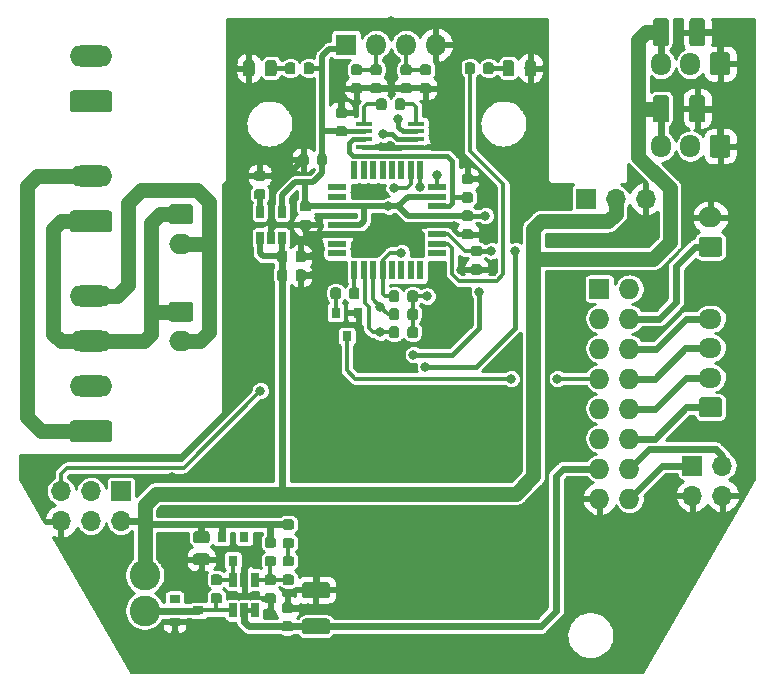
<source format=gbr>
G04 #@! TF.GenerationSoftware,KiCad,Pcbnew,(5.1.0-1252-g029b624e9)*
G04 #@! TF.CreationDate,2019-07-23T23:54:41+03:00*
G04 #@! TF.ProjectId,123,3132332e-6b69-4636-9164-5f7063625858,rev?*
G04 #@! TF.SameCoordinates,Original*
G04 #@! TF.FileFunction,Copper,L2,Bot*
G04 #@! TF.FilePolarity,Positive*
%FSLAX46Y46*%
G04 Gerber Fmt 4.6, Leading zero omitted, Abs format (unit mm)*
G04 Created by KiCad (PCBNEW (5.1.0-1252-g029b624e9)) date 2019-07-23 23:54:41*
%MOMM*%
%LPD*%
G04 APERTURE LIST*
%ADD10R,0.800000X0.900000*%
%ADD11C,0.100000*%
%ADD12C,1.325000*%
%ADD13O,1.800000X1.800000*%
%ADD14R,1.800000X1.800000*%
%ADD15R,0.650000X1.060000*%
%ADD16C,0.975000*%
%ADD17C,0.875000*%
%ADD18R,0.650000X1.220000*%
%ADD19R,0.900000X0.800000*%
%ADD20C,2.600000*%
%ADD21R,1.450000X0.450000*%
%ADD22R,0.550000X1.600000*%
%ADD23R,1.600000X0.550000*%
%ADD24O,2.000000X1.700000*%
%ADD25C,1.700000*%
%ADD26O,3.600000X1.800000*%
%ADD27C,1.800000*%
%ADD28O,1.700000X1.700000*%
%ADD29R,1.700000X1.700000*%
%ADD30O,1.700000X1.950000*%
%ADD31O,1.950000X1.700000*%
%ADD32O,1.727200X1.727200*%
%ADD33R,1.727200X1.727200*%
%ADD34C,0.800000*%
%ADD35C,0.400000*%
%ADD36C,0.350000*%
%ADD37C,0.500000*%
%ADD38C,0.630000*%
%ADD39C,1.250000*%
%ADD40C,0.254000*%
G04 APERTURE END LIST*
D10*
X97547000Y-71882000D03*
X99447000Y-71882000D03*
X98497000Y-73882000D03*
D11*
G36*
X96905671Y-94720030D02*
G01*
X96986777Y-94774223D01*
X97040970Y-94855329D01*
X97060000Y-94950999D01*
X97060000Y-95776001D01*
X97040970Y-95871671D01*
X96986777Y-95952777D01*
X96905671Y-96006970D01*
X96810001Y-96026000D01*
X94959999Y-96026000D01*
X94864329Y-96006970D01*
X94783223Y-95952777D01*
X94729030Y-95871671D01*
X94710000Y-95776001D01*
X94710000Y-94950999D01*
X94729030Y-94855329D01*
X94783223Y-94774223D01*
X94864329Y-94720030D01*
X94959999Y-94701000D01*
X96810001Y-94701000D01*
X96905671Y-94720030D01*
X96905671Y-94720030D01*
G37*
D12*
X95885000Y-95363500D03*
D11*
G36*
X96905671Y-97795030D02*
G01*
X96986777Y-97849223D01*
X97040970Y-97930329D01*
X97060000Y-98025999D01*
X97060000Y-98851001D01*
X97040970Y-98946671D01*
X96986777Y-99027777D01*
X96905671Y-99081970D01*
X96810001Y-99101000D01*
X94959999Y-99101000D01*
X94864329Y-99081970D01*
X94783223Y-99027777D01*
X94729030Y-98946671D01*
X94710000Y-98851001D01*
X94710000Y-98025999D01*
X94729030Y-97930329D01*
X94783223Y-97849223D01*
X94864329Y-97795030D01*
X94959999Y-97776000D01*
X96810001Y-97776000D01*
X96905671Y-97795030D01*
X96905671Y-97795030D01*
G37*
D12*
X95885000Y-98438500D03*
D13*
X106045000Y-49200000D03*
X103505000Y-49200000D03*
X100965000Y-49200000D03*
D14*
X98425000Y-49200000D03*
D15*
X93025000Y-65540000D03*
X92075000Y-65540000D03*
X91125000Y-65540000D03*
X91125000Y-63340000D03*
X93025000Y-63340000D03*
D11*
G36*
X86729924Y-92285449D02*
G01*
X86809002Y-92338288D01*
X86861841Y-92417366D01*
X86880395Y-92510645D01*
X86880395Y-92998145D01*
X86861841Y-93091424D01*
X86809002Y-93170502D01*
X86729924Y-93223341D01*
X86636645Y-93241895D01*
X85724145Y-93241895D01*
X85630866Y-93223341D01*
X85551788Y-93170502D01*
X85498949Y-93091424D01*
X85480395Y-92998145D01*
X85480395Y-92510645D01*
X85498949Y-92417366D01*
X85551788Y-92338288D01*
X85630866Y-92285449D01*
X85724145Y-92266895D01*
X86636645Y-92266895D01*
X86729924Y-92285449D01*
X86729924Y-92285449D01*
G37*
D16*
X86180395Y-92754395D03*
D11*
G36*
X86729924Y-90410449D02*
G01*
X86809002Y-90463288D01*
X86861841Y-90542366D01*
X86880395Y-90635645D01*
X86880395Y-91123145D01*
X86861841Y-91216424D01*
X86809002Y-91295502D01*
X86729924Y-91348341D01*
X86636645Y-91366895D01*
X85724145Y-91366895D01*
X85630866Y-91348341D01*
X85551788Y-91295502D01*
X85498949Y-91216424D01*
X85480395Y-91123145D01*
X85480395Y-90635645D01*
X85498949Y-90542366D01*
X85551788Y-90463288D01*
X85630866Y-90410449D01*
X85724145Y-90391895D01*
X86636645Y-90391895D01*
X86729924Y-90410449D01*
X86729924Y-90410449D01*
G37*
D16*
X86180395Y-90879395D03*
D11*
G36*
X102791462Y-73074651D02*
G01*
X102862430Y-73122070D01*
X102909849Y-73193038D01*
X102926500Y-73276750D01*
X102926500Y-73789250D01*
X102909849Y-73872962D01*
X102862430Y-73943930D01*
X102791462Y-73991349D01*
X102707750Y-74008000D01*
X102270250Y-74008000D01*
X102186538Y-73991349D01*
X102115570Y-73943930D01*
X102068151Y-73872962D01*
X102051500Y-73789250D01*
X102051500Y-73276750D01*
X102068151Y-73193038D01*
X102115570Y-73122070D01*
X102186538Y-73074651D01*
X102270250Y-73058000D01*
X102707750Y-73058000D01*
X102791462Y-73074651D01*
X102791462Y-73074651D01*
G37*
D17*
X102489000Y-73533000D03*
D11*
G36*
X104366462Y-73074651D02*
G01*
X104437430Y-73122070D01*
X104484849Y-73193038D01*
X104501500Y-73276750D01*
X104501500Y-73789250D01*
X104484849Y-73872962D01*
X104437430Y-73943930D01*
X104366462Y-73991349D01*
X104282750Y-74008000D01*
X103845250Y-74008000D01*
X103761538Y-73991349D01*
X103690570Y-73943930D01*
X103643151Y-73872962D01*
X103626500Y-73789250D01*
X103626500Y-73276750D01*
X103643151Y-73193038D01*
X103690570Y-73122070D01*
X103761538Y-73074651D01*
X103845250Y-73058000D01*
X104282750Y-73058000D01*
X104366462Y-73074651D01*
X104366462Y-73074651D01*
G37*
D17*
X104064000Y-73533000D03*
D11*
G36*
X102791462Y-71550651D02*
G01*
X102862430Y-71598070D01*
X102909849Y-71669038D01*
X102926500Y-71752750D01*
X102926500Y-72265250D01*
X102909849Y-72348962D01*
X102862430Y-72419930D01*
X102791462Y-72467349D01*
X102707750Y-72484000D01*
X102270250Y-72484000D01*
X102186538Y-72467349D01*
X102115570Y-72419930D01*
X102068151Y-72348962D01*
X102051500Y-72265250D01*
X102051500Y-71752750D01*
X102068151Y-71669038D01*
X102115570Y-71598070D01*
X102186538Y-71550651D01*
X102270250Y-71534000D01*
X102707750Y-71534000D01*
X102791462Y-71550651D01*
X102791462Y-71550651D01*
G37*
D17*
X102489000Y-72009000D03*
D11*
G36*
X104366462Y-71550651D02*
G01*
X104437430Y-71598070D01*
X104484849Y-71669038D01*
X104501500Y-71752750D01*
X104501500Y-72265250D01*
X104484849Y-72348962D01*
X104437430Y-72419930D01*
X104366462Y-72467349D01*
X104282750Y-72484000D01*
X103845250Y-72484000D01*
X103761538Y-72467349D01*
X103690570Y-72419930D01*
X103643151Y-72348962D01*
X103626500Y-72265250D01*
X103626500Y-71752750D01*
X103643151Y-71669038D01*
X103690570Y-71598070D01*
X103761538Y-71550651D01*
X103845250Y-71534000D01*
X104282750Y-71534000D01*
X104366462Y-71550651D01*
X104366462Y-71550651D01*
G37*
D17*
X104064000Y-72009000D03*
D11*
G36*
X103844963Y-52462151D02*
G01*
X103915931Y-52509570D01*
X103963350Y-52580538D01*
X103980001Y-52664250D01*
X103980001Y-53101750D01*
X103963350Y-53185462D01*
X103915931Y-53256430D01*
X103844963Y-53303849D01*
X103761251Y-53320500D01*
X103248751Y-53320500D01*
X103165039Y-53303849D01*
X103094071Y-53256430D01*
X103046652Y-53185462D01*
X103030001Y-53101750D01*
X103030001Y-52664250D01*
X103046652Y-52580538D01*
X103094071Y-52509570D01*
X103165039Y-52462151D01*
X103248751Y-52445500D01*
X103761251Y-52445500D01*
X103844963Y-52462151D01*
X103844963Y-52462151D01*
G37*
D17*
X103505001Y-52883000D03*
D11*
G36*
X103844963Y-50887151D02*
G01*
X103915931Y-50934570D01*
X103963350Y-51005538D01*
X103980001Y-51089250D01*
X103980001Y-51526750D01*
X103963350Y-51610462D01*
X103915931Y-51681430D01*
X103844963Y-51728849D01*
X103761251Y-51745500D01*
X103248751Y-51745500D01*
X103165039Y-51728849D01*
X103094071Y-51681430D01*
X103046652Y-51610462D01*
X103030001Y-51526750D01*
X103030001Y-51089250D01*
X103046652Y-51005538D01*
X103094071Y-50934570D01*
X103165039Y-50887151D01*
X103248751Y-50870500D01*
X103761251Y-50870500D01*
X103844963Y-50887151D01*
X103844963Y-50887151D01*
G37*
D17*
X103505001Y-51308000D03*
D11*
G36*
X101304962Y-52462151D02*
G01*
X101375930Y-52509570D01*
X101423349Y-52580538D01*
X101440000Y-52664250D01*
X101440000Y-53101750D01*
X101423349Y-53185462D01*
X101375930Y-53256430D01*
X101304962Y-53303849D01*
X101221250Y-53320500D01*
X100708750Y-53320500D01*
X100625038Y-53303849D01*
X100554070Y-53256430D01*
X100506651Y-53185462D01*
X100490000Y-53101750D01*
X100490000Y-52664250D01*
X100506651Y-52580538D01*
X100554070Y-52509570D01*
X100625038Y-52462151D01*
X100708750Y-52445500D01*
X101221250Y-52445500D01*
X101304962Y-52462151D01*
X101304962Y-52462151D01*
G37*
D17*
X100965000Y-52883000D03*
D11*
G36*
X101304962Y-50887151D02*
G01*
X101375930Y-50934570D01*
X101423349Y-51005538D01*
X101440000Y-51089250D01*
X101440000Y-51526750D01*
X101423349Y-51610462D01*
X101375930Y-51681430D01*
X101304962Y-51728849D01*
X101221250Y-51745500D01*
X100708750Y-51745500D01*
X100625038Y-51728849D01*
X100554070Y-51681430D01*
X100506651Y-51610462D01*
X100490000Y-51526750D01*
X100490000Y-51089250D01*
X100506651Y-51005538D01*
X100554070Y-50934570D01*
X100625038Y-50887151D01*
X100708750Y-50870500D01*
X101221250Y-50870500D01*
X101304962Y-50887151D01*
X101304962Y-50887151D01*
G37*
D17*
X100965000Y-51308000D03*
D11*
G36*
X92362357Y-95636546D02*
G01*
X92433325Y-95683965D01*
X92480744Y-95754933D01*
X92497395Y-95838645D01*
X92497395Y-96276145D01*
X92480744Y-96359857D01*
X92433325Y-96430825D01*
X92362357Y-96478244D01*
X92278645Y-96494895D01*
X91766145Y-96494895D01*
X91682433Y-96478244D01*
X91611465Y-96430825D01*
X91564046Y-96359857D01*
X91547395Y-96276145D01*
X91547395Y-95838645D01*
X91564046Y-95754933D01*
X91611465Y-95683965D01*
X91682433Y-95636546D01*
X91766145Y-95619895D01*
X92278645Y-95619895D01*
X92362357Y-95636546D01*
X92362357Y-95636546D01*
G37*
D17*
X92022395Y-96057395D03*
D11*
G36*
X92362357Y-94061546D02*
G01*
X92433325Y-94108965D01*
X92480744Y-94179933D01*
X92497395Y-94263645D01*
X92497395Y-94701145D01*
X92480744Y-94784857D01*
X92433325Y-94855825D01*
X92362357Y-94903244D01*
X92278645Y-94919895D01*
X91766145Y-94919895D01*
X91682433Y-94903244D01*
X91611465Y-94855825D01*
X91564046Y-94784857D01*
X91547395Y-94701145D01*
X91547395Y-94263645D01*
X91564046Y-94179933D01*
X91611465Y-94108965D01*
X91682433Y-94061546D01*
X91766145Y-94044895D01*
X92278645Y-94044895D01*
X92362357Y-94061546D01*
X92362357Y-94061546D01*
G37*
D17*
X92022395Y-94482395D03*
D11*
G36*
X94002962Y-50722651D02*
G01*
X94073930Y-50770070D01*
X94121349Y-50841038D01*
X94138000Y-50924750D01*
X94138000Y-51437250D01*
X94121349Y-51520962D01*
X94073930Y-51591930D01*
X94002962Y-51639349D01*
X93919250Y-51656000D01*
X93481750Y-51656000D01*
X93398038Y-51639349D01*
X93327070Y-51591930D01*
X93279651Y-51520962D01*
X93263000Y-51437250D01*
X93263000Y-50924750D01*
X93279651Y-50841038D01*
X93327070Y-50770070D01*
X93398038Y-50722651D01*
X93481750Y-50706000D01*
X93919250Y-50706000D01*
X94002962Y-50722651D01*
X94002962Y-50722651D01*
G37*
D17*
X93700500Y-51181000D03*
D11*
G36*
X95577962Y-50722651D02*
G01*
X95648930Y-50770070D01*
X95696349Y-50841038D01*
X95713000Y-50924750D01*
X95713000Y-51437250D01*
X95696349Y-51520962D01*
X95648930Y-51591930D01*
X95577962Y-51639349D01*
X95494250Y-51656000D01*
X95056750Y-51656000D01*
X94973038Y-51639349D01*
X94902070Y-51591930D01*
X94854651Y-51520962D01*
X94838000Y-51437250D01*
X94838000Y-50924750D01*
X94854651Y-50841038D01*
X94902070Y-50770070D01*
X94973038Y-50722651D01*
X95056750Y-50706000D01*
X95494250Y-50706000D01*
X95577962Y-50722651D01*
X95577962Y-50722651D01*
G37*
D17*
X95275500Y-51181000D03*
D11*
G36*
X93886357Y-94061546D02*
G01*
X93957325Y-94108965D01*
X94004744Y-94179933D01*
X94021395Y-94263645D01*
X94021395Y-94701145D01*
X94004744Y-94784857D01*
X93957325Y-94855825D01*
X93886357Y-94903244D01*
X93802645Y-94919895D01*
X93290145Y-94919895D01*
X93206433Y-94903244D01*
X93135465Y-94855825D01*
X93088046Y-94784857D01*
X93071395Y-94701145D01*
X93071395Y-94263645D01*
X93088046Y-94179933D01*
X93135465Y-94108965D01*
X93206433Y-94061546D01*
X93290145Y-94044895D01*
X93802645Y-94044895D01*
X93886357Y-94061546D01*
X93886357Y-94061546D01*
G37*
D17*
X93546395Y-94482395D03*
D11*
G36*
X93886357Y-92486546D02*
G01*
X93957325Y-92533965D01*
X94004744Y-92604933D01*
X94021395Y-92688645D01*
X94021395Y-93126145D01*
X94004744Y-93209857D01*
X93957325Y-93280825D01*
X93886357Y-93328244D01*
X93802645Y-93344895D01*
X93290145Y-93344895D01*
X93206433Y-93328244D01*
X93135465Y-93280825D01*
X93088046Y-93209857D01*
X93071395Y-93126145D01*
X93071395Y-92688645D01*
X93088046Y-92604933D01*
X93135465Y-92533965D01*
X93206433Y-92486546D01*
X93290145Y-92469895D01*
X93802645Y-92469895D01*
X93886357Y-92486546D01*
X93886357Y-92486546D01*
G37*
D17*
X93546395Y-92907395D03*
D11*
G36*
X93886357Y-89391546D02*
G01*
X93957325Y-89438965D01*
X94004744Y-89509933D01*
X94021395Y-89593645D01*
X94021395Y-90031145D01*
X94004744Y-90114857D01*
X93957325Y-90185825D01*
X93886357Y-90233244D01*
X93802645Y-90249895D01*
X93290145Y-90249895D01*
X93206433Y-90233244D01*
X93135465Y-90185825D01*
X93088046Y-90114857D01*
X93071395Y-90031145D01*
X93071395Y-89593645D01*
X93088046Y-89509933D01*
X93135465Y-89438965D01*
X93206433Y-89391546D01*
X93290145Y-89374895D01*
X93802645Y-89374895D01*
X93886357Y-89391546D01*
X93886357Y-89391546D01*
G37*
D17*
X93546395Y-89812395D03*
D11*
G36*
X93886357Y-90966546D02*
G01*
X93957325Y-91013965D01*
X94004744Y-91084933D01*
X94021395Y-91168645D01*
X94021395Y-91606145D01*
X94004744Y-91689857D01*
X93957325Y-91760825D01*
X93886357Y-91808244D01*
X93802645Y-91824895D01*
X93290145Y-91824895D01*
X93206433Y-91808244D01*
X93135465Y-91760825D01*
X93088046Y-91689857D01*
X93071395Y-91606145D01*
X93071395Y-91168645D01*
X93088046Y-91084933D01*
X93135465Y-91013965D01*
X93206433Y-90966546D01*
X93290145Y-90949895D01*
X93802645Y-90949895D01*
X93886357Y-90966546D01*
X93886357Y-90966546D01*
G37*
D17*
X93546395Y-91387395D03*
D11*
G36*
X101724461Y-53770651D02*
G01*
X101795429Y-53818070D01*
X101842848Y-53889038D01*
X101859499Y-53972750D01*
X101859499Y-54485250D01*
X101842848Y-54568962D01*
X101795429Y-54639930D01*
X101724461Y-54687349D01*
X101640749Y-54704000D01*
X101203249Y-54704000D01*
X101119537Y-54687349D01*
X101048569Y-54639930D01*
X101001150Y-54568962D01*
X100984499Y-54485250D01*
X100984499Y-53972750D01*
X101001150Y-53889038D01*
X101048569Y-53818070D01*
X101119537Y-53770651D01*
X101203249Y-53754000D01*
X101640749Y-53754000D01*
X101724461Y-53770651D01*
X101724461Y-53770651D01*
G37*
D17*
X101421999Y-54229000D03*
D11*
G36*
X103299461Y-53770651D02*
G01*
X103370429Y-53818070D01*
X103417848Y-53889038D01*
X103434499Y-53972750D01*
X103434499Y-54485250D01*
X103417848Y-54568962D01*
X103370429Y-54639930D01*
X103299461Y-54687349D01*
X103215749Y-54704000D01*
X102778249Y-54704000D01*
X102694537Y-54687349D01*
X102623569Y-54639930D01*
X102576150Y-54568962D01*
X102559499Y-54485250D01*
X102559499Y-53972750D01*
X102576150Y-53889038D01*
X102623569Y-53818070D01*
X102694537Y-53770651D01*
X102778249Y-53754000D01*
X103215749Y-53754000D01*
X103299461Y-53770651D01*
X103299461Y-53770651D01*
G37*
D17*
X102996999Y-54229000D03*
D11*
G36*
X110792462Y-50722651D02*
G01*
X110863430Y-50770070D01*
X110910849Y-50841038D01*
X110927500Y-50924750D01*
X110927500Y-51437250D01*
X110910849Y-51520962D01*
X110863430Y-51591930D01*
X110792462Y-51639349D01*
X110708750Y-51656000D01*
X110271250Y-51656000D01*
X110187538Y-51639349D01*
X110116570Y-51591930D01*
X110069151Y-51520962D01*
X110052500Y-51437250D01*
X110052500Y-50924750D01*
X110069151Y-50841038D01*
X110116570Y-50770070D01*
X110187538Y-50722651D01*
X110271250Y-50706000D01*
X110708750Y-50706000D01*
X110792462Y-50722651D01*
X110792462Y-50722651D01*
G37*
D17*
X110490000Y-51181000D03*
D11*
G36*
X109217462Y-50722651D02*
G01*
X109288430Y-50770070D01*
X109335849Y-50841038D01*
X109352500Y-50924750D01*
X109352500Y-51437250D01*
X109335849Y-51520962D01*
X109288430Y-51591930D01*
X109217462Y-51639349D01*
X109133750Y-51656000D01*
X108696250Y-51656000D01*
X108612538Y-51639349D01*
X108541570Y-51591930D01*
X108494151Y-51520962D01*
X108477500Y-51437250D01*
X108477500Y-50924750D01*
X108494151Y-50841038D01*
X108541570Y-50770070D01*
X108612538Y-50722651D01*
X108696250Y-50706000D01*
X109133750Y-50706000D01*
X109217462Y-50722651D01*
X109217462Y-50722651D01*
G37*
D17*
X108915000Y-51181000D03*
D11*
G36*
X97849462Y-69772651D02*
G01*
X97920430Y-69820070D01*
X97967849Y-69891038D01*
X97984500Y-69974750D01*
X97984500Y-70487250D01*
X97967849Y-70570962D01*
X97920430Y-70641930D01*
X97849462Y-70689349D01*
X97765750Y-70706000D01*
X97328250Y-70706000D01*
X97244538Y-70689349D01*
X97173570Y-70641930D01*
X97126151Y-70570962D01*
X97109500Y-70487250D01*
X97109500Y-69974750D01*
X97126151Y-69891038D01*
X97173570Y-69820070D01*
X97244538Y-69772651D01*
X97328250Y-69756000D01*
X97765750Y-69756000D01*
X97849462Y-69772651D01*
X97849462Y-69772651D01*
G37*
D17*
X97547000Y-70231000D03*
D11*
G36*
X99424462Y-69772651D02*
G01*
X99495430Y-69820070D01*
X99542849Y-69891038D01*
X99559500Y-69974750D01*
X99559500Y-70487250D01*
X99542849Y-70570962D01*
X99495430Y-70641930D01*
X99424462Y-70689349D01*
X99340750Y-70706000D01*
X98903250Y-70706000D01*
X98819538Y-70689349D01*
X98748570Y-70641930D01*
X98701151Y-70570962D01*
X98684500Y-70487250D01*
X98684500Y-69974750D01*
X98701151Y-69891038D01*
X98748570Y-69820070D01*
X98819538Y-69772651D01*
X98903250Y-69756000D01*
X99340750Y-69756000D01*
X99424462Y-69772651D01*
X99424462Y-69772651D01*
G37*
D17*
X99122000Y-70231000D03*
D11*
G36*
X102791462Y-70026651D02*
G01*
X102862430Y-70074070D01*
X102909849Y-70145038D01*
X102926500Y-70228750D01*
X102926500Y-70741250D01*
X102909849Y-70824962D01*
X102862430Y-70895930D01*
X102791462Y-70943349D01*
X102707750Y-70960000D01*
X102270250Y-70960000D01*
X102186538Y-70943349D01*
X102115570Y-70895930D01*
X102068151Y-70824962D01*
X102051500Y-70741250D01*
X102051500Y-70228750D01*
X102068151Y-70145038D01*
X102115570Y-70074070D01*
X102186538Y-70026651D01*
X102270250Y-70010000D01*
X102707750Y-70010000D01*
X102791462Y-70026651D01*
X102791462Y-70026651D01*
G37*
D17*
X102489000Y-70485000D03*
D11*
G36*
X104366462Y-70026651D02*
G01*
X104437430Y-70074070D01*
X104484849Y-70145038D01*
X104501500Y-70228750D01*
X104501500Y-70741250D01*
X104484849Y-70824962D01*
X104437430Y-70895930D01*
X104366462Y-70943349D01*
X104282750Y-70960000D01*
X103845250Y-70960000D01*
X103761538Y-70943349D01*
X103690570Y-70895930D01*
X103643151Y-70824962D01*
X103626500Y-70741250D01*
X103626500Y-70228750D01*
X103643151Y-70145038D01*
X103690570Y-70074070D01*
X103761538Y-70026651D01*
X103845250Y-70010000D01*
X104282750Y-70010000D01*
X104366462Y-70026651D01*
X104366462Y-70026651D01*
G37*
D17*
X104064000Y-70485000D03*
D18*
X88847395Y-94482396D03*
X89797395Y-94482396D03*
X90747395Y-94482396D03*
X90747395Y-97102396D03*
X89797395Y-97102396D03*
X88847395Y-97102396D03*
D19*
X83910396Y-98052395D03*
X83910396Y-96152395D03*
X85910396Y-97102395D03*
D10*
X87897395Y-90879395D03*
X89797395Y-90879395D03*
X88847395Y-92879395D03*
D11*
G36*
X93811962Y-96442651D02*
G01*
X93882930Y-96490070D01*
X93930349Y-96561038D01*
X93947000Y-96644750D01*
X93947000Y-97082250D01*
X93930349Y-97165962D01*
X93882930Y-97236930D01*
X93811962Y-97284349D01*
X93728250Y-97301000D01*
X93215750Y-97301000D01*
X93132038Y-97284349D01*
X93061070Y-97236930D01*
X93013651Y-97165962D01*
X92997000Y-97082250D01*
X92997000Y-96644750D01*
X93013651Y-96561038D01*
X93061070Y-96490070D01*
X93132038Y-96442651D01*
X93215750Y-96426000D01*
X93728250Y-96426000D01*
X93811962Y-96442651D01*
X93811962Y-96442651D01*
G37*
D17*
X93472000Y-96863500D03*
D11*
G36*
X93811962Y-98017651D02*
G01*
X93882930Y-98065070D01*
X93930349Y-98136038D01*
X93947000Y-98219750D01*
X93947000Y-98657250D01*
X93930349Y-98740962D01*
X93882930Y-98811930D01*
X93811962Y-98859349D01*
X93728250Y-98876000D01*
X93215750Y-98876000D01*
X93132038Y-98859349D01*
X93061070Y-98811930D01*
X93013651Y-98740962D01*
X92997000Y-98657250D01*
X92997000Y-98219750D01*
X93013651Y-98136038D01*
X93061070Y-98065070D01*
X93132038Y-98017651D01*
X93215750Y-98001000D01*
X93728250Y-98001000D01*
X93811962Y-98017651D01*
X93811962Y-98017651D01*
G37*
D17*
X93472000Y-98438500D03*
D11*
G36*
X109813962Y-66228651D02*
G01*
X109884930Y-66276070D01*
X109932349Y-66347038D01*
X109949000Y-66430750D01*
X109949000Y-66868250D01*
X109932349Y-66951962D01*
X109884930Y-67022930D01*
X109813962Y-67070349D01*
X109730250Y-67087000D01*
X109217750Y-67087000D01*
X109134038Y-67070349D01*
X109063070Y-67022930D01*
X109015651Y-66951962D01*
X108999000Y-66868250D01*
X108999000Y-66430750D01*
X109015651Y-66347038D01*
X109063070Y-66276070D01*
X109134038Y-66228651D01*
X109217750Y-66212000D01*
X109730250Y-66212000D01*
X109813962Y-66228651D01*
X109813962Y-66228651D01*
G37*
D17*
X109474000Y-66649500D03*
D11*
G36*
X109813962Y-67803651D02*
G01*
X109884930Y-67851070D01*
X109932349Y-67922038D01*
X109949000Y-68005750D01*
X109949000Y-68443250D01*
X109932349Y-68526962D01*
X109884930Y-68597930D01*
X109813962Y-68645349D01*
X109730250Y-68662000D01*
X109217750Y-68662000D01*
X109134038Y-68645349D01*
X109063070Y-68597930D01*
X109015651Y-68526962D01*
X108999000Y-68443250D01*
X108999000Y-68005750D01*
X109015651Y-67922038D01*
X109063070Y-67851070D01*
X109134038Y-67803651D01*
X109217750Y-67787000D01*
X109730250Y-67787000D01*
X109813962Y-67803651D01*
X109813962Y-67803651D01*
G37*
D17*
X109474000Y-68224500D03*
D11*
G36*
X109051962Y-63244151D02*
G01*
X109122930Y-63291570D01*
X109170349Y-63362538D01*
X109187000Y-63446250D01*
X109187000Y-63883750D01*
X109170349Y-63967462D01*
X109122930Y-64038430D01*
X109051962Y-64085849D01*
X108968250Y-64102500D01*
X108455750Y-64102500D01*
X108372038Y-64085849D01*
X108301070Y-64038430D01*
X108253651Y-63967462D01*
X108237000Y-63883750D01*
X108237000Y-63446250D01*
X108253651Y-63362538D01*
X108301070Y-63291570D01*
X108372038Y-63244151D01*
X108455750Y-63227500D01*
X108968250Y-63227500D01*
X109051962Y-63244151D01*
X109051962Y-63244151D01*
G37*
D17*
X108712000Y-63665000D03*
D11*
G36*
X109051962Y-64819151D02*
G01*
X109122930Y-64866570D01*
X109170349Y-64937538D01*
X109187000Y-65021250D01*
X109187000Y-65458750D01*
X109170349Y-65542462D01*
X109122930Y-65613430D01*
X109051962Y-65660849D01*
X108968250Y-65677500D01*
X108455750Y-65677500D01*
X108372038Y-65660849D01*
X108301070Y-65613430D01*
X108253651Y-65542462D01*
X108237000Y-65458750D01*
X108237000Y-65021250D01*
X108253651Y-64937538D01*
X108301070Y-64866570D01*
X108372038Y-64819151D01*
X108455750Y-64802500D01*
X108968250Y-64802500D01*
X109051962Y-64819151D01*
X109051962Y-64819151D01*
G37*
D17*
X108712000Y-65240000D03*
D11*
G36*
X95335962Y-62444151D02*
G01*
X95406930Y-62491570D01*
X95454349Y-62562538D01*
X95471000Y-62646250D01*
X95471000Y-63083750D01*
X95454349Y-63167462D01*
X95406930Y-63238430D01*
X95335962Y-63285849D01*
X95252250Y-63302500D01*
X94739750Y-63302500D01*
X94656038Y-63285849D01*
X94585070Y-63238430D01*
X94537651Y-63167462D01*
X94521000Y-63083750D01*
X94521000Y-62646250D01*
X94537651Y-62562538D01*
X94585070Y-62491570D01*
X94656038Y-62444151D01*
X94739750Y-62427500D01*
X95252250Y-62427500D01*
X95335962Y-62444151D01*
X95335962Y-62444151D01*
G37*
D17*
X94996000Y-62865000D03*
D11*
G36*
X95335962Y-64019151D02*
G01*
X95406930Y-64066570D01*
X95454349Y-64137538D01*
X95471000Y-64221250D01*
X95471000Y-64658750D01*
X95454349Y-64742462D01*
X95406930Y-64813430D01*
X95335962Y-64860849D01*
X95252250Y-64877500D01*
X94739750Y-64877500D01*
X94656038Y-64860849D01*
X94585070Y-64813430D01*
X94537651Y-64742462D01*
X94521000Y-64658750D01*
X94521000Y-64221250D01*
X94537651Y-64137538D01*
X94585070Y-64066570D01*
X94656038Y-64019151D01*
X94739750Y-64002500D01*
X95252250Y-64002500D01*
X95335962Y-64019151D01*
X95335962Y-64019151D01*
G37*
D17*
X94996000Y-64440000D03*
D11*
G36*
X105495962Y-52462151D02*
G01*
X105566930Y-52509570D01*
X105614349Y-52580538D01*
X105631000Y-52664250D01*
X105631000Y-53101750D01*
X105614349Y-53185462D01*
X105566930Y-53256430D01*
X105495962Y-53303849D01*
X105412250Y-53320500D01*
X104899750Y-53320500D01*
X104816038Y-53303849D01*
X104745070Y-53256430D01*
X104697651Y-53185462D01*
X104681000Y-53101750D01*
X104681000Y-52664250D01*
X104697651Y-52580538D01*
X104745070Y-52509570D01*
X104816038Y-52462151D01*
X104899750Y-52445500D01*
X105412250Y-52445500D01*
X105495962Y-52462151D01*
X105495962Y-52462151D01*
G37*
D17*
X105156000Y-52883000D03*
D11*
G36*
X105495962Y-50887151D02*
G01*
X105566930Y-50934570D01*
X105614349Y-51005538D01*
X105631000Y-51089250D01*
X105631000Y-51526750D01*
X105614349Y-51610462D01*
X105566930Y-51681430D01*
X105495962Y-51728849D01*
X105412250Y-51745500D01*
X104899750Y-51745500D01*
X104816038Y-51728849D01*
X104745070Y-51681430D01*
X104697651Y-51610462D01*
X104681000Y-51526750D01*
X104681000Y-51089250D01*
X104697651Y-51005538D01*
X104745070Y-50934570D01*
X104816038Y-50887151D01*
X104899750Y-50870500D01*
X105412250Y-50870500D01*
X105495962Y-50887151D01*
X105495962Y-50887151D01*
G37*
D17*
X105156000Y-51308000D03*
D11*
G36*
X99653962Y-50887151D02*
G01*
X99724930Y-50934570D01*
X99772349Y-51005538D01*
X99789000Y-51089250D01*
X99789000Y-51526750D01*
X99772349Y-51610462D01*
X99724930Y-51681430D01*
X99653962Y-51728849D01*
X99570250Y-51745500D01*
X99057750Y-51745500D01*
X98974038Y-51728849D01*
X98903070Y-51681430D01*
X98855651Y-51610462D01*
X98839000Y-51526750D01*
X98839000Y-51089250D01*
X98855651Y-51005538D01*
X98903070Y-50934570D01*
X98974038Y-50887151D01*
X99057750Y-50870500D01*
X99570250Y-50870500D01*
X99653962Y-50887151D01*
X99653962Y-50887151D01*
G37*
D17*
X99314000Y-51308000D03*
D11*
G36*
X99653962Y-52462151D02*
G01*
X99724930Y-52509570D01*
X99772349Y-52580538D01*
X99789000Y-52664250D01*
X99789000Y-53101750D01*
X99772349Y-53185462D01*
X99724930Y-53256430D01*
X99653962Y-53303849D01*
X99570250Y-53320500D01*
X99057750Y-53320500D01*
X98974038Y-53303849D01*
X98903070Y-53256430D01*
X98855651Y-53185462D01*
X98839000Y-53101750D01*
X98839000Y-52664250D01*
X98855651Y-52580538D01*
X98903070Y-52509570D01*
X98974038Y-52462151D01*
X99057750Y-52445500D01*
X99570250Y-52445500D01*
X99653962Y-52462151D01*
X99653962Y-52462151D01*
G37*
D17*
X99314000Y-52883000D03*
D11*
G36*
X98383962Y-56109150D02*
G01*
X98454930Y-56156569D01*
X98502349Y-56227537D01*
X98519000Y-56311249D01*
X98519000Y-56748749D01*
X98502349Y-56832461D01*
X98454930Y-56903429D01*
X98383962Y-56950848D01*
X98300250Y-56967499D01*
X97787750Y-56967499D01*
X97704038Y-56950848D01*
X97633070Y-56903429D01*
X97585651Y-56832461D01*
X97569000Y-56748749D01*
X97569000Y-56311249D01*
X97585651Y-56227537D01*
X97633070Y-56156569D01*
X97704038Y-56109150D01*
X97787750Y-56092499D01*
X98300250Y-56092499D01*
X98383962Y-56109150D01*
X98383962Y-56109150D01*
G37*
D17*
X98044000Y-56529999D03*
D11*
G36*
X98383962Y-54534150D02*
G01*
X98454930Y-54581569D01*
X98502349Y-54652537D01*
X98519000Y-54736249D01*
X98519000Y-55173749D01*
X98502349Y-55257461D01*
X98454930Y-55328429D01*
X98383962Y-55375848D01*
X98300250Y-55392499D01*
X97787750Y-55392499D01*
X97704038Y-55375848D01*
X97633070Y-55328429D01*
X97585651Y-55257461D01*
X97569000Y-55173749D01*
X97569000Y-54736249D01*
X97585651Y-54652537D01*
X97633070Y-54581569D01*
X97704038Y-54534150D01*
X97787750Y-54517499D01*
X98300250Y-54517499D01*
X98383962Y-54534150D01*
X98383962Y-54534150D01*
G37*
D17*
X98044000Y-54954999D03*
D11*
G36*
X92362357Y-92490546D02*
G01*
X92433325Y-92537965D01*
X92480744Y-92608933D01*
X92497395Y-92692645D01*
X92497395Y-93130145D01*
X92480744Y-93213857D01*
X92433325Y-93284825D01*
X92362357Y-93332244D01*
X92278645Y-93348895D01*
X91766145Y-93348895D01*
X91682433Y-93332244D01*
X91611465Y-93284825D01*
X91564046Y-93213857D01*
X91547395Y-93130145D01*
X91547395Y-92692645D01*
X91564046Y-92608933D01*
X91611465Y-92537965D01*
X91682433Y-92490546D01*
X91766145Y-92473895D01*
X92278645Y-92473895D01*
X92362357Y-92490546D01*
X92362357Y-92490546D01*
G37*
D17*
X92022395Y-92911395D03*
D11*
G36*
X92362357Y-90915546D02*
G01*
X92433325Y-90962965D01*
X92480744Y-91033933D01*
X92497395Y-91117645D01*
X92497395Y-91555145D01*
X92480744Y-91638857D01*
X92433325Y-91709825D01*
X92362357Y-91757244D01*
X92278645Y-91773895D01*
X91766145Y-91773895D01*
X91682433Y-91757244D01*
X91611465Y-91709825D01*
X91564046Y-91638857D01*
X91547395Y-91555145D01*
X91547395Y-91117645D01*
X91564046Y-91033933D01*
X91611465Y-90962965D01*
X91682433Y-90915546D01*
X91766145Y-90898895D01*
X92278645Y-90898895D01*
X92362357Y-90915546D01*
X92362357Y-90915546D01*
G37*
D17*
X92022395Y-91336395D03*
D11*
G36*
X87790357Y-95636545D02*
G01*
X87861325Y-95683964D01*
X87908744Y-95754932D01*
X87925395Y-95838644D01*
X87925395Y-96276144D01*
X87908744Y-96359856D01*
X87861325Y-96430824D01*
X87790357Y-96478243D01*
X87706645Y-96494894D01*
X87194145Y-96494894D01*
X87110433Y-96478243D01*
X87039465Y-96430824D01*
X86992046Y-96359856D01*
X86975395Y-96276144D01*
X86975395Y-95838644D01*
X86992046Y-95754932D01*
X87039465Y-95683964D01*
X87110433Y-95636545D01*
X87194145Y-95619894D01*
X87706645Y-95619894D01*
X87790357Y-95636545D01*
X87790357Y-95636545D01*
G37*
D17*
X87450395Y-96057394D03*
D11*
G36*
X87790357Y-94061545D02*
G01*
X87861325Y-94108964D01*
X87908744Y-94179932D01*
X87925395Y-94263644D01*
X87925395Y-94701144D01*
X87908744Y-94784856D01*
X87861325Y-94855824D01*
X87790357Y-94903243D01*
X87706645Y-94919894D01*
X87194145Y-94919894D01*
X87110433Y-94903243D01*
X87039465Y-94855824D01*
X86992046Y-94784856D01*
X86975395Y-94701144D01*
X86975395Y-94263644D01*
X86992046Y-94179932D01*
X87039465Y-94108964D01*
X87110433Y-94061545D01*
X87194145Y-94044894D01*
X87706645Y-94044894D01*
X87790357Y-94061545D01*
X87790357Y-94061545D01*
G37*
D17*
X87450395Y-94482394D03*
D11*
G36*
X109051962Y-61707651D02*
G01*
X109122930Y-61755070D01*
X109170349Y-61826038D01*
X109187000Y-61909750D01*
X109187000Y-62347250D01*
X109170349Y-62430962D01*
X109122930Y-62501930D01*
X109051962Y-62549349D01*
X108968250Y-62566000D01*
X108455750Y-62566000D01*
X108372038Y-62549349D01*
X108301070Y-62501930D01*
X108253651Y-62430962D01*
X108237000Y-62347250D01*
X108237000Y-61909750D01*
X108253651Y-61826038D01*
X108301070Y-61755070D01*
X108372038Y-61707651D01*
X108455750Y-61691000D01*
X108968250Y-61691000D01*
X109051962Y-61707651D01*
X109051962Y-61707651D01*
G37*
D17*
X108712000Y-62128500D03*
D11*
G36*
X109051962Y-60132651D02*
G01*
X109122930Y-60180070D01*
X109170349Y-60251038D01*
X109187000Y-60334750D01*
X109187000Y-60772250D01*
X109170349Y-60855962D01*
X109122930Y-60926930D01*
X109051962Y-60974349D01*
X108968250Y-60991000D01*
X108455750Y-60991000D01*
X108372038Y-60974349D01*
X108301070Y-60926930D01*
X108253651Y-60855962D01*
X108237000Y-60772250D01*
X108237000Y-60334750D01*
X108253651Y-60251038D01*
X108301070Y-60180070D01*
X108372038Y-60132651D01*
X108455750Y-60116000D01*
X108968250Y-60116000D01*
X109051962Y-60132651D01*
X109051962Y-60132651D01*
G37*
D17*
X108712000Y-60553500D03*
D11*
G36*
X93327462Y-68248651D02*
G01*
X93398430Y-68296070D01*
X93445849Y-68367038D01*
X93462500Y-68450750D01*
X93462500Y-68963250D01*
X93445849Y-69046962D01*
X93398430Y-69117930D01*
X93327462Y-69165349D01*
X93243750Y-69182000D01*
X92806250Y-69182000D01*
X92722538Y-69165349D01*
X92651570Y-69117930D01*
X92604151Y-69046962D01*
X92587500Y-68963250D01*
X92587500Y-68450750D01*
X92604151Y-68367038D01*
X92651570Y-68296070D01*
X92722538Y-68248651D01*
X92806250Y-68232000D01*
X93243750Y-68232000D01*
X93327462Y-68248651D01*
X93327462Y-68248651D01*
G37*
D17*
X93025000Y-68707000D03*
D11*
G36*
X94902462Y-68248651D02*
G01*
X94973430Y-68296070D01*
X95020849Y-68367038D01*
X95037500Y-68450750D01*
X95037500Y-68963250D01*
X95020849Y-69046962D01*
X94973430Y-69117930D01*
X94902462Y-69165349D01*
X94818750Y-69182000D01*
X94381250Y-69182000D01*
X94297538Y-69165349D01*
X94226570Y-69117930D01*
X94179151Y-69046962D01*
X94162500Y-68963250D01*
X94162500Y-68450750D01*
X94179151Y-68367038D01*
X94226570Y-68296070D01*
X94297538Y-68248651D01*
X94381250Y-68232000D01*
X94818750Y-68232000D01*
X94902462Y-68248651D01*
X94902462Y-68248651D01*
G37*
D17*
X94600000Y-68707000D03*
D11*
G36*
X96695462Y-58469651D02*
G01*
X96766430Y-58517070D01*
X96813849Y-58588038D01*
X96830500Y-58671750D01*
X96830500Y-59184250D01*
X96813849Y-59267962D01*
X96766430Y-59338930D01*
X96695462Y-59386349D01*
X96611750Y-59403000D01*
X96174250Y-59403000D01*
X96090538Y-59386349D01*
X96019570Y-59338930D01*
X95972151Y-59267962D01*
X95955500Y-59184250D01*
X95955500Y-58671750D01*
X95972151Y-58588038D01*
X96019570Y-58517070D01*
X96090538Y-58469651D01*
X96174250Y-58453000D01*
X96611750Y-58453000D01*
X96695462Y-58469651D01*
X96695462Y-58469651D01*
G37*
D17*
X96393000Y-58928000D03*
D11*
G36*
X95120462Y-58469651D02*
G01*
X95191430Y-58517070D01*
X95238849Y-58588038D01*
X95255500Y-58671750D01*
X95255500Y-59184250D01*
X95238849Y-59267962D01*
X95191430Y-59338930D01*
X95120462Y-59386349D01*
X95036750Y-59403000D01*
X94599250Y-59403000D01*
X94515538Y-59386349D01*
X94444570Y-59338930D01*
X94397151Y-59267962D01*
X94380500Y-59184250D01*
X94380500Y-58671750D01*
X94397151Y-58588038D01*
X94444570Y-58517070D01*
X94515538Y-58469651D01*
X94599250Y-58453000D01*
X95036750Y-58453000D01*
X95120462Y-58469651D01*
X95120462Y-58469651D01*
G37*
D17*
X94818000Y-58928000D03*
D11*
G36*
X91464962Y-61428151D02*
G01*
X91535930Y-61475570D01*
X91583349Y-61546538D01*
X91600000Y-61630250D01*
X91600000Y-62067750D01*
X91583349Y-62151462D01*
X91535930Y-62222430D01*
X91464962Y-62269849D01*
X91381250Y-62286500D01*
X90868750Y-62286500D01*
X90785038Y-62269849D01*
X90714070Y-62222430D01*
X90666651Y-62151462D01*
X90650000Y-62067750D01*
X90650000Y-61630250D01*
X90666651Y-61546538D01*
X90714070Y-61475570D01*
X90785038Y-61428151D01*
X90868750Y-61411500D01*
X91381250Y-61411500D01*
X91464962Y-61428151D01*
X91464962Y-61428151D01*
G37*
D17*
X91125000Y-61849000D03*
D11*
G36*
X91464962Y-59853151D02*
G01*
X91535930Y-59900570D01*
X91583349Y-59971538D01*
X91600000Y-60055250D01*
X91600000Y-60492750D01*
X91583349Y-60576462D01*
X91535930Y-60647430D01*
X91464962Y-60694849D01*
X91381250Y-60711500D01*
X90868750Y-60711500D01*
X90785038Y-60694849D01*
X90714070Y-60647430D01*
X90666651Y-60576462D01*
X90650000Y-60492750D01*
X90650000Y-60055250D01*
X90666651Y-59971538D01*
X90714070Y-59900570D01*
X90785038Y-59853151D01*
X90868750Y-59836500D01*
X91381250Y-59836500D01*
X91464962Y-59853151D01*
X91464962Y-59853151D01*
G37*
D17*
X91125000Y-60274000D03*
D11*
G36*
X93327462Y-66658651D02*
G01*
X93398430Y-66706070D01*
X93445849Y-66777038D01*
X93462500Y-66860750D01*
X93462500Y-67373250D01*
X93445849Y-67456962D01*
X93398430Y-67527930D01*
X93327462Y-67575349D01*
X93243750Y-67592000D01*
X92806250Y-67592000D01*
X92722538Y-67575349D01*
X92651570Y-67527930D01*
X92604151Y-67456962D01*
X92587500Y-67373250D01*
X92587500Y-66860750D01*
X92604151Y-66777038D01*
X92651570Y-66706070D01*
X92722538Y-66658651D01*
X92806250Y-66642000D01*
X93243750Y-66642000D01*
X93327462Y-66658651D01*
X93327462Y-66658651D01*
G37*
D17*
X93025000Y-67117000D03*
D11*
G36*
X94902462Y-66658651D02*
G01*
X94973430Y-66706070D01*
X95020849Y-66777038D01*
X95037500Y-66860750D01*
X95037500Y-67373250D01*
X95020849Y-67456962D01*
X94973430Y-67527930D01*
X94902462Y-67575349D01*
X94818750Y-67592000D01*
X94381250Y-67592000D01*
X94297538Y-67575349D01*
X94226570Y-67527930D01*
X94179151Y-67456962D01*
X94162500Y-67373250D01*
X94162500Y-66860750D01*
X94179151Y-66777038D01*
X94226570Y-66706070D01*
X94297538Y-66658651D01*
X94381250Y-66642000D01*
X94818750Y-66642000D01*
X94902462Y-66658651D01*
X94902462Y-66658651D01*
G37*
D17*
X94600000Y-67117000D03*
D11*
G36*
X114383029Y-50499554D02*
G01*
X114462107Y-50552393D01*
X114514946Y-50631471D01*
X114533500Y-50724750D01*
X114533500Y-51637250D01*
X114514946Y-51730529D01*
X114462107Y-51809607D01*
X114383029Y-51862446D01*
X114289750Y-51881000D01*
X113802250Y-51881000D01*
X113708971Y-51862446D01*
X113629893Y-51809607D01*
X113577054Y-51730529D01*
X113558500Y-51637250D01*
X113558500Y-50724750D01*
X113577054Y-50631471D01*
X113629893Y-50552393D01*
X113708971Y-50499554D01*
X113802250Y-50481000D01*
X114289750Y-50481000D01*
X114383029Y-50499554D01*
X114383029Y-50499554D01*
G37*
D16*
X114046000Y-51181000D03*
D11*
G36*
X112508029Y-50499554D02*
G01*
X112587107Y-50552393D01*
X112639946Y-50631471D01*
X112658500Y-50724750D01*
X112658500Y-51637250D01*
X112639946Y-51730529D01*
X112587107Y-51809607D01*
X112508029Y-51862446D01*
X112414750Y-51881000D01*
X111927250Y-51881000D01*
X111833971Y-51862446D01*
X111754893Y-51809607D01*
X111702054Y-51730529D01*
X111683500Y-51637250D01*
X111683500Y-50724750D01*
X111702054Y-50631471D01*
X111754893Y-50552393D01*
X111833971Y-50499554D01*
X111927250Y-50481000D01*
X112414750Y-50481000D01*
X112508029Y-50499554D01*
X112508029Y-50499554D01*
G37*
D16*
X112171000Y-51181000D03*
D11*
G36*
X90537029Y-50499554D02*
G01*
X90616107Y-50552393D01*
X90668946Y-50631471D01*
X90687500Y-50724750D01*
X90687500Y-51637250D01*
X90668946Y-51730529D01*
X90616107Y-51809607D01*
X90537029Y-51862446D01*
X90443750Y-51881000D01*
X89956250Y-51881000D01*
X89862971Y-51862446D01*
X89783893Y-51809607D01*
X89731054Y-51730529D01*
X89712500Y-51637250D01*
X89712500Y-50724750D01*
X89731054Y-50631471D01*
X89783893Y-50552393D01*
X89862971Y-50499554D01*
X89956250Y-50481000D01*
X90443750Y-50481000D01*
X90537029Y-50499554D01*
X90537029Y-50499554D01*
G37*
D16*
X90200000Y-51181000D03*
D11*
G36*
X92412029Y-50499554D02*
G01*
X92491107Y-50552393D01*
X92543946Y-50631471D01*
X92562500Y-50724750D01*
X92562500Y-51637250D01*
X92543946Y-51730529D01*
X92491107Y-51809607D01*
X92412029Y-51862446D01*
X92318750Y-51881000D01*
X91831250Y-51881000D01*
X91737971Y-51862446D01*
X91658893Y-51809607D01*
X91606054Y-51730529D01*
X91587500Y-51637250D01*
X91587500Y-50724750D01*
X91606054Y-50631471D01*
X91658893Y-50552393D01*
X91737971Y-50499554D01*
X91831250Y-50481000D01*
X92318750Y-50481000D01*
X92412029Y-50499554D01*
X92412029Y-50499554D01*
G37*
D16*
X92075000Y-51181000D03*
D11*
G36*
X125603171Y-53454030D02*
G01*
X125684277Y-53508223D01*
X125738470Y-53589329D01*
X125757500Y-53684999D01*
X125757500Y-55535001D01*
X125738470Y-55630671D01*
X125684277Y-55711777D01*
X125603171Y-55765970D01*
X125507501Y-55785000D01*
X124682499Y-55785000D01*
X124586829Y-55765970D01*
X124505723Y-55711777D01*
X124451530Y-55630671D01*
X124432500Y-55535001D01*
X124432500Y-53684999D01*
X124451530Y-53589329D01*
X124505723Y-53508223D01*
X124586829Y-53454030D01*
X124682499Y-53435000D01*
X125507501Y-53435000D01*
X125603171Y-53454030D01*
X125603171Y-53454030D01*
G37*
D12*
X125095000Y-54610000D03*
D11*
G36*
X128678171Y-53454030D02*
G01*
X128759277Y-53508223D01*
X128813470Y-53589329D01*
X128832500Y-53684999D01*
X128832500Y-55535001D01*
X128813470Y-55630671D01*
X128759277Y-55711777D01*
X128678171Y-55765970D01*
X128582501Y-55785000D01*
X127757499Y-55785000D01*
X127661829Y-55765970D01*
X127580723Y-55711777D01*
X127526530Y-55630671D01*
X127507500Y-55535001D01*
X127507500Y-53684999D01*
X127526530Y-53589329D01*
X127580723Y-53508223D01*
X127661829Y-53454030D01*
X127757499Y-53435000D01*
X128582501Y-53435000D01*
X128678171Y-53454030D01*
X128678171Y-53454030D01*
G37*
D12*
X128170000Y-54610000D03*
D11*
G36*
X125603171Y-46977030D02*
G01*
X125684277Y-47031223D01*
X125738470Y-47112329D01*
X125757500Y-47207999D01*
X125757500Y-49058001D01*
X125738470Y-49153671D01*
X125684277Y-49234777D01*
X125603171Y-49288970D01*
X125507501Y-49308000D01*
X124682499Y-49308000D01*
X124586829Y-49288970D01*
X124505723Y-49234777D01*
X124451530Y-49153671D01*
X124432500Y-49058001D01*
X124432500Y-47207999D01*
X124451530Y-47112329D01*
X124505723Y-47031223D01*
X124586829Y-46977030D01*
X124682499Y-46958000D01*
X125507501Y-46958000D01*
X125603171Y-46977030D01*
X125603171Y-46977030D01*
G37*
D12*
X125095000Y-48133000D03*
D11*
G36*
X128678171Y-46977030D02*
G01*
X128759277Y-47031223D01*
X128813470Y-47112329D01*
X128832500Y-47207999D01*
X128832500Y-49058001D01*
X128813470Y-49153671D01*
X128759277Y-49234777D01*
X128678171Y-49288970D01*
X128582501Y-49308000D01*
X127757499Y-49308000D01*
X127661829Y-49288970D01*
X127580723Y-49234777D01*
X127526530Y-49153671D01*
X127507500Y-49058001D01*
X127507500Y-47207999D01*
X127526530Y-47112329D01*
X127580723Y-47031223D01*
X127661829Y-46977030D01*
X127757499Y-46958000D01*
X128582501Y-46958000D01*
X128678171Y-46977030D01*
X128678171Y-46977030D01*
G37*
D12*
X128170000Y-48133000D03*
D20*
X81380692Y-94108526D03*
X81380692Y-97108526D03*
D21*
X99949000Y-55880000D03*
X99949000Y-56530000D03*
X99949000Y-57180000D03*
X99949000Y-57830000D03*
X104349000Y-57830000D03*
X104349000Y-57180000D03*
X104349000Y-56530000D03*
X104349000Y-55880000D03*
D22*
X99122000Y-68315000D03*
X99922000Y-68315000D03*
X100722000Y-68315000D03*
X101522000Y-68315000D03*
X102322000Y-68315000D03*
X103122000Y-68315000D03*
X103922000Y-68315000D03*
X104722000Y-68315000D03*
D23*
X106172000Y-66865000D03*
X106172000Y-66065000D03*
X106172000Y-65265000D03*
X106172000Y-64465000D03*
X106172000Y-63665000D03*
X106172000Y-62865000D03*
X106172000Y-62065000D03*
X106172000Y-61265000D03*
D22*
X104722000Y-59815000D03*
X103922000Y-59815000D03*
X103122000Y-59815000D03*
X102322000Y-59815000D03*
X101522000Y-59815000D03*
X100722000Y-59815000D03*
X99922000Y-59815000D03*
X99122000Y-59815000D03*
D23*
X97672000Y-61265000D03*
X97672000Y-62065000D03*
X97672000Y-62865000D03*
X97672000Y-63665000D03*
X97672000Y-64465000D03*
X97672000Y-65265000D03*
X97672000Y-66065000D03*
X97672000Y-66865000D03*
D24*
X84455000Y-74295000D03*
D11*
G36*
X85300671Y-70964030D02*
G01*
X85381777Y-71018223D01*
X85435970Y-71099329D01*
X85455000Y-71195000D01*
X85455000Y-72395000D01*
X85435970Y-72490671D01*
X85381777Y-72571777D01*
X85300671Y-72625970D01*
X85205000Y-72645000D01*
X83705000Y-72645000D01*
X83609329Y-72625970D01*
X83528223Y-72571777D01*
X83474030Y-72490671D01*
X83455000Y-72395000D01*
X83455000Y-71195000D01*
X83474030Y-71099329D01*
X83528223Y-71018223D01*
X83609329Y-70964030D01*
X83705000Y-70945000D01*
X85205000Y-70945000D01*
X85300671Y-70964030D01*
X85300671Y-70964030D01*
G37*
D25*
X84455000Y-71795000D03*
D24*
X84455000Y-66040000D03*
D11*
G36*
X85300671Y-62709030D02*
G01*
X85381777Y-62763223D01*
X85435970Y-62844329D01*
X85455000Y-62940000D01*
X85455000Y-64140000D01*
X85435970Y-64235671D01*
X85381777Y-64316777D01*
X85300671Y-64370970D01*
X85205000Y-64390000D01*
X83705000Y-64390000D01*
X83609329Y-64370970D01*
X83528223Y-64316777D01*
X83474030Y-64235671D01*
X83455000Y-64140000D01*
X83455000Y-62940000D01*
X83474030Y-62844329D01*
X83528223Y-62763223D01*
X83609329Y-62709030D01*
X83705000Y-62690000D01*
X85205000Y-62690000D01*
X85300671Y-62709030D01*
X85300671Y-62709030D01*
G37*
D25*
X84455000Y-63540000D03*
D26*
X76835000Y-50165000D03*
D11*
G36*
X78480671Y-53094030D02*
G01*
X78561777Y-53148223D01*
X78615970Y-53229329D01*
X78635000Y-53325000D01*
X78635000Y-54625000D01*
X78615970Y-54720671D01*
X78561777Y-54801777D01*
X78480671Y-54855970D01*
X78385000Y-54875000D01*
X75285000Y-54875000D01*
X75189329Y-54855970D01*
X75108223Y-54801777D01*
X75054030Y-54720671D01*
X75035000Y-54625000D01*
X75035000Y-53325000D01*
X75054030Y-53229329D01*
X75108223Y-53148223D01*
X75189329Y-53094030D01*
X75285000Y-53075000D01*
X78385000Y-53075000D01*
X78480671Y-53094030D01*
X78480671Y-53094030D01*
G37*
D27*
X76835000Y-53975000D03*
D26*
X76835000Y-60325000D03*
D11*
G36*
X78480671Y-63254030D02*
G01*
X78561777Y-63308223D01*
X78615970Y-63389329D01*
X78635000Y-63485000D01*
X78635000Y-64785000D01*
X78615970Y-64880671D01*
X78561777Y-64961777D01*
X78480671Y-65015970D01*
X78385000Y-65035000D01*
X75285000Y-65035000D01*
X75189329Y-65015970D01*
X75108223Y-64961777D01*
X75054030Y-64880671D01*
X75035000Y-64785000D01*
X75035000Y-63485000D01*
X75054030Y-63389329D01*
X75108223Y-63308223D01*
X75189329Y-63254030D01*
X75285000Y-63235000D01*
X78385000Y-63235000D01*
X78480671Y-63254030D01*
X78480671Y-63254030D01*
G37*
D27*
X76835000Y-64135000D03*
D26*
X76835000Y-70485000D03*
X76835000Y-74295000D03*
X76835000Y-78105000D03*
D11*
G36*
X78480671Y-81034030D02*
G01*
X78561777Y-81088223D01*
X78615970Y-81169329D01*
X78635000Y-81265000D01*
X78635000Y-82565000D01*
X78615970Y-82660671D01*
X78561777Y-82741777D01*
X78480671Y-82795970D01*
X78385000Y-82815000D01*
X75285000Y-82815000D01*
X75189329Y-82795970D01*
X75108223Y-82741777D01*
X75054030Y-82660671D01*
X75035000Y-82565000D01*
X75035000Y-81265000D01*
X75054030Y-81169329D01*
X75108223Y-81088223D01*
X75189329Y-81034030D01*
X75285000Y-81015000D01*
X78385000Y-81015000D01*
X78480671Y-81034030D01*
X78480671Y-81034030D01*
G37*
D27*
X76835000Y-81915000D03*
D28*
X130302000Y-87376000D03*
X127762000Y-87376000D03*
X130302000Y-84836000D03*
D29*
X127762000Y-84836000D03*
D28*
X123825000Y-62230000D03*
X121285000Y-62230000D03*
D29*
X118745000Y-62230000D03*
D24*
X129286000Y-63794000D03*
D11*
G36*
X130131671Y-65463030D02*
G01*
X130212777Y-65517223D01*
X130266970Y-65598329D01*
X130286000Y-65694000D01*
X130286000Y-66894000D01*
X130266970Y-66989671D01*
X130212777Y-67070777D01*
X130131671Y-67124970D01*
X130036000Y-67144000D01*
X128536000Y-67144000D01*
X128440329Y-67124970D01*
X128359223Y-67070777D01*
X128305030Y-66989671D01*
X128286000Y-66894000D01*
X128286000Y-65694000D01*
X128305030Y-65598329D01*
X128359223Y-65517223D01*
X128440329Y-65463030D01*
X128536000Y-65444000D01*
X130036000Y-65444000D01*
X130131671Y-65463030D01*
X130131671Y-65463030D01*
G37*
D25*
X129286000Y-66294000D03*
D30*
X125095000Y-50800000D03*
X127595000Y-50800000D03*
D11*
G36*
X130790671Y-49844030D02*
G01*
X130871777Y-49898223D01*
X130925970Y-49979329D01*
X130945000Y-50075000D01*
X130945000Y-51525000D01*
X130925970Y-51620671D01*
X130871777Y-51701777D01*
X130790671Y-51755970D01*
X130695000Y-51775000D01*
X129495000Y-51775000D01*
X129399329Y-51755970D01*
X129318223Y-51701777D01*
X129264030Y-51620671D01*
X129245000Y-51525000D01*
X129245000Y-50075000D01*
X129264030Y-49979329D01*
X129318223Y-49898223D01*
X129399329Y-49844030D01*
X129495000Y-49825000D01*
X130695000Y-49825000D01*
X130790671Y-49844030D01*
X130790671Y-49844030D01*
G37*
D25*
X130095000Y-50800000D03*
D31*
X129286000Y-72390000D03*
X129286000Y-74890000D03*
X129286000Y-77390000D03*
D11*
G36*
X130106671Y-79059030D02*
G01*
X130187777Y-79113223D01*
X130241970Y-79194329D01*
X130261000Y-79290000D01*
X130261000Y-80490000D01*
X130241970Y-80585671D01*
X130187777Y-80666777D01*
X130106671Y-80720970D01*
X130011000Y-80740000D01*
X128561000Y-80740000D01*
X128465329Y-80720970D01*
X128384223Y-80666777D01*
X128330030Y-80585671D01*
X128311000Y-80490000D01*
X128311000Y-79290000D01*
X128330030Y-79194329D01*
X128384223Y-79113223D01*
X128465329Y-79059030D01*
X128561000Y-79040000D01*
X130011000Y-79040000D01*
X130106671Y-79059030D01*
X130106671Y-79059030D01*
G37*
D25*
X129286000Y-79890000D03*
D30*
X125095000Y-57785000D03*
X127595000Y-57785000D03*
D11*
G36*
X130790671Y-56829030D02*
G01*
X130871777Y-56883223D01*
X130925970Y-56964329D01*
X130945000Y-57060000D01*
X130945000Y-58510000D01*
X130925970Y-58605671D01*
X130871777Y-58686777D01*
X130790671Y-58740970D01*
X130695000Y-58760000D01*
X129495000Y-58760000D01*
X129399329Y-58740970D01*
X129318223Y-58686777D01*
X129264030Y-58605671D01*
X129245000Y-58510000D01*
X129245000Y-57060000D01*
X129264030Y-56964329D01*
X129318223Y-56883223D01*
X129399329Y-56829030D01*
X129495000Y-56810000D01*
X130695000Y-56810000D01*
X130790671Y-56829030D01*
X130790671Y-56829030D01*
G37*
D25*
X130095000Y-57785000D03*
D32*
X122428000Y-87630000D03*
X119888000Y-87630000D03*
X122428000Y-85090000D03*
X119888000Y-85090000D03*
X122428000Y-82550000D03*
X119888000Y-82550000D03*
X122428000Y-80010000D03*
X119888000Y-80010000D03*
X122428000Y-77470000D03*
X119888000Y-77470000D03*
X122428000Y-74930000D03*
X119888000Y-74930000D03*
X122428000Y-72390000D03*
X119888000Y-72390000D03*
X122428000Y-69850000D03*
D33*
X119888000Y-69850000D03*
D29*
X79375000Y-86995000D03*
D28*
X79375000Y-89535000D03*
X76835000Y-86995000D03*
X76835000Y-89535000D03*
X74295000Y-86995000D03*
X74295000Y-89535000D03*
D34*
X117600000Y-91000000D03*
X117600000Y-83500000D03*
X102200000Y-47200000D03*
X107000000Y-53800000D03*
X102870000Y-55499000D03*
X83666154Y-85800000D03*
X99441000Y-61595000D03*
X101473000Y-75692000D03*
X90170000Y-84328000D03*
X109220000Y-100965000D03*
X93345000Y-101092000D03*
X131826000Y-81915000D03*
X131445000Y-69342000D03*
X116459000Y-65786000D03*
X117348000Y-70866000D03*
X117602000Y-81280000D03*
X89408000Y-64770000D03*
X89408000Y-69850000D03*
X89408000Y-74422000D03*
X88392000Y-99060000D03*
X83820000Y-91694000D03*
X113030000Y-89916000D03*
X113030000Y-93726000D03*
X113030000Y-96774000D03*
X105918000Y-89916000D03*
X105918000Y-93726000D03*
X105918000Y-96774000D03*
X99060000Y-89916000D03*
X99060000Y-93472000D03*
X99060000Y-96774000D03*
X105918000Y-82042000D03*
X102870000Y-79756000D03*
X99568000Y-82296000D03*
X96266000Y-79756000D03*
X96266000Y-84836000D03*
X102870000Y-84836000D03*
X108966000Y-84836000D03*
X109728000Y-70104000D03*
X110236000Y-63665000D03*
X104140000Y-75438000D03*
X122957000Y-92710000D03*
X112776000Y-66649500D03*
X110744000Y-66649500D03*
X105156000Y-76454000D03*
X96266000Y-65278000D03*
X96139000Y-63881000D03*
X107569000Y-64516000D03*
X98044000Y-53848000D03*
X101600000Y-56769000D03*
X102235000Y-52883000D03*
X92022396Y-97229395D03*
X90371395Y-92911396D03*
X95885000Y-93980000D03*
X83910395Y-99134395D03*
X86180395Y-93927396D03*
X95250000Y-96863500D03*
X92329000Y-60274000D03*
X95631000Y-67117000D03*
X95631000Y-68707000D03*
X90200000Y-49784000D03*
X114046000Y-49657000D03*
X96393000Y-72882000D03*
X116332000Y-77470000D03*
X112395000Y-77470000D03*
X108204000Y-68250000D03*
X105283000Y-70485000D03*
X104722000Y-61214000D03*
X106172000Y-60198000D03*
X101346000Y-71374000D03*
X101346000Y-73533000D03*
X109855000Y-60553500D03*
X103124000Y-66802000D03*
X91186000Y-78486000D03*
X102011010Y-62865000D03*
X102489000Y-61310991D03*
X102235000Y-57814989D03*
D35*
X104349000Y-57830000D02*
X99949000Y-57830000D01*
D36*
X84672000Y-85000000D02*
X74800000Y-85000000D01*
X91186000Y-78486000D02*
X84672000Y-85000000D01*
X74800000Y-85000000D02*
X74295000Y-85505000D01*
X74295000Y-85505000D02*
X74295000Y-86995000D01*
D35*
X104349000Y-56530000D02*
X103224000Y-56530000D01*
X103224000Y-56530000D02*
X102870000Y-56176000D01*
X102870000Y-56176000D02*
X102870000Y-56064685D01*
X102870000Y-56064685D02*
X102870000Y-55499000D01*
X109728000Y-73152000D02*
X107442000Y-75438000D01*
X109728000Y-70104000D02*
X109728000Y-73152000D01*
X107442000Y-75438000D02*
X104140000Y-75438000D01*
X108712000Y-63665000D02*
X110236000Y-63665000D01*
X109474000Y-76454000D02*
X112776000Y-73152000D01*
X105156000Y-76454000D02*
X109474000Y-76454000D01*
X112776000Y-73152000D02*
X112776000Y-66649500D01*
X110744000Y-66649500D02*
X109474000Y-66649500D01*
X104349000Y-57180000D02*
X102724602Y-57180000D01*
X102724602Y-57180000D02*
X102313602Y-56769000D01*
X102313602Y-56769000D02*
X102165685Y-56769000D01*
X102165685Y-56769000D02*
X101600000Y-56769000D01*
D37*
X99314000Y-52883000D02*
X105156000Y-52883000D01*
X98044000Y-54954999D02*
X98044000Y-53848000D01*
D35*
X99949000Y-56530000D02*
X98044001Y-56530000D01*
D37*
X98044001Y-56530000D02*
X98044000Y-56529999D01*
D38*
X96279000Y-65265000D02*
X96266000Y-65278000D01*
D36*
X104140000Y-54229000D02*
X104349000Y-54438000D01*
X104349000Y-54438000D02*
X104349000Y-55880000D01*
X102996999Y-54229000D02*
X104140000Y-54229000D01*
X100203000Y-54229000D02*
X99949000Y-54483000D01*
X99949000Y-54483000D02*
X99949000Y-55880000D01*
X101421999Y-54229000D02*
X100203000Y-54229000D01*
X105156000Y-51308000D02*
X103505001Y-51308000D01*
X99314000Y-51308000D02*
X100965000Y-51308000D01*
X103505001Y-51308000D02*
X103505001Y-49530001D01*
X103505001Y-49530001D02*
X103505000Y-49530000D01*
X100965000Y-51308000D02*
X100965000Y-49530000D01*
D39*
X74295000Y-64135000D02*
X76835000Y-64135000D01*
X73660000Y-64770000D02*
X74295000Y-64135000D01*
X73660000Y-73660000D02*
X73660000Y-64770000D01*
X76835000Y-74295000D02*
X74295000Y-74295000D01*
X74295000Y-74295000D02*
X73660000Y-73660000D01*
X72263000Y-60325000D02*
X76835000Y-60325000D01*
X71437500Y-61150500D02*
X72263000Y-60325000D01*
X71437500Y-80708500D02*
X71437500Y-61150500D01*
X76835000Y-81915000D02*
X72644000Y-81915000D01*
X72644000Y-81915000D02*
X71437500Y-80708500D01*
X82700500Y-63540000D02*
X84455000Y-63540000D01*
X81915000Y-64325500D02*
X82700500Y-63540000D01*
X81915000Y-73723500D02*
X81915000Y-64325500D01*
X76835000Y-74295000D02*
X81343500Y-74295000D01*
X81343500Y-74295000D02*
X81915000Y-73723500D01*
X82008350Y-71795000D02*
X81981787Y-71821563D01*
X84455000Y-71795000D02*
X82008350Y-71795000D01*
X79969493Y-69573007D02*
X79057500Y-70485000D01*
X79969493Y-62574842D02*
X79969493Y-69573007D01*
X86042500Y-74295000D02*
X86804500Y-73533000D01*
X86804500Y-62484000D02*
X85795510Y-61475010D01*
X79057500Y-70485000D02*
X76835000Y-70485000D01*
X85795510Y-61475010D02*
X81069325Y-61475010D01*
X84455000Y-74295000D02*
X86042500Y-74295000D01*
X81069325Y-61475010D02*
X79969493Y-62574842D01*
X86804500Y-65940500D02*
X86804500Y-65849500D01*
X86705000Y-66040000D02*
X86804500Y-65940500D01*
X84455000Y-66040000D02*
X86705000Y-66040000D01*
X86804500Y-73533000D02*
X86804500Y-65849500D01*
X86804500Y-65849500D02*
X86804500Y-62484000D01*
D37*
X108712000Y-63665000D02*
X106172000Y-63665000D01*
D35*
X107569000Y-64897000D02*
X107569000Y-64465000D01*
X108712000Y-65240000D02*
X107912000Y-65240000D01*
X107912000Y-65240000D02*
X107569000Y-64897000D01*
D36*
X87450394Y-94482394D02*
X88847395Y-94482395D01*
X88847395Y-94482395D02*
X88847395Y-92879395D01*
X87450396Y-96594895D02*
X87450395Y-97102395D01*
X87450395Y-96057396D02*
X87450396Y-96594895D01*
X85910395Y-97102396D02*
X87450395Y-97102395D01*
X87450395Y-97102395D02*
X88847395Y-97102395D01*
D38*
X89797395Y-93485395D02*
X90371395Y-92911396D01*
X89797395Y-94482394D02*
X89797395Y-93485395D01*
D36*
X92022396Y-97229395D02*
X92022395Y-96057394D01*
X93546395Y-94482394D02*
X90747394Y-94482394D01*
X92022395Y-94482395D02*
X92022395Y-92911394D01*
X93546395Y-92907395D02*
X93546395Y-91387394D01*
X86180395Y-93927396D02*
X86180395Y-92754394D01*
X83910395Y-98052396D02*
X83910395Y-99134395D01*
D38*
X85904264Y-97108526D02*
X85910394Y-97102395D01*
X81380692Y-97108526D02*
X85904264Y-97108526D01*
X86180395Y-89841605D02*
X86209605Y-89812395D01*
X86180395Y-90879395D02*
X86180395Y-89841605D01*
X87897396Y-89929395D02*
X87780396Y-89812395D01*
X87897395Y-90879395D02*
X87897396Y-89929395D01*
X87780396Y-89812395D02*
X86209605Y-89812395D01*
X92022395Y-89841605D02*
X92051605Y-89812395D01*
X92022395Y-91336395D02*
X92022395Y-89841605D01*
X93546395Y-89812395D02*
X92051605Y-89812395D01*
X92051605Y-89812395D02*
X87780396Y-89812395D01*
D35*
X89797395Y-97102394D02*
X90747395Y-97102395D01*
D38*
X95885000Y-98438500D02*
X93472000Y-98438500D01*
X89797395Y-98052395D02*
X89797395Y-97102396D01*
X93472000Y-98438500D02*
X90183500Y-98438500D01*
X90183500Y-98438500D02*
X89797395Y-98052395D01*
X95885000Y-95363500D02*
X95885000Y-93980000D01*
X93472000Y-96863500D02*
X95250000Y-96863500D01*
X127681000Y-74890000D02*
X129286000Y-74890000D01*
X127167000Y-74890000D02*
X127681000Y-74890000D01*
X122428000Y-77470000D02*
X124587000Y-77470000D01*
X124587000Y-77470000D02*
X127167000Y-74890000D01*
X127254000Y-72390000D02*
X129286000Y-72390000D01*
X122428000Y-74930000D02*
X124714000Y-74930000D01*
X124714000Y-74930000D02*
X127254000Y-72390000D01*
X127681000Y-77390000D02*
X129286000Y-77390000D01*
X127207000Y-77390000D02*
X127681000Y-77390000D01*
X122428000Y-80010000D02*
X124587000Y-80010000D01*
X124587000Y-80010000D02*
X127207000Y-77390000D01*
X127247000Y-79890000D02*
X129286000Y-79890000D01*
X122428000Y-82550000D02*
X124587000Y-82550000D01*
X124587000Y-82550000D02*
X127247000Y-79890000D01*
X125222000Y-84836000D02*
X127762000Y-84836000D01*
X122428000Y-87630000D02*
X125222000Y-84836000D01*
X130302000Y-84012001D02*
X130302000Y-84836000D01*
X129728999Y-83439000D02*
X130302000Y-84012001D01*
X122428000Y-85090000D02*
X124079000Y-83439000D01*
X124079000Y-83439000D02*
X129728999Y-83439000D01*
X95885000Y-98438500D02*
X114921500Y-98438500D01*
X114921500Y-98438500D02*
X116205000Y-97155000D01*
X116205000Y-97155000D02*
X116205000Y-85725000D01*
X116840000Y-85090000D02*
X119888000Y-85090000D01*
X116205000Y-85725000D02*
X116840000Y-85090000D01*
D39*
X121285000Y-63500000D02*
X121285000Y-62230000D01*
X114935000Y-64135000D02*
X120650000Y-64135000D01*
X120650000Y-64135000D02*
X121285000Y-63500000D01*
X114300000Y-64770000D02*
X114935000Y-64135000D01*
X114300000Y-67310000D02*
X114300000Y-64770000D01*
D38*
X128016000Y-66294000D02*
X129286000Y-66294000D01*
X126365000Y-67945000D02*
X128016000Y-66294000D01*
X126365000Y-70993000D02*
X126365000Y-67945000D01*
X122428000Y-72390000D02*
X124968000Y-72390000D01*
X124968000Y-72390000D02*
X126365000Y-70993000D01*
D37*
X94421000Y-64440000D02*
X94996000Y-64440000D01*
X92396998Y-64440000D02*
X94421000Y-64440000D01*
X92075000Y-64761998D02*
X92396998Y-64440000D01*
X92075000Y-65540000D02*
X92075000Y-64761998D01*
D38*
X81380692Y-89913087D02*
X81380692Y-94108526D01*
X86209605Y-89812395D02*
X81280000Y-89812395D01*
X81280000Y-89812395D02*
X81380692Y-89913087D01*
X125095000Y-54610000D02*
X125095000Y-57785000D01*
X125095000Y-48133000D02*
X125095000Y-50800000D01*
X130095000Y-55212000D02*
X130095000Y-57785000D01*
X128170000Y-54610000D02*
X129493000Y-54610000D01*
X129493000Y-54610000D02*
X130095000Y-55212000D01*
X130095000Y-48688000D02*
X130095000Y-50800000D01*
X128170000Y-48133000D02*
X129540000Y-48133000D01*
X129540000Y-48133000D02*
X130095000Y-48688000D01*
D39*
X125095000Y-54610000D02*
X123369388Y-54610000D01*
X123825000Y-48133000D02*
X125095000Y-48133000D01*
X124460000Y-67310000D02*
X125857000Y-65913000D01*
X114300000Y-67310000D02*
X124460000Y-67310000D01*
X125857000Y-65913000D02*
X125857000Y-61341000D01*
X125857000Y-61341000D02*
X123190000Y-58674000D01*
X123190000Y-58674000D02*
X123190000Y-48768000D01*
X123190000Y-48768000D02*
X123825000Y-48133000D01*
D37*
X94996000Y-62865000D02*
X97672000Y-62865000D01*
X107569000Y-64465000D02*
X106172000Y-64465000D01*
X96355000Y-63665000D02*
X96139000Y-63881000D01*
X97672000Y-63665000D02*
X96355000Y-63665000D01*
X94996000Y-64971884D02*
X94996000Y-64440000D01*
X97672000Y-65265000D02*
X95289116Y-65265000D01*
X95289116Y-65265000D02*
X94996000Y-64971884D01*
X103670000Y-62065000D02*
X106172000Y-62065000D01*
X102870000Y-62865000D02*
X103670000Y-62065000D01*
X103670000Y-63665000D02*
X102870000Y-62865000D01*
X106172000Y-63665000D02*
X103670000Y-63665000D01*
X97672000Y-64465000D02*
X99619000Y-64465000D01*
X99949000Y-64135000D02*
X99949000Y-62865000D01*
X99619000Y-64465000D02*
X99949000Y-64135000D01*
X97672000Y-62865000D02*
X99949000Y-62865000D01*
X102032000Y-64465000D02*
X106172000Y-64465000D01*
X97672000Y-65265000D02*
X101232000Y-65265000D01*
X101232000Y-65265000D02*
X102032000Y-64465000D01*
X91125000Y-63340000D02*
X91125000Y-61849000D01*
X91125000Y-60274000D02*
X92329000Y-60274000D01*
X95631000Y-60833000D02*
X96393000Y-60071000D01*
X96759001Y-56529999D02*
X98044000Y-56529999D01*
X94996000Y-62327500D02*
X94996000Y-60833000D01*
X94996000Y-62865000D02*
X94996000Y-62327500D01*
X94996000Y-60833000D02*
X95631000Y-60833000D01*
X93025000Y-67117000D02*
X91374000Y-67117000D01*
X93025000Y-65540000D02*
X93025000Y-67117000D01*
X91125000Y-66868000D02*
X91125000Y-65540000D01*
X91374000Y-67117000D02*
X91125000Y-66868000D01*
X94600000Y-67117000D02*
X95631000Y-67117000D01*
D35*
X107188000Y-62865000D02*
X107442000Y-62611000D01*
X106172000Y-62865000D02*
X107188000Y-62865000D01*
D37*
X96393000Y-57785000D02*
X96393000Y-56896000D01*
X96393000Y-60071000D02*
X96393000Y-57785000D01*
X97028000Y-49530000D02*
X98425000Y-49530000D01*
X96393000Y-50165000D02*
X97028000Y-49530000D01*
X96759001Y-56529999D02*
X96393000Y-56529999D01*
X95631000Y-68707000D02*
X94600000Y-68707000D01*
X93415000Y-60274000D02*
X92329000Y-60274000D01*
X94818000Y-58928000D02*
X94761000Y-58928000D01*
X94761000Y-58928000D02*
X93415000Y-60274000D01*
X94107000Y-60833000D02*
X94996000Y-60833000D01*
X93025000Y-63340000D02*
X93025000Y-61915000D01*
X93025000Y-61915000D02*
X94107000Y-60833000D01*
D35*
X107543500Y-62128500D02*
X107442000Y-62230000D01*
X108712000Y-62128500D02*
X107543500Y-62128500D01*
X107442000Y-62611000D02*
X107442000Y-62230000D01*
X96266000Y-51181000D02*
X96393000Y-51054000D01*
X95275500Y-51181000D02*
X96266000Y-51181000D01*
D37*
X96393000Y-57785000D02*
X96393000Y-51054000D01*
X96393000Y-51054000D02*
X96393000Y-50165000D01*
D35*
X93700500Y-51181000D02*
X92075000Y-51181000D01*
X90200000Y-49784000D02*
X90200000Y-51181000D01*
X112171000Y-51181000D02*
X110490000Y-51181000D01*
D36*
X114046000Y-51181000D02*
X114046000Y-49657000D01*
X97547000Y-71882000D02*
X97547000Y-70231000D01*
X99122000Y-70231000D02*
X99122000Y-68315000D01*
X96958685Y-72882000D02*
X96393000Y-72882000D01*
X99247000Y-72882000D02*
X96958685Y-72882000D01*
X99447000Y-72682000D02*
X99247000Y-72882000D01*
X99447000Y-71882000D02*
X99447000Y-72682000D01*
X119888000Y-77470000D02*
X116332000Y-77470000D01*
X98497000Y-76780000D02*
X98497000Y-73882000D01*
X112395000Y-77470000D02*
X99187000Y-77470000D01*
X99187000Y-77470000D02*
X98497000Y-76780000D01*
X101522000Y-70280000D02*
X101522000Y-68315000D01*
X102489000Y-70485000D02*
X101727000Y-70485000D01*
X101727000Y-70485000D02*
X101522000Y-70280000D01*
X100722000Y-70750000D02*
X100722000Y-68315000D01*
X101981000Y-72009000D02*
X101346000Y-71374000D01*
X102489000Y-72009000D02*
X101981000Y-72009000D01*
X104064000Y-70485000D02*
X104064000Y-73533000D01*
X107068002Y-65265000D02*
X106172000Y-65265000D01*
X108478002Y-66675000D02*
X107068002Y-65265000D01*
X109347000Y-66675000D02*
X108478002Y-66675000D01*
X109347000Y-68250000D02*
X108204000Y-68250000D01*
X104064000Y-70485000D02*
X105283000Y-70485000D01*
D38*
X81280000Y-89535000D02*
X81380692Y-89434308D01*
X79375000Y-89535000D02*
X81280000Y-89535000D01*
D39*
X81380692Y-94108526D02*
X81380692Y-89434308D01*
D36*
X104722000Y-61214000D02*
X104722000Y-59815000D01*
X106172000Y-60198000D02*
X106172000Y-61265000D01*
X101346000Y-71374000D02*
X100722000Y-70750000D01*
X101346000Y-73533000D02*
X102489000Y-73533000D01*
D35*
X108712000Y-60553500D02*
X109855000Y-60553500D01*
D36*
X102558315Y-66802000D02*
X103124000Y-66802000D01*
X102138998Y-66802000D02*
X102558315Y-66802000D01*
X101522000Y-67418998D02*
X102138998Y-66802000D01*
X101522000Y-68315000D02*
X101522000Y-67418998D01*
D37*
X102870000Y-62865000D02*
X102011010Y-62865000D01*
D36*
X103922000Y-59815000D02*
X103922000Y-60965000D01*
X103922000Y-60965000D02*
X103576009Y-61310991D01*
X103576009Y-61310991D02*
X103054685Y-61310991D01*
X103054685Y-61310991D02*
X102489000Y-61310991D01*
D37*
X99949000Y-62865000D02*
X102011010Y-62865000D01*
D35*
X98982998Y-57180000D02*
X99949000Y-57180000D01*
X107442000Y-59055000D02*
X107001999Y-58614999D01*
X107442000Y-62230000D02*
X107442000Y-59055000D01*
X107001999Y-58614999D02*
X98995998Y-58614999D01*
X98679000Y-58298001D02*
X98679000Y-57483998D01*
X98995998Y-58614999D02*
X98679000Y-58298001D01*
X98679000Y-57483998D02*
X98982998Y-57180000D01*
D36*
X100711000Y-73533000D02*
X101346000Y-73533000D01*
X100393500Y-73215500D02*
X100711000Y-73533000D01*
X100393500Y-71437500D02*
X100393500Y-73215500D01*
X100000000Y-71044000D02*
X100393500Y-71437500D01*
X99922000Y-68315000D02*
X100000000Y-68393000D01*
X100000000Y-68393000D02*
X100000000Y-71044000D01*
D39*
X82345000Y-87200000D02*
X93013000Y-87200000D01*
X81380692Y-89434308D02*
X81380692Y-88164308D01*
X81380692Y-88164308D02*
X82345000Y-87200000D01*
X114300000Y-85725000D02*
X114300000Y-67310000D01*
X112825000Y-87200000D02*
X114300000Y-85725000D01*
D38*
X93025000Y-87175000D02*
X93000000Y-87200000D01*
X93025000Y-67117000D02*
X93025000Y-87175000D01*
D39*
X92100000Y-87200000D02*
X93000000Y-87200000D01*
X93000000Y-87200000D02*
X112825000Y-87200000D01*
D36*
X108915000Y-58180307D02*
X108915000Y-51181000D01*
X111760000Y-61025307D02*
X108915000Y-58180307D01*
X107090171Y-66065000D02*
X107428999Y-66403828D01*
X106172000Y-66065000D02*
X107090171Y-66065000D01*
X111760000Y-68640000D02*
X111760000Y-61025307D01*
X107428999Y-66403828D02*
X107428999Y-68622001D01*
X107428999Y-68622001D02*
X108006998Y-69200000D01*
X108006998Y-69200000D02*
X111200000Y-69200000D01*
X111200000Y-69200000D02*
X111760000Y-68640000D01*
D40*
G36*
X115468001Y-60537865D02*
G01*
X115464735Y-60571176D01*
X115468001Y-60608887D01*
X115468001Y-60617900D01*
X115470148Y-60641151D01*
X115471358Y-60647647D01*
X115474378Y-60682519D01*
X115484955Y-60720658D01*
X115485414Y-60723125D01*
X115486212Y-60725194D01*
X115486805Y-60727331D01*
X115487907Y-60729586D01*
X115502156Y-60766511D01*
X115520514Y-60796292D01*
X115535884Y-60827737D01*
X115559490Y-60859524D01*
X115560800Y-60861648D01*
X115562282Y-60863282D01*
X115563611Y-60865072D01*
X115565461Y-60866788D01*
X115592039Y-60896099D01*
X115619888Y-60917275D01*
X115645547Y-60941078D01*
X115667596Y-60953554D01*
X115681000Y-60963746D01*
X115722545Y-60984641D01*
X115829893Y-61015727D01*
X115876177Y-61020265D01*
X115913876Y-61017000D01*
X117669689Y-61017000D01*
X117608155Y-61058115D01*
X117573115Y-61093155D01*
X117506810Y-61192389D01*
X117487847Y-61238169D01*
X117464563Y-61355223D01*
X117462123Y-61380000D01*
X117462123Y-63080000D01*
X117462418Y-63083000D01*
X115051135Y-63083000D01*
X115050446Y-63082846D01*
X115018753Y-63079850D01*
X114918519Y-63083000D01*
X114876812Y-63083000D01*
X114860892Y-63084002D01*
X114852367Y-63085079D01*
X114785159Y-63087191D01*
X114753715Y-63092171D01*
X114721008Y-63101674D01*
X114687218Y-63105942D01*
X114656382Y-63113859D01*
X114593856Y-63138615D01*
X114529286Y-63157374D01*
X114493335Y-63174291D01*
X114478800Y-63184169D01*
X114439083Y-63199894D01*
X114411187Y-63215230D01*
X114222113Y-63352600D01*
X114198907Y-63374392D01*
X114156050Y-63426197D01*
X113638249Y-63944000D01*
X113637650Y-63944380D01*
X113613119Y-63964674D01*
X113544470Y-64037778D01*
X113514979Y-64067269D01*
X113504431Y-64079234D01*
X113499169Y-64086018D01*
X113453134Y-64135040D01*
X113434422Y-64160796D01*
X113418014Y-64190642D01*
X113397138Y-64217555D01*
X113380932Y-64244957D01*
X113354223Y-64306677D01*
X113321832Y-64365597D01*
X113308373Y-64402981D01*
X113305081Y-64420239D01*
X113288115Y-64459445D01*
X113279234Y-64490015D01*
X113242673Y-64720846D01*
X113241673Y-64752666D01*
X113248001Y-64819609D01*
X113248000Y-65967858D01*
X113211583Y-65938630D01*
X113178946Y-65919634D01*
X112983303Y-65841976D01*
X112946523Y-65833417D01*
X112736694Y-65816718D01*
X112699023Y-65819353D01*
X112493560Y-65865092D01*
X112458329Y-65878686D01*
X112362000Y-65933519D01*
X112362000Y-61051586D01*
X112367009Y-60994339D01*
X112363165Y-60950399D01*
X112348289Y-60894882D01*
X112338310Y-60838287D01*
X112323224Y-60796841D01*
X112320975Y-60792945D01*
X112319810Y-60788598D01*
X112301169Y-60748622D01*
X112268202Y-60701541D01*
X112239469Y-60651773D01*
X112211118Y-60617985D01*
X112167104Y-60581053D01*
X109517000Y-57930950D01*
X109517000Y-55832457D01*
X109728787Y-55832457D01*
X109741054Y-56107917D01*
X109743198Y-56126173D01*
X109795102Y-56396978D01*
X109799860Y-56414733D01*
X109890312Y-56675208D01*
X109897583Y-56692091D01*
X110024689Y-56936780D01*
X110034320Y-56952436D01*
X110195417Y-57176214D01*
X110207208Y-57190315D01*
X110398922Y-57388494D01*
X110412625Y-57400746D01*
X110630939Y-57569174D01*
X110646267Y-57579320D01*
X110886608Y-57714469D01*
X110903240Y-57722295D01*
X111160572Y-57821333D01*
X111178159Y-57826676D01*
X111447094Y-57887530D01*
X111465269Y-57890279D01*
X111740171Y-57911673D01*
X111758552Y-57911769D01*
X112033663Y-57893255D01*
X112051866Y-57890697D01*
X112321423Y-57832663D01*
X112339066Y-57827504D01*
X112597422Y-57731165D01*
X112614134Y-57723513D01*
X112855877Y-57590889D01*
X112871311Y-57580905D01*
X113091376Y-57414772D01*
X113105206Y-57402665D01*
X113298985Y-57206505D01*
X113310923Y-57192527D01*
X113474354Y-56970448D01*
X113484149Y-56954894D01*
X113613811Y-56711549D01*
X113621258Y-56694743D01*
X113714433Y-56435229D01*
X113719377Y-56417525D01*
X113774113Y-56147279D01*
X113776590Y-56125614D01*
X113787156Y-55747338D01*
X113785892Y-55725569D01*
X113746327Y-55452689D01*
X113742380Y-55434736D01*
X113663837Y-55170425D01*
X113657339Y-55153230D01*
X113541463Y-54903027D01*
X113532552Y-54886950D01*
X113381772Y-54656094D01*
X113370633Y-54641472D01*
X113188107Y-54434801D01*
X113174974Y-54421940D01*
X112964525Y-54243782D01*
X112949673Y-54232952D01*
X112715711Y-54087040D01*
X112699451Y-54078467D01*
X112446875Y-53967857D01*
X112429548Y-53961722D01*
X112163651Y-53888731D01*
X112145619Y-53885160D01*
X111871971Y-53851318D01*
X111853614Y-53850388D01*
X111577946Y-53856403D01*
X111559646Y-53858133D01*
X111287734Y-53903879D01*
X111269875Y-53908233D01*
X111007415Y-53992753D01*
X110990372Y-53999638D01*
X110742862Y-54121160D01*
X110726992Y-54130434D01*
X110499616Y-54286412D01*
X110485250Y-54297880D01*
X110282773Y-54485048D01*
X110270214Y-54498469D01*
X110096876Y-54712906D01*
X110086385Y-54728001D01*
X109945819Y-54965214D01*
X109937618Y-54981663D01*
X109832766Y-55236682D01*
X109827024Y-55254145D01*
X109760085Y-55521630D01*
X109756925Y-55539737D01*
X109729300Y-55814083D01*
X109728787Y-55832457D01*
X109517000Y-55832457D01*
X109517000Y-51956782D01*
X109632072Y-51850850D01*
X109657750Y-51817858D01*
X109701533Y-51736955D01*
X109717342Y-51772997D01*
X109740208Y-51807997D01*
X109857650Y-51935572D01*
X109890642Y-51961250D01*
X110043144Y-52043780D01*
X110082685Y-52057355D01*
X110253721Y-52085896D01*
X110274625Y-52087628D01*
X110705375Y-52087628D01*
X110721084Y-52086653D01*
X110850394Y-52070534D01*
X110885700Y-52060812D01*
X111044497Y-51991158D01*
X111079497Y-51968292D01*
X111207072Y-51850850D01*
X111232750Y-51817859D01*
X111238085Y-51808000D01*
X111276552Y-51808000D01*
X111279918Y-51820223D01*
X111352814Y-51986410D01*
X111375680Y-52021410D01*
X111498588Y-52154923D01*
X111531579Y-52180601D01*
X111691178Y-52266972D01*
X111730721Y-52280547D01*
X111909718Y-52310416D01*
X111930621Y-52312148D01*
X112411379Y-52312148D01*
X112427088Y-52311173D01*
X112562417Y-52294304D01*
X112597723Y-52284582D01*
X112763910Y-52211686D01*
X112798910Y-52188820D01*
X112932423Y-52065912D01*
X112958101Y-52032921D01*
X112989359Y-51975161D01*
X112989811Y-51977239D01*
X113007070Y-52018904D01*
X113123940Y-52200759D01*
X113147612Y-52228078D01*
X113310983Y-52369639D01*
X113341392Y-52389182D01*
X113538028Y-52478983D01*
X113572712Y-52489167D01*
X113773926Y-52518097D01*
X113844758Y-52507913D01*
X113898839Y-52461051D01*
X113919000Y-52392390D01*
X113919000Y-51435000D01*
X114173000Y-51435000D01*
X114173000Y-52391449D01*
X114193161Y-52460110D01*
X114247242Y-52506972D01*
X114326996Y-52515547D01*
X114629739Y-52449689D01*
X114671404Y-52432430D01*
X114853259Y-52315560D01*
X114880578Y-52291888D01*
X115022139Y-52128517D01*
X115041682Y-52098108D01*
X115131483Y-51901472D01*
X115141667Y-51866788D01*
X115172431Y-51652818D01*
X115173724Y-51634744D01*
X115173724Y-51435000D01*
X115153563Y-51366339D01*
X115099482Y-51319477D01*
X115046724Y-51308000D01*
X114300000Y-51308000D01*
X114231339Y-51328161D01*
X114184477Y-51382242D01*
X114173000Y-51435000D01*
X113919000Y-51435000D01*
X113919000Y-49970551D01*
X113918724Y-49969610D01*
X114173000Y-49969610D01*
X114173000Y-50927000D01*
X114193161Y-50995661D01*
X114247242Y-51042523D01*
X114300000Y-51054000D01*
X115046724Y-51054000D01*
X115115385Y-51033839D01*
X115162247Y-50979758D01*
X115173724Y-50927000D01*
X115173724Y-50727256D01*
X115170822Y-50700260D01*
X115102189Y-50384761D01*
X115084930Y-50343096D01*
X114968060Y-50161241D01*
X114944388Y-50133922D01*
X114781017Y-49992361D01*
X114750608Y-49972818D01*
X114553972Y-49883017D01*
X114519288Y-49872833D01*
X114318074Y-49843903D01*
X114247242Y-49854087D01*
X114193161Y-49900949D01*
X114173000Y-49969610D01*
X113918724Y-49969610D01*
X113898839Y-49901890D01*
X113844758Y-49855028D01*
X113765004Y-49846453D01*
X113462261Y-49912311D01*
X113420596Y-49929570D01*
X113238741Y-50046440D01*
X113211422Y-50070112D01*
X113069861Y-50233483D01*
X113050318Y-50263892D01*
X112994145Y-50386894D01*
X112989186Y-50375590D01*
X112966320Y-50340590D01*
X112843412Y-50207077D01*
X112810421Y-50181399D01*
X112650822Y-50095028D01*
X112611279Y-50081453D01*
X112432282Y-50051584D01*
X112411379Y-50049852D01*
X111930621Y-50049852D01*
X111914912Y-50050827D01*
X111779583Y-50067696D01*
X111744277Y-50077418D01*
X111578090Y-50150314D01*
X111543090Y-50173180D01*
X111409577Y-50296088D01*
X111383899Y-50329079D01*
X111297528Y-50488678D01*
X111283953Y-50528221D01*
X111279651Y-50554000D01*
X111239789Y-50554000D01*
X111122350Y-50426428D01*
X111089358Y-50400750D01*
X110936856Y-50318220D01*
X110897315Y-50304645D01*
X110726279Y-50276104D01*
X110705375Y-50274372D01*
X110274625Y-50274372D01*
X110258916Y-50275347D01*
X110129606Y-50291466D01*
X110094300Y-50301188D01*
X109935503Y-50370842D01*
X109900503Y-50393708D01*
X109772928Y-50511150D01*
X109747250Y-50544142D01*
X109703467Y-50625045D01*
X109687658Y-50589003D01*
X109664792Y-50554003D01*
X109547350Y-50426428D01*
X109514358Y-50400750D01*
X109361856Y-50318220D01*
X109322315Y-50304645D01*
X109151279Y-50276104D01*
X109130375Y-50274372D01*
X108699625Y-50274372D01*
X108683916Y-50275347D01*
X108554606Y-50291466D01*
X108519300Y-50301188D01*
X108360503Y-50370842D01*
X108325503Y-50393708D01*
X108197928Y-50511150D01*
X108172250Y-50544142D01*
X108089720Y-50696644D01*
X108076145Y-50736185D01*
X108047604Y-50907221D01*
X108045872Y-50928125D01*
X108045872Y-51433875D01*
X108046847Y-51449584D01*
X108062966Y-51578894D01*
X108072688Y-51614200D01*
X108142342Y-51772997D01*
X108165208Y-51807997D01*
X108282650Y-51935572D01*
X108313001Y-51959195D01*
X108313000Y-58154035D01*
X108307992Y-58211275D01*
X108311836Y-58255214D01*
X108326711Y-58310731D01*
X108336691Y-58367326D01*
X108351777Y-58408773D01*
X108354027Y-58412670D01*
X108355191Y-58417014D01*
X108373832Y-58456990D01*
X108406788Y-58504055D01*
X108435530Y-58553840D01*
X108463882Y-58587629D01*
X108507902Y-58624566D01*
X111158001Y-61274666D01*
X111158000Y-65926068D01*
X111146946Y-65919634D01*
X110951303Y-65841976D01*
X110914523Y-65833417D01*
X110704694Y-65816718D01*
X110667023Y-65819353D01*
X110461560Y-65865092D01*
X110426329Y-65878686D01*
X110243398Y-65982816D01*
X110213722Y-66006169D01*
X110212717Y-66007237D01*
X110143850Y-65932428D01*
X110110858Y-65906750D01*
X109958356Y-65824220D01*
X109918815Y-65810645D01*
X109755296Y-65783358D01*
X109786006Y-65716114D01*
X109796190Y-65681430D01*
X109820540Y-65512074D01*
X109810356Y-65441242D01*
X109763495Y-65387161D01*
X109694833Y-65367000D01*
X108585000Y-65367000D01*
X108585000Y-65113000D01*
X109692067Y-65113000D01*
X109760728Y-65092839D01*
X109807590Y-65038758D01*
X109816165Y-64959004D01*
X109757972Y-64691496D01*
X109740713Y-64649831D01*
X109627729Y-64474024D01*
X109604057Y-64446705D01*
X109449660Y-64312919D01*
X109466572Y-64297350D01*
X109470736Y-64292000D01*
X109688237Y-64292000D01*
X109694575Y-64298978D01*
X109723840Y-64322846D01*
X109904926Y-64430153D01*
X109939914Y-64444360D01*
X110144547Y-64493677D01*
X110182165Y-64496968D01*
X110392253Y-64483935D01*
X110429178Y-64476020D01*
X110626147Y-64401788D01*
X110659111Y-64383365D01*
X110825545Y-64254498D01*
X110851634Y-64227196D01*
X110972818Y-64055087D01*
X110989727Y-64021321D01*
X111054947Y-63821188D01*
X111061192Y-63782946D01*
X111063125Y-63561473D01*
X111057548Y-63523128D01*
X110995831Y-63321887D01*
X110979514Y-63287831D01*
X110861351Y-63113634D01*
X110835742Y-63085882D01*
X110671583Y-62954130D01*
X110638946Y-62935134D01*
X110443303Y-62857476D01*
X110406523Y-62848917D01*
X110196694Y-62832218D01*
X110159023Y-62834853D01*
X109953560Y-62880592D01*
X109918329Y-62894186D01*
X109735398Y-62998316D01*
X109705722Y-63021669D01*
X109690359Y-63038000D01*
X109464768Y-63038000D01*
X109381850Y-62947928D01*
X109348858Y-62922250D01*
X109306664Y-62899416D01*
X109338997Y-62878292D01*
X109466572Y-62760850D01*
X109492250Y-62727858D01*
X109574780Y-62575356D01*
X109588355Y-62535815D01*
X109616896Y-62364779D01*
X109618628Y-62343875D01*
X109618628Y-61913125D01*
X109617653Y-61897416D01*
X109601534Y-61768106D01*
X109591812Y-61732800D01*
X109522158Y-61574003D01*
X109499292Y-61539003D01*
X109443262Y-61478138D01*
X109515476Y-61431729D01*
X109542795Y-61408057D01*
X109679649Y-61250119D01*
X109699192Y-61219710D01*
X109786006Y-61029614D01*
X109796190Y-60994930D01*
X109820540Y-60825574D01*
X109810356Y-60754742D01*
X109763495Y-60700661D01*
X109694833Y-60680500D01*
X108585000Y-60680500D01*
X108585000Y-59602776D01*
X108839000Y-59602776D01*
X108839000Y-60299500D01*
X108859161Y-60368161D01*
X108913242Y-60415023D01*
X108966000Y-60426500D01*
X109692067Y-60426500D01*
X109760728Y-60406339D01*
X109807590Y-60352258D01*
X109816165Y-60272504D01*
X109757972Y-60004996D01*
X109740713Y-59963331D01*
X109627729Y-59787524D01*
X109604057Y-59760205D01*
X109446119Y-59623351D01*
X109415710Y-59603808D01*
X109225614Y-59516994D01*
X109190930Y-59506810D01*
X108984075Y-59477069D01*
X108966001Y-59475776D01*
X108966000Y-59475776D01*
X108897339Y-59495937D01*
X108850477Y-59550018D01*
X108839000Y-59602776D01*
X108585000Y-59602776D01*
X108564839Y-59534115D01*
X108510758Y-59487253D01*
X108458000Y-59475776D01*
X108457999Y-59475776D01*
X108431003Y-59478678D01*
X108125996Y-59545028D01*
X108084331Y-59562287D01*
X108069000Y-59572140D01*
X108069000Y-59082371D01*
X108074298Y-59021819D01*
X108070453Y-58977878D01*
X108054722Y-58919172D01*
X108044165Y-58859299D01*
X108029081Y-58817854D01*
X108026269Y-58812983D01*
X108024815Y-58807558D01*
X108006176Y-58767587D01*
X107971313Y-58717797D01*
X107940917Y-58665149D01*
X107912565Y-58631360D01*
X107866003Y-58592290D01*
X107464706Y-58190993D01*
X107425638Y-58144434D01*
X107391850Y-58116082D01*
X107339198Y-58085684D01*
X107289412Y-58050823D01*
X107249438Y-58032183D01*
X107244013Y-58030729D01*
X107239145Y-58027919D01*
X107197701Y-58012835D01*
X107137845Y-58002280D01*
X107079119Y-57986545D01*
X107035180Y-57982701D01*
X106974625Y-57987999D01*
X105663732Y-57987999D01*
X105656740Y-57979393D01*
X105584723Y-57957000D01*
X103115934Y-57957000D01*
X103047273Y-57977161D01*
X103037882Y-57987999D01*
X101263732Y-57987999D01*
X101256740Y-57979393D01*
X101184723Y-57957000D01*
X99822000Y-57957000D01*
X99822000Y-57837877D01*
X100674000Y-57837877D01*
X100698777Y-57835437D01*
X100815831Y-57812153D01*
X100861611Y-57793190D01*
X100960845Y-57726885D01*
X100984730Y-57703000D01*
X101182066Y-57703000D01*
X101250727Y-57682839D01*
X101297589Y-57628758D01*
X101304295Y-57548452D01*
X101508547Y-57597677D01*
X101546165Y-57600968D01*
X101756253Y-57587935D01*
X101793178Y-57580020D01*
X101990147Y-57505788D01*
X102023110Y-57487365D01*
X102091952Y-57434062D01*
X102261894Y-57604004D01*
X102300962Y-57650564D01*
X102334750Y-57678916D01*
X102387402Y-57709315D01*
X102437189Y-57744176D01*
X102477164Y-57762817D01*
X102482588Y-57764270D01*
X102487453Y-57767079D01*
X102528900Y-57782164D01*
X102588758Y-57792719D01*
X102647483Y-57808454D01*
X102691421Y-57812298D01*
X102751976Y-57807000D01*
X103469729Y-57807000D01*
X103482169Y-57812153D01*
X103599223Y-57835437D01*
X103624000Y-57837877D01*
X105074000Y-57837877D01*
X105098777Y-57835437D01*
X105215831Y-57812153D01*
X105261611Y-57793190D01*
X105360845Y-57726885D01*
X105384730Y-57703000D01*
X105582066Y-57703000D01*
X105650727Y-57682839D01*
X105697589Y-57628758D01*
X105704739Y-57543130D01*
X105643401Y-57314212D01*
X105618016Y-57265448D01*
X105506877Y-57132997D01*
X105506877Y-56955000D01*
X105504437Y-56930223D01*
X105489474Y-56855000D01*
X105504437Y-56779777D01*
X105506877Y-56755000D01*
X105506877Y-56305000D01*
X105504437Y-56280223D01*
X105489474Y-56205000D01*
X105504437Y-56129777D01*
X105506877Y-56105000D01*
X105506877Y-55655000D01*
X105504437Y-55630223D01*
X105481153Y-55513169D01*
X105462190Y-55467389D01*
X105395885Y-55368155D01*
X105360845Y-55333115D01*
X105261611Y-55266810D01*
X105215831Y-55247847D01*
X105098777Y-55224563D01*
X105074000Y-55222123D01*
X104951000Y-55222123D01*
X104951000Y-54464279D01*
X104956009Y-54407032D01*
X104952165Y-54363092D01*
X104937289Y-54307575D01*
X104927310Y-54250980D01*
X104912224Y-54209534D01*
X104909975Y-54205638D01*
X104908810Y-54201291D01*
X104890169Y-54161315D01*
X104857204Y-54114237D01*
X104828469Y-54064466D01*
X104800118Y-54030678D01*
X104756099Y-53993742D01*
X104694562Y-53932205D01*
X104883925Y-53959431D01*
X104901999Y-53960724D01*
X104902000Y-53960724D01*
X104970661Y-53940563D01*
X105017523Y-53886482D01*
X105029000Y-53833724D01*
X105029000Y-53137000D01*
X105283000Y-53137000D01*
X105283000Y-53833724D01*
X105303161Y-53902385D01*
X105357242Y-53949247D01*
X105410000Y-53960724D01*
X105410001Y-53960724D01*
X105436997Y-53957822D01*
X105742004Y-53891472D01*
X105783669Y-53874213D01*
X105959476Y-53761229D01*
X105986795Y-53737557D01*
X106123649Y-53579619D01*
X106143192Y-53549210D01*
X106230006Y-53359114D01*
X106240190Y-53324430D01*
X106264540Y-53155074D01*
X106254356Y-53084242D01*
X106207495Y-53030161D01*
X106138833Y-53010000D01*
X105410000Y-53010000D01*
X105341339Y-53030161D01*
X105294477Y-53084242D01*
X105283000Y-53137000D01*
X105029000Y-53137000D01*
X105029000Y-52756000D01*
X106136067Y-52756000D01*
X106204728Y-52735839D01*
X106251590Y-52681758D01*
X106260165Y-52602004D01*
X106201972Y-52334496D01*
X106184713Y-52292831D01*
X106071729Y-52117024D01*
X106048057Y-52089705D01*
X105893660Y-51955919D01*
X105910572Y-51940350D01*
X105936250Y-51907358D01*
X106018780Y-51754856D01*
X106032355Y-51715315D01*
X106060896Y-51544279D01*
X106062628Y-51523375D01*
X106062628Y-51092625D01*
X106061653Y-51076916D01*
X106045534Y-50947606D01*
X106035812Y-50912300D01*
X105966158Y-50753503D01*
X105943292Y-50718503D01*
X105886908Y-50657254D01*
X105898590Y-50646904D01*
X105918000Y-50579425D01*
X105918000Y-49454000D01*
X106172000Y-49454000D01*
X106172000Y-50588759D01*
X106192161Y-50657420D01*
X106246242Y-50704282D01*
X106330906Y-50711686D01*
X106546280Y-50655786D01*
X106566535Y-50648653D01*
X106784397Y-50550513D01*
X106803162Y-50540069D01*
X107001374Y-50406625D01*
X107018110Y-50393168D01*
X107191004Y-50228235D01*
X107205234Y-50212151D01*
X107347867Y-50020445D01*
X107359183Y-50002194D01*
X107467476Y-49789197D01*
X107475555Y-49769300D01*
X107546413Y-49541101D01*
X107551025Y-49520127D01*
X107557578Y-49470687D01*
X107546614Y-49399972D01*
X107499159Y-49346410D01*
X107431679Y-49327000D01*
X106299000Y-49327000D01*
X106230339Y-49347161D01*
X106183477Y-49401242D01*
X106172000Y-49454000D01*
X105918000Y-49454000D01*
X105918000Y-47820575D01*
X106172000Y-47820575D01*
X106172000Y-48946000D01*
X106192161Y-49014661D01*
X106246242Y-49061523D01*
X106299000Y-49073000D01*
X107430396Y-49073000D01*
X107499057Y-49052839D01*
X107545919Y-48998758D01*
X107554689Y-48919920D01*
X107522782Y-48767854D01*
X107516611Y-48747285D01*
X107428843Y-48525041D01*
X107419295Y-48505806D01*
X107295336Y-48301529D01*
X107282683Y-48284177D01*
X107126078Y-48103705D01*
X107110682Y-48088733D01*
X106925908Y-47937228D01*
X106908210Y-47925065D01*
X106700551Y-47806858D01*
X106681057Y-47797850D01*
X106456449Y-47716321D01*
X106429803Y-47709801D01*
X106315687Y-47694676D01*
X106244972Y-47705641D01*
X106191410Y-47753096D01*
X106172000Y-47820575D01*
X105918000Y-47820575D01*
X105918000Y-47811241D01*
X105897839Y-47742580D01*
X105843758Y-47695718D01*
X105759094Y-47688314D01*
X105543720Y-47744214D01*
X105523465Y-47751347D01*
X105305603Y-47849487D01*
X105286838Y-47859931D01*
X105088626Y-47993375D01*
X105071890Y-48006832D01*
X104898996Y-48171765D01*
X104884766Y-48187849D01*
X104742133Y-48379555D01*
X104730817Y-48397806D01*
X104657604Y-48541806D01*
X104589124Y-48426702D01*
X104575463Y-48407899D01*
X104430048Y-48242085D01*
X104413188Y-48226086D01*
X104239990Y-48089549D01*
X104220499Y-48076892D01*
X104025320Y-47974203D01*
X104003848Y-47965309D01*
X103793224Y-47899908D01*
X103768838Y-47894891D01*
X103567179Y-47873696D01*
X103553904Y-47873000D01*
X103449061Y-47873000D01*
X103437440Y-47873533D01*
X103273760Y-47888573D01*
X103250908Y-47892808D01*
X103038643Y-47952673D01*
X103016945Y-47961002D01*
X102819145Y-48058546D01*
X102799329Y-48070690D01*
X102622617Y-48202647D01*
X102605345Y-48218198D01*
X102455639Y-48380149D01*
X102441491Y-48398588D01*
X102323805Y-48585109D01*
X102313253Y-48605817D01*
X102233789Y-48804996D01*
X102171892Y-48637217D01*
X102161887Y-48616240D01*
X102049124Y-48426702D01*
X102035463Y-48407899D01*
X101890048Y-48242085D01*
X101873188Y-48226086D01*
X101699990Y-48089549D01*
X101680499Y-48076892D01*
X101485320Y-47974203D01*
X101463848Y-47965309D01*
X101253224Y-47899908D01*
X101228838Y-47894891D01*
X101027179Y-47873696D01*
X101013904Y-47873000D01*
X100909061Y-47873000D01*
X100897440Y-47873533D01*
X100733760Y-47888573D01*
X100710908Y-47892808D01*
X100498643Y-47952673D01*
X100476945Y-47961002D01*
X100279145Y-48058546D01*
X100259329Y-48070690D01*
X100082617Y-48202647D01*
X100065345Y-48218198D01*
X99915639Y-48380149D01*
X99901491Y-48398588D01*
X99783805Y-48585109D01*
X99773253Y-48605817D01*
X99757877Y-48644357D01*
X99757877Y-48300000D01*
X99755437Y-48275223D01*
X99732153Y-48158169D01*
X99713190Y-48112389D01*
X99646885Y-48013155D01*
X99611845Y-47978115D01*
X99512611Y-47911810D01*
X99466831Y-47892847D01*
X99349777Y-47869563D01*
X99325000Y-47867123D01*
X97525000Y-47867123D01*
X97500223Y-47869563D01*
X97383169Y-47892847D01*
X97337389Y-47911810D01*
X97238155Y-47978115D01*
X97203115Y-48013155D01*
X97136810Y-48112389D01*
X97117847Y-48158169D01*
X97094563Y-48275223D01*
X97092123Y-48300000D01*
X97092123Y-48851254D01*
X97080997Y-48848859D01*
X97039339Y-48846894D01*
X96987751Y-48853000D01*
X96982309Y-48853000D01*
X96961456Y-48854724D01*
X96932581Y-48859530D01*
X96857506Y-48868416D01*
X96836463Y-48875529D01*
X96826530Y-48877182D01*
X96787075Y-48890690D01*
X96625933Y-48977638D01*
X96592981Y-49003198D01*
X96539210Y-49061367D01*
X95965363Y-49635214D01*
X95948835Y-49645886D01*
X95917991Y-49673953D01*
X95885838Y-49714739D01*
X95881980Y-49718597D01*
X95868454Y-49734561D01*
X95851420Y-49758399D01*
X95804633Y-49817747D01*
X95794784Y-49837654D01*
X95788929Y-49845847D01*
X95770581Y-49883300D01*
X95718118Y-50058726D01*
X95712891Y-50100100D01*
X95716000Y-50179235D01*
X95716000Y-50316038D01*
X95682815Y-50304645D01*
X95511779Y-50276104D01*
X95490875Y-50274372D01*
X95060125Y-50274372D01*
X95044416Y-50275347D01*
X94915106Y-50291466D01*
X94879800Y-50301188D01*
X94721003Y-50370842D01*
X94686003Y-50393708D01*
X94558428Y-50511150D01*
X94532750Y-50544142D01*
X94488967Y-50625045D01*
X94473158Y-50589003D01*
X94450292Y-50554003D01*
X94332850Y-50426428D01*
X94299858Y-50400750D01*
X94147356Y-50318220D01*
X94107815Y-50304645D01*
X93936779Y-50276104D01*
X93915875Y-50274372D01*
X93485125Y-50274372D01*
X93469416Y-50275347D01*
X93340106Y-50291466D01*
X93304800Y-50301188D01*
X93146003Y-50370842D01*
X93111003Y-50393708D01*
X92983428Y-50511150D01*
X92963742Y-50536442D01*
X92893186Y-50375590D01*
X92870320Y-50340590D01*
X92747412Y-50207077D01*
X92714421Y-50181399D01*
X92554822Y-50095028D01*
X92515279Y-50081453D01*
X92336282Y-50051584D01*
X92315379Y-50049852D01*
X91834621Y-50049852D01*
X91818912Y-50050827D01*
X91683583Y-50067696D01*
X91648277Y-50077418D01*
X91482090Y-50150314D01*
X91447090Y-50173180D01*
X91313577Y-50296088D01*
X91287899Y-50329079D01*
X91256641Y-50386839D01*
X91256189Y-50384761D01*
X91238930Y-50343096D01*
X91122060Y-50161241D01*
X91098388Y-50133922D01*
X90935017Y-49992361D01*
X90904608Y-49972818D01*
X90707972Y-49883017D01*
X90673288Y-49872833D01*
X90472074Y-49843903D01*
X90401242Y-49854087D01*
X90347161Y-49900949D01*
X90327000Y-49969610D01*
X90327000Y-52391449D01*
X90347161Y-52460110D01*
X90401242Y-52506972D01*
X90480996Y-52515547D01*
X90783739Y-52449689D01*
X90825404Y-52432430D01*
X91007259Y-52315560D01*
X91034578Y-52291888D01*
X91176139Y-52128517D01*
X91195682Y-52098108D01*
X91251855Y-51975106D01*
X91256814Y-51986410D01*
X91279680Y-52021410D01*
X91402588Y-52154923D01*
X91435579Y-52180601D01*
X91595178Y-52266972D01*
X91634721Y-52280547D01*
X91813718Y-52310416D01*
X91834621Y-52312148D01*
X92315379Y-52312148D01*
X92331088Y-52311173D01*
X92466417Y-52294304D01*
X92501723Y-52284582D01*
X92667910Y-52211686D01*
X92702910Y-52188820D01*
X92836423Y-52065912D01*
X92862101Y-52032921D01*
X92948472Y-51873322D01*
X92962047Y-51833779D01*
X92963949Y-51822381D01*
X93068150Y-51935572D01*
X93101142Y-51961250D01*
X93253644Y-52043780D01*
X93293185Y-52057355D01*
X93464221Y-52085896D01*
X93485125Y-52087628D01*
X93915875Y-52087628D01*
X93931584Y-52086653D01*
X94060894Y-52070534D01*
X94096200Y-52060812D01*
X94254997Y-51991158D01*
X94289997Y-51968292D01*
X94417572Y-51850850D01*
X94443250Y-51817858D01*
X94487033Y-51736955D01*
X94502842Y-51772997D01*
X94525708Y-51807997D01*
X94643150Y-51935572D01*
X94676142Y-51961250D01*
X94828644Y-52043780D01*
X94868185Y-52057355D01*
X95039221Y-52085896D01*
X95060125Y-52087628D01*
X95490875Y-52087628D01*
X95506584Y-52086653D01*
X95635894Y-52070534D01*
X95671200Y-52060812D01*
X95716001Y-52041161D01*
X95716000Y-56500299D01*
X95710588Y-56562790D01*
X95713859Y-56604363D01*
X95716000Y-56612983D01*
X95716000Y-57830690D01*
X95716001Y-57830702D01*
X95716001Y-58155290D01*
X95696229Y-58124524D01*
X95672557Y-58097205D01*
X95514619Y-57960351D01*
X95484210Y-57940808D01*
X95294114Y-57853994D01*
X95259430Y-57843810D01*
X95090074Y-57819460D01*
X95019242Y-57829644D01*
X94965161Y-57876505D01*
X94945000Y-57945167D01*
X94945000Y-59908067D01*
X94965161Y-59976728D01*
X95019242Y-60023590D01*
X95098996Y-60032165D01*
X95366504Y-59973972D01*
X95408169Y-59956713D01*
X95583976Y-59843729D01*
X95611295Y-59820057D01*
X95716000Y-59699221D01*
X95716000Y-59790577D01*
X95350577Y-60156000D01*
X95025698Y-60156000D01*
X94963210Y-60150588D01*
X94921636Y-60153860D01*
X94913021Y-60156000D01*
X94179225Y-60156000D01*
X94159995Y-60151860D01*
X94118339Y-60149895D01*
X94066757Y-60156000D01*
X94061309Y-60156000D01*
X94040456Y-60157724D01*
X94011573Y-60162532D01*
X93936506Y-60171416D01*
X93915465Y-60178528D01*
X93905528Y-60180182D01*
X93866075Y-60193690D01*
X93704933Y-60280638D01*
X93671981Y-60306198D01*
X93618210Y-60364367D01*
X92597363Y-61385214D01*
X92580835Y-61395886D01*
X92549991Y-61423953D01*
X92517838Y-61464739D01*
X92513980Y-61468597D01*
X92500454Y-61484561D01*
X92483420Y-61508399D01*
X92436633Y-61567747D01*
X92426784Y-61587654D01*
X92420929Y-61595847D01*
X92402581Y-61633300D01*
X92350118Y-61808726D01*
X92344891Y-61850100D01*
X92348001Y-61929260D01*
X92348001Y-62568225D01*
X92311810Y-62622389D01*
X92292847Y-62668169D01*
X92269563Y-62785223D01*
X92267123Y-62810000D01*
X92267123Y-63870000D01*
X92269563Y-63894777D01*
X92292847Y-64011831D01*
X92311810Y-64057611D01*
X92378115Y-64156845D01*
X92413155Y-64191885D01*
X92512389Y-64258190D01*
X92558169Y-64277153D01*
X92675223Y-64300437D01*
X92700000Y-64302877D01*
X93350000Y-64302877D01*
X93374777Y-64300437D01*
X93491831Y-64277153D01*
X93537611Y-64258190D01*
X93636845Y-64191885D01*
X93671885Y-64156845D01*
X93738190Y-64057611D01*
X93757153Y-64011831D01*
X93780437Y-63894777D01*
X93782877Y-63870000D01*
X93782877Y-62810000D01*
X93780437Y-62785223D01*
X93757153Y-62668169D01*
X93738190Y-62622389D01*
X93702000Y-62568226D01*
X93702000Y-62195421D01*
X94319001Y-61578422D01*
X94319000Y-62161239D01*
X94241428Y-62232650D01*
X94215750Y-62265642D01*
X94133220Y-62418144D01*
X94119645Y-62457685D01*
X94091104Y-62628721D01*
X94089372Y-62649625D01*
X94089372Y-63080375D01*
X94090347Y-63096084D01*
X94106466Y-63225394D01*
X94116188Y-63260700D01*
X94185842Y-63419497D01*
X94208708Y-63454497D01*
X94264738Y-63515362D01*
X94192524Y-63561771D01*
X94165205Y-63585443D01*
X94028351Y-63743381D01*
X94008808Y-63773790D01*
X93921994Y-63963886D01*
X93911810Y-63998570D01*
X93887460Y-64167926D01*
X93897644Y-64238758D01*
X93944505Y-64292839D01*
X94013167Y-64313000D01*
X95976067Y-64313000D01*
X96044728Y-64292839D01*
X96091590Y-64238758D01*
X96100165Y-64159004D01*
X96041972Y-63891496D01*
X96024713Y-63849831D01*
X95911729Y-63674024D01*
X95888057Y-63646705D01*
X95767221Y-63542000D01*
X96717729Y-63542000D01*
X96730169Y-63547153D01*
X96847223Y-63570437D01*
X96872000Y-63572877D01*
X98472000Y-63572877D01*
X98496777Y-63570437D01*
X98613831Y-63547153D01*
X98626271Y-63542000D01*
X99272001Y-63542000D01*
X99272000Y-63788000D01*
X98626271Y-63788000D01*
X98613831Y-63782847D01*
X98496777Y-63759563D01*
X98472000Y-63757123D01*
X96872000Y-63757123D01*
X96847223Y-63759563D01*
X96730169Y-63782847D01*
X96708073Y-63792000D01*
X96356163Y-63792000D01*
X96287502Y-63812161D01*
X96240640Y-63866242D01*
X96229163Y-63919000D01*
X96229163Y-63940000D01*
X96233490Y-63972870D01*
X96302599Y-64230789D01*
X96327984Y-64279553D01*
X96439123Y-64412003D01*
X96439123Y-64524292D01*
X96395212Y-64561138D01*
X96366861Y-64594926D01*
X96277287Y-64750073D01*
X96262201Y-64791520D01*
X96231092Y-64967947D01*
X96229163Y-64990000D01*
X96229163Y-65011000D01*
X96249324Y-65079661D01*
X96303405Y-65126523D01*
X96356163Y-65138000D01*
X96708073Y-65138000D01*
X96730169Y-65147153D01*
X96847223Y-65170437D01*
X96872000Y-65172877D01*
X98472000Y-65172877D01*
X98496777Y-65170437D01*
X98613831Y-65147153D01*
X98626271Y-65142000D01*
X99546775Y-65142000D01*
X99566005Y-65146140D01*
X99607661Y-65148105D01*
X99659243Y-65142000D01*
X99664691Y-65142000D01*
X99685544Y-65140276D01*
X99714425Y-65135469D01*
X99789494Y-65126584D01*
X99810537Y-65119471D01*
X99820470Y-65117818D01*
X99859925Y-65104310D01*
X100021067Y-65017362D01*
X100054019Y-64991802D01*
X100107802Y-64933620D01*
X100376634Y-64664788D01*
X100393165Y-64654114D01*
X100424010Y-64626047D01*
X100456170Y-64585252D01*
X100460019Y-64581403D01*
X100473543Y-64565441D01*
X100490558Y-64541632D01*
X100537368Y-64482253D01*
X100547218Y-64462346D01*
X100553074Y-64454151D01*
X100571419Y-64416701D01*
X100623882Y-64241275D01*
X100629109Y-64199901D01*
X100626000Y-64120765D01*
X100626000Y-63542000D01*
X101531172Y-63542000D01*
X101679935Y-63630153D01*
X101714924Y-63644360D01*
X101919557Y-63693677D01*
X101957175Y-63696968D01*
X102167263Y-63683935D01*
X102204188Y-63676020D01*
X102401157Y-63601788D01*
X102434120Y-63583365D01*
X102487544Y-63542000D01*
X102589579Y-63542000D01*
X103140212Y-64092635D01*
X103150886Y-64109166D01*
X103178953Y-64140010D01*
X103219739Y-64172163D01*
X103223596Y-64176020D01*
X103239560Y-64189545D01*
X103263381Y-64206568D01*
X103322747Y-64253368D01*
X103342654Y-64263218D01*
X103350849Y-64269074D01*
X103388299Y-64287419D01*
X103563725Y-64339882D01*
X103605099Y-64345109D01*
X103684235Y-64342000D01*
X105217729Y-64342000D01*
X105230169Y-64347153D01*
X105347223Y-64370437D01*
X105372000Y-64372877D01*
X106972000Y-64372877D01*
X106996777Y-64370437D01*
X107113831Y-64347153D01*
X107126271Y-64342000D01*
X107939288Y-64342000D01*
X107908524Y-64361771D01*
X107881205Y-64385443D01*
X107744351Y-64543381D01*
X107724808Y-64573790D01*
X107637994Y-64763886D01*
X107627810Y-64798570D01*
X107605827Y-64951468D01*
X107583454Y-64929095D01*
X107612908Y-64762053D01*
X107614837Y-64740000D01*
X107614837Y-64719000D01*
X107594676Y-64650339D01*
X107540595Y-64603477D01*
X107487837Y-64592000D01*
X107135927Y-64592000D01*
X107113831Y-64582847D01*
X106996777Y-64559563D01*
X106972000Y-64557123D01*
X105372000Y-64557123D01*
X105347223Y-64559563D01*
X105230169Y-64582847D01*
X105208073Y-64592000D01*
X104856163Y-64592000D01*
X104787502Y-64612161D01*
X104740640Y-64666242D01*
X104729163Y-64719000D01*
X104729163Y-64740000D01*
X104733490Y-64772870D01*
X104802599Y-65030789D01*
X104827984Y-65079553D01*
X104939123Y-65212003D01*
X104939123Y-65540000D01*
X104941563Y-65564777D01*
X104961499Y-65665000D01*
X104941563Y-65765223D01*
X104939123Y-65790000D01*
X104939123Y-66340000D01*
X104941563Y-66364777D01*
X104961499Y-66465000D01*
X104941563Y-66565223D01*
X104939123Y-66590000D01*
X104939123Y-67082123D01*
X104447000Y-67082123D01*
X104422223Y-67084563D01*
X104322000Y-67104499D01*
X104221777Y-67084563D01*
X104197000Y-67082123D01*
X103902559Y-67082123D01*
X103942947Y-66958188D01*
X103949192Y-66919946D01*
X103951125Y-66698473D01*
X103945548Y-66660128D01*
X103883831Y-66458887D01*
X103867514Y-66424831D01*
X103749351Y-66250634D01*
X103723742Y-66222882D01*
X103559583Y-66091130D01*
X103526946Y-66072134D01*
X103331303Y-65994476D01*
X103294523Y-65985917D01*
X103084694Y-65969218D01*
X103047023Y-65971853D01*
X102841560Y-66017592D01*
X102806329Y-66031186D01*
X102623398Y-66135316D01*
X102593722Y-66158669D01*
X102554841Y-66200000D01*
X102165268Y-66200000D01*
X102108029Y-66194992D01*
X102064090Y-66198836D01*
X102008573Y-66213711D01*
X101951978Y-66223691D01*
X101910531Y-66238777D01*
X101906634Y-66241027D01*
X101902290Y-66242191D01*
X101862314Y-66260832D01*
X101815246Y-66293790D01*
X101765465Y-66322530D01*
X101731676Y-66350882D01*
X101694738Y-66394903D01*
X101114896Y-66974746D01*
X101070884Y-67011676D01*
X101042532Y-67045464D01*
X101020056Y-67084393D01*
X100997000Y-67082123D01*
X100447000Y-67082123D01*
X100422223Y-67084563D01*
X100322000Y-67104499D01*
X100221777Y-67084563D01*
X100197000Y-67082123D01*
X99647000Y-67082123D01*
X99622223Y-67084563D01*
X99522000Y-67104499D01*
X99421777Y-67084563D01*
X99397000Y-67082123D01*
X98904877Y-67082123D01*
X98904877Y-66590000D01*
X98902437Y-66565223D01*
X98882501Y-66465000D01*
X98902437Y-66364777D01*
X98904877Y-66340000D01*
X98904877Y-66005708D01*
X98948788Y-65968862D01*
X98977139Y-65935074D01*
X99066713Y-65779927D01*
X99081799Y-65738480D01*
X99112908Y-65562053D01*
X99114837Y-65540000D01*
X99114837Y-65519000D01*
X99094676Y-65450339D01*
X99040595Y-65403477D01*
X98987837Y-65392000D01*
X98635927Y-65392000D01*
X98613831Y-65382847D01*
X98496777Y-65359563D01*
X98472000Y-65357123D01*
X96872000Y-65357123D01*
X96847223Y-65359563D01*
X96730169Y-65382847D01*
X96708073Y-65392000D01*
X96356163Y-65392000D01*
X96287502Y-65412161D01*
X96240640Y-65466242D01*
X96229163Y-65519000D01*
X96229163Y-65540000D01*
X96233490Y-65572870D01*
X96302599Y-65830789D01*
X96327984Y-65879553D01*
X96439123Y-66012003D01*
X96439123Y-66340000D01*
X96441563Y-66364777D01*
X96461499Y-66465000D01*
X96441563Y-66565223D01*
X96439123Y-66590000D01*
X96439123Y-67140000D01*
X96441563Y-67164777D01*
X96464847Y-67281831D01*
X96483810Y-67327611D01*
X96550115Y-67426845D01*
X96585155Y-67461885D01*
X96684389Y-67528190D01*
X96730169Y-67547153D01*
X96847223Y-67570437D01*
X96872000Y-67572877D01*
X98414123Y-67572877D01*
X98414123Y-69115000D01*
X98416563Y-69139777D01*
X98439847Y-69256831D01*
X98458810Y-69302611D01*
X98520000Y-69394190D01*
X98520000Y-69455218D01*
X98404928Y-69561150D01*
X98379250Y-69594142D01*
X98335467Y-69675045D01*
X98319658Y-69639003D01*
X98296792Y-69604003D01*
X98179350Y-69476428D01*
X98146358Y-69450750D01*
X97993856Y-69368220D01*
X97954315Y-69354645D01*
X97783279Y-69326104D01*
X97762375Y-69324372D01*
X97331625Y-69324372D01*
X97315916Y-69325347D01*
X97186606Y-69341466D01*
X97151300Y-69351188D01*
X96992503Y-69420842D01*
X96957503Y-69443708D01*
X96829928Y-69561150D01*
X96804250Y-69594142D01*
X96721720Y-69746644D01*
X96708145Y-69786185D01*
X96679604Y-69957221D01*
X96677872Y-69978125D01*
X96677872Y-70483875D01*
X96678847Y-70499584D01*
X96694966Y-70628894D01*
X96704688Y-70664200D01*
X96774342Y-70822997D01*
X96797208Y-70857997D01*
X96914650Y-70985572D01*
X96945001Y-71009195D01*
X96945000Y-71053424D01*
X96860155Y-71110115D01*
X96825115Y-71145155D01*
X96758810Y-71244389D01*
X96739847Y-71290169D01*
X96716563Y-71407223D01*
X96714123Y-71432000D01*
X96714123Y-72332000D01*
X96716563Y-72356777D01*
X96739847Y-72473831D01*
X96758810Y-72519611D01*
X96825115Y-72618845D01*
X96860155Y-72653885D01*
X96959389Y-72720190D01*
X97005169Y-72739153D01*
X97122223Y-72762437D01*
X97147000Y-72764877D01*
X97947000Y-72764877D01*
X97971777Y-72762437D01*
X98088831Y-72739153D01*
X98134611Y-72720190D01*
X98233845Y-72653885D01*
X98268885Y-72618845D01*
X98335190Y-72519611D01*
X98354153Y-72473831D01*
X98377437Y-72356777D01*
X98379877Y-72332000D01*
X98379877Y-72136000D01*
X98404163Y-72136000D01*
X98404163Y-72332000D01*
X98408490Y-72364870D01*
X98477599Y-72622789D01*
X98502984Y-72671553D01*
X98618138Y-72808788D01*
X98651926Y-72837139D01*
X98807073Y-72926713D01*
X98848520Y-72941799D01*
X99024947Y-72972908D01*
X99047000Y-72974837D01*
X99193000Y-72974837D01*
X99261661Y-72954676D01*
X99308523Y-72900595D01*
X99320000Y-72847837D01*
X99320000Y-72136000D01*
X99299839Y-72067339D01*
X99245758Y-72020477D01*
X99193000Y-72009000D01*
X98531163Y-72009000D01*
X98462502Y-72029161D01*
X98415640Y-72083242D01*
X98404163Y-72136000D01*
X98379877Y-72136000D01*
X98379877Y-71432000D01*
X98377437Y-71407223D01*
X98354153Y-71290169D01*
X98335190Y-71244389D01*
X98268885Y-71145155D01*
X98233845Y-71110115D01*
X98149000Y-71053424D01*
X98149000Y-71006782D01*
X98264072Y-70900850D01*
X98289750Y-70867858D01*
X98333533Y-70786955D01*
X98349342Y-70822997D01*
X98372208Y-70857997D01*
X98489650Y-70985572D01*
X98522642Y-71011250D01*
X98550676Y-71026421D01*
X98541861Y-71036926D01*
X98452287Y-71192073D01*
X98437201Y-71233520D01*
X98406092Y-71409947D01*
X98404163Y-71432000D01*
X98404163Y-71628000D01*
X98424324Y-71696661D01*
X98478405Y-71743523D01*
X98531163Y-71755000D01*
X99574000Y-71755000D01*
X99574000Y-72847837D01*
X99594161Y-72916498D01*
X99648242Y-72963360D01*
X99701000Y-72974837D01*
X99791501Y-72974837D01*
X99791501Y-73189217D01*
X99786492Y-73246468D01*
X99790337Y-73290408D01*
X99805211Y-73345916D01*
X99815191Y-73402519D01*
X99830277Y-73443966D01*
X99832527Y-73447864D01*
X99833692Y-73452210D01*
X99852331Y-73492182D01*
X99885296Y-73539261D01*
X99914032Y-73589034D01*
X99942383Y-73622822D01*
X99986403Y-73659759D01*
X100266742Y-73940099D01*
X100303678Y-73984118D01*
X100337466Y-74012469D01*
X100387234Y-74041202D01*
X100434315Y-74074169D01*
X100474291Y-74092810D01*
X100478638Y-74093975D01*
X100482534Y-74096224D01*
X100523981Y-74111310D01*
X100580581Y-74121290D01*
X100636092Y-74136164D01*
X100680031Y-74140008D01*
X100737274Y-74135000D01*
X100775528Y-74135000D01*
X100804576Y-74166979D01*
X100833840Y-74190846D01*
X101014926Y-74298153D01*
X101049914Y-74312360D01*
X101254547Y-74361677D01*
X101292165Y-74364968D01*
X101502253Y-74351935D01*
X101539178Y-74344020D01*
X101736147Y-74269788D01*
X101769110Y-74251365D01*
X101800760Y-74226859D01*
X101856650Y-74287572D01*
X101889642Y-74313250D01*
X102042144Y-74395780D01*
X102081685Y-74409355D01*
X102252721Y-74437896D01*
X102273625Y-74439628D01*
X102704375Y-74439628D01*
X102720084Y-74438653D01*
X102849394Y-74422534D01*
X102884700Y-74412812D01*
X103043497Y-74343158D01*
X103078497Y-74320292D01*
X103206072Y-74202850D01*
X103231750Y-74169858D01*
X103275533Y-74088955D01*
X103291342Y-74124997D01*
X103314208Y-74159997D01*
X103431650Y-74287572D01*
X103464642Y-74313250D01*
X103617144Y-74395780D01*
X103656685Y-74409355D01*
X103827721Y-74437896D01*
X103848625Y-74439628D01*
X104279375Y-74439628D01*
X104295084Y-74438653D01*
X104424394Y-74422534D01*
X104459700Y-74412812D01*
X104618497Y-74343158D01*
X104653497Y-74320292D01*
X104781072Y-74202850D01*
X104806750Y-74169858D01*
X104889280Y-74017356D01*
X104902855Y-73977815D01*
X104931396Y-73806779D01*
X104933128Y-73785875D01*
X104933128Y-73280125D01*
X104932153Y-73264416D01*
X104916034Y-73135106D01*
X104906312Y-73099800D01*
X104836658Y-72941003D01*
X104813792Y-72906003D01*
X104696350Y-72778428D01*
X104683644Y-72768539D01*
X104781072Y-72678850D01*
X104806750Y-72645858D01*
X104889280Y-72493356D01*
X104902855Y-72453815D01*
X104931396Y-72282779D01*
X104933128Y-72261875D01*
X104933128Y-71756125D01*
X104932153Y-71740416D01*
X104916034Y-71611106D01*
X104906312Y-71575800D01*
X104836658Y-71417003D01*
X104813792Y-71382003D01*
X104696350Y-71254428D01*
X104683644Y-71244539D01*
X104781072Y-71154850D01*
X104784236Y-71150784D01*
X104951926Y-71250153D01*
X104986914Y-71264360D01*
X105191547Y-71313677D01*
X105229165Y-71316968D01*
X105439253Y-71303935D01*
X105476178Y-71296020D01*
X105673147Y-71221788D01*
X105706111Y-71203365D01*
X105872545Y-71074498D01*
X105898634Y-71047196D01*
X106019818Y-70875087D01*
X106036727Y-70841321D01*
X106101947Y-70641188D01*
X106108192Y-70602946D01*
X106110125Y-70381473D01*
X106104548Y-70343128D01*
X106042831Y-70141887D01*
X106026514Y-70107831D01*
X105908351Y-69933634D01*
X105882742Y-69905882D01*
X105718583Y-69774130D01*
X105685946Y-69755134D01*
X105490303Y-69677476D01*
X105453523Y-69668917D01*
X105243694Y-69652218D01*
X105206023Y-69654853D01*
X105000560Y-69700592D01*
X104965329Y-69714186D01*
X104782398Y-69818316D01*
X104779417Y-69820662D01*
X104696350Y-69730428D01*
X104663358Y-69704750D01*
X104510856Y-69622220D01*
X104471315Y-69608645D01*
X104300279Y-69580104D01*
X104279375Y-69578372D01*
X103848625Y-69578372D01*
X103832916Y-69579347D01*
X103703606Y-69595466D01*
X103668300Y-69605188D01*
X103509503Y-69674842D01*
X103474503Y-69697708D01*
X103346928Y-69815150D01*
X103321250Y-69848142D01*
X103277467Y-69929045D01*
X103261658Y-69893003D01*
X103238792Y-69858003D01*
X103121350Y-69730428D01*
X103088358Y-69704750D01*
X102935856Y-69622220D01*
X102896315Y-69608645D01*
X102725279Y-69580104D01*
X102704375Y-69578372D01*
X102273625Y-69578372D01*
X102257916Y-69579347D01*
X102128606Y-69595466D01*
X102124000Y-69596734D01*
X102124000Y-69547877D01*
X102597000Y-69547877D01*
X102621777Y-69545437D01*
X102722000Y-69525501D01*
X102822223Y-69545437D01*
X102847000Y-69547877D01*
X103397000Y-69547877D01*
X103421777Y-69545437D01*
X103522000Y-69525501D01*
X103622223Y-69545437D01*
X103647000Y-69547877D01*
X104197000Y-69547877D01*
X104221777Y-69545437D01*
X104322000Y-69525501D01*
X104422223Y-69545437D01*
X104447000Y-69547877D01*
X104997000Y-69547877D01*
X105021777Y-69545437D01*
X105138831Y-69522153D01*
X105184611Y-69503190D01*
X105283845Y-69436885D01*
X105318885Y-69401845D01*
X105385190Y-69302611D01*
X105404153Y-69256831D01*
X105427437Y-69139777D01*
X105429877Y-69115000D01*
X105429877Y-67572877D01*
X106826999Y-67572877D01*
X106827000Y-68595719D01*
X106821991Y-68652969D01*
X106825836Y-68696909D01*
X106840710Y-68752417D01*
X106850690Y-68809020D01*
X106865776Y-68850467D01*
X106868026Y-68854365D01*
X106869191Y-68858711D01*
X106887830Y-68898683D01*
X106920795Y-68945762D01*
X106949531Y-68995535D01*
X106977882Y-69029323D01*
X107021902Y-69066260D01*
X107562740Y-69607099D01*
X107599676Y-69651118D01*
X107633465Y-69679470D01*
X107683246Y-69708210D01*
X107730314Y-69741168D01*
X107770290Y-69759809D01*
X107774634Y-69760973D01*
X107778531Y-69763223D01*
X107819978Y-69778309D01*
X107876573Y-69788289D01*
X107932090Y-69803164D01*
X107976029Y-69807008D01*
X108033272Y-69802000D01*
X108954931Y-69802000D01*
X108939230Y-69833980D01*
X108927812Y-69869974D01*
X108894702Y-70077845D01*
X108894372Y-70115607D01*
X108923849Y-70324026D01*
X108934638Y-70360215D01*
X109024095Y-70550752D01*
X109045047Y-70582168D01*
X109101000Y-70643768D01*
X109101001Y-72892286D01*
X107182288Y-74811000D01*
X104680083Y-74811000D01*
X104575583Y-74727130D01*
X104542946Y-74708134D01*
X104347303Y-74630476D01*
X104310523Y-74621917D01*
X104100694Y-74605218D01*
X104063023Y-74607853D01*
X103857560Y-74653592D01*
X103822329Y-74667186D01*
X103639398Y-74771316D01*
X103609722Y-74794669D01*
X103465496Y-74947986D01*
X103443998Y-74979033D01*
X103351230Y-75167980D01*
X103339812Y-75203974D01*
X103306702Y-75411845D01*
X103306372Y-75449607D01*
X103335849Y-75658026D01*
X103346638Y-75694215D01*
X103436095Y-75884752D01*
X103457047Y-75916169D01*
X103598575Y-76071979D01*
X103627840Y-76095846D01*
X103808926Y-76203153D01*
X103843914Y-76217360D01*
X104048547Y-76266677D01*
X104086165Y-76269968D01*
X104296253Y-76256935D01*
X104333178Y-76249020D01*
X104352336Y-76241800D01*
X104322702Y-76427845D01*
X104322372Y-76465607D01*
X104351849Y-76674026D01*
X104362638Y-76710215D01*
X104436718Y-76868000D01*
X99436357Y-76868000D01*
X99099000Y-76530643D01*
X99099000Y-74710576D01*
X99183845Y-74653885D01*
X99218885Y-74618845D01*
X99285190Y-74519611D01*
X99304153Y-74473831D01*
X99327437Y-74356777D01*
X99329877Y-74332000D01*
X99329877Y-73432000D01*
X99327437Y-73407223D01*
X99304153Y-73290169D01*
X99285190Y-73244389D01*
X99218885Y-73145155D01*
X99183845Y-73110115D01*
X99084611Y-73043810D01*
X99038831Y-73024847D01*
X98921777Y-73001563D01*
X98897000Y-72999123D01*
X98097000Y-72999123D01*
X98072223Y-73001563D01*
X97955169Y-73024847D01*
X97909389Y-73043810D01*
X97810155Y-73110115D01*
X97775115Y-73145155D01*
X97708810Y-73244389D01*
X97689847Y-73290169D01*
X97666563Y-73407223D01*
X97664123Y-73432000D01*
X97664123Y-74332000D01*
X97666563Y-74356777D01*
X97689847Y-74473831D01*
X97708810Y-74519611D01*
X97775115Y-74618845D01*
X97810155Y-74653885D01*
X97895001Y-74710576D01*
X97895000Y-76753728D01*
X97889992Y-76810968D01*
X97893836Y-76854907D01*
X97908711Y-76910424D01*
X97918691Y-76967019D01*
X97933777Y-77008466D01*
X97936027Y-77012363D01*
X97937191Y-77016707D01*
X97955832Y-77056683D01*
X97988788Y-77103748D01*
X98017530Y-77153533D01*
X98045882Y-77187322D01*
X98089902Y-77224259D01*
X98742742Y-77877099D01*
X98779678Y-77921118D01*
X98813466Y-77949469D01*
X98863239Y-77978205D01*
X98910314Y-78011168D01*
X98950288Y-78029808D01*
X98954633Y-78030972D01*
X98958535Y-78033225D01*
X98999980Y-78048309D01*
X99056577Y-78058289D01*
X99112093Y-78073164D01*
X99156031Y-78077008D01*
X99213270Y-78072000D01*
X111824528Y-78072000D01*
X111853576Y-78103979D01*
X111882840Y-78127846D01*
X112063926Y-78235153D01*
X112098914Y-78249360D01*
X112303547Y-78298677D01*
X112341165Y-78301968D01*
X112551253Y-78288935D01*
X112588178Y-78281020D01*
X112785147Y-78206788D01*
X112818111Y-78188365D01*
X112984545Y-78059498D01*
X113010634Y-78032196D01*
X113131818Y-77860087D01*
X113148727Y-77826321D01*
X113213947Y-77626188D01*
X113220192Y-77587946D01*
X113222125Y-77366473D01*
X113216548Y-77328128D01*
X113154831Y-77126887D01*
X113138514Y-77092831D01*
X113020351Y-76918634D01*
X112994742Y-76890882D01*
X112830583Y-76759130D01*
X112797946Y-76740134D01*
X112602303Y-76662476D01*
X112565523Y-76653917D01*
X112355694Y-76637218D01*
X112318023Y-76639853D01*
X112112560Y-76685592D01*
X112077329Y-76699186D01*
X111894398Y-76803316D01*
X111864722Y-76826669D01*
X111825841Y-76868000D01*
X109946712Y-76868000D01*
X113200012Y-73614701D01*
X113246564Y-73575640D01*
X113248001Y-73573928D01*
X113248000Y-85289247D01*
X112389249Y-86148000D01*
X93767000Y-86148000D01*
X93767000Y-69556474D01*
X93903381Y-69674649D01*
X93933790Y-69694192D01*
X94123886Y-69781006D01*
X94158570Y-69791190D01*
X94327926Y-69815540D01*
X94398758Y-69805356D01*
X94452839Y-69758495D01*
X94473000Y-69689833D01*
X94473000Y-68961000D01*
X94727000Y-68961000D01*
X94727000Y-69687067D01*
X94747161Y-69755728D01*
X94801242Y-69802590D01*
X94880996Y-69811165D01*
X95148504Y-69752972D01*
X95190169Y-69735713D01*
X95365976Y-69622729D01*
X95393295Y-69599057D01*
X95530149Y-69441119D01*
X95549692Y-69410710D01*
X95636506Y-69220614D01*
X95646690Y-69185930D01*
X95676431Y-68979075D01*
X95677724Y-68961001D01*
X95677724Y-68961000D01*
X95657563Y-68892339D01*
X95603482Y-68845477D01*
X95550724Y-68834000D01*
X94854000Y-68834000D01*
X94785339Y-68854161D01*
X94738477Y-68908242D01*
X94727000Y-68961000D01*
X94473000Y-68961000D01*
X94473000Y-68580000D01*
X95550724Y-68580000D01*
X95619385Y-68559839D01*
X95666247Y-68505758D01*
X95677724Y-68453000D01*
X95677724Y-68452999D01*
X95674822Y-68426003D01*
X95608472Y-68120996D01*
X95591213Y-68079331D01*
X95481002Y-67907838D01*
X95530149Y-67851119D01*
X95549692Y-67820710D01*
X95636506Y-67630614D01*
X95646690Y-67595930D01*
X95676431Y-67389075D01*
X95677724Y-67371001D01*
X95677724Y-67371000D01*
X95657563Y-67302339D01*
X95603482Y-67255477D01*
X95550724Y-67244000D01*
X94473000Y-67244000D01*
X94473000Y-66136933D01*
X94472188Y-66134167D01*
X94727000Y-66134167D01*
X94727000Y-66863000D01*
X94747161Y-66931661D01*
X94801242Y-66978523D01*
X94854000Y-66990000D01*
X95550724Y-66990000D01*
X95619385Y-66969839D01*
X95666247Y-66915758D01*
X95677724Y-66863000D01*
X95677724Y-66862999D01*
X95674822Y-66836003D01*
X95608472Y-66530996D01*
X95591213Y-66489331D01*
X95478229Y-66313524D01*
X95454557Y-66286205D01*
X95296619Y-66149351D01*
X95266210Y-66129808D01*
X95076114Y-66042994D01*
X95041430Y-66032810D01*
X94872074Y-66008460D01*
X94801242Y-66018644D01*
X94747161Y-66065505D01*
X94727000Y-66134167D01*
X94472188Y-66134167D01*
X94452839Y-66068272D01*
X94398758Y-66021410D01*
X94319004Y-66012835D01*
X94051496Y-66071028D01*
X94009831Y-66088287D01*
X93834024Y-66201271D01*
X93806705Y-66224943D01*
X93702000Y-66345779D01*
X93702000Y-66311774D01*
X93738190Y-66257611D01*
X93757153Y-66211831D01*
X93780437Y-66094777D01*
X93782877Y-66070000D01*
X93782877Y-65010000D01*
X93780437Y-64985223D01*
X93757153Y-64868169D01*
X93738190Y-64822389D01*
X93671885Y-64723155D01*
X93669726Y-64720996D01*
X93891835Y-64720996D01*
X93950028Y-64988504D01*
X93967287Y-65030169D01*
X94080271Y-65205976D01*
X94103943Y-65233295D01*
X94261881Y-65370149D01*
X94292290Y-65389692D01*
X94482386Y-65476506D01*
X94517070Y-65486690D01*
X94723925Y-65516431D01*
X94741999Y-65517724D01*
X94742000Y-65517724D01*
X94810661Y-65497563D01*
X94857523Y-65443482D01*
X94869000Y-65390724D01*
X94869000Y-64694000D01*
X95123000Y-64694000D01*
X95123000Y-65390724D01*
X95143161Y-65459385D01*
X95197242Y-65506247D01*
X95250000Y-65517724D01*
X95250001Y-65517724D01*
X95276997Y-65514822D01*
X95582004Y-65448472D01*
X95623669Y-65431213D01*
X95799476Y-65318229D01*
X95826795Y-65294557D01*
X95963649Y-65136619D01*
X95983192Y-65106210D01*
X96070006Y-64916114D01*
X96080190Y-64881430D01*
X96104540Y-64712074D01*
X96094356Y-64641242D01*
X96047495Y-64587161D01*
X95978833Y-64567000D01*
X95250000Y-64567000D01*
X95181339Y-64587161D01*
X95134477Y-64641242D01*
X95123000Y-64694000D01*
X94869000Y-64694000D01*
X94848839Y-64625339D01*
X94794758Y-64578477D01*
X94742000Y-64567000D01*
X94015933Y-64567000D01*
X93947272Y-64587161D01*
X93900410Y-64641242D01*
X93891835Y-64720996D01*
X93669726Y-64720996D01*
X93636845Y-64688115D01*
X93537611Y-64621810D01*
X93491831Y-64602847D01*
X93374777Y-64579563D01*
X93350000Y-64577123D01*
X92865708Y-64577123D01*
X92828862Y-64533212D01*
X92795074Y-64504861D01*
X92639927Y-64415287D01*
X92598480Y-64400201D01*
X92422053Y-64369092D01*
X92400000Y-64367163D01*
X92329000Y-64367163D01*
X92260339Y-64387324D01*
X92213477Y-64441405D01*
X92202000Y-64494163D01*
X92202000Y-65667000D01*
X91948000Y-65667000D01*
X91948000Y-64494163D01*
X91927839Y-64425502D01*
X91873758Y-64378640D01*
X91821000Y-64367163D01*
X91750000Y-64367163D01*
X91717130Y-64371490D01*
X91459212Y-64440599D01*
X91410448Y-64465984D01*
X91277997Y-64577123D01*
X90800000Y-64577123D01*
X90775223Y-64579563D01*
X90658169Y-64602847D01*
X90612389Y-64621810D01*
X90513155Y-64688115D01*
X90478115Y-64723155D01*
X90411810Y-64822389D01*
X90392847Y-64868169D01*
X90369563Y-64985223D01*
X90367123Y-65010000D01*
X90367123Y-66070000D01*
X90369563Y-66094777D01*
X90392847Y-66211831D01*
X90411810Y-66257610D01*
X90448000Y-66311773D01*
X90448000Y-66795775D01*
X90443860Y-66815005D01*
X90441895Y-66856661D01*
X90448000Y-66908243D01*
X90448000Y-66913690D01*
X90449723Y-66934540D01*
X90454531Y-66963430D01*
X90463416Y-67038495D01*
X90470528Y-67059536D01*
X90472182Y-67069471D01*
X90485690Y-67108924D01*
X90572638Y-67270067D01*
X90598198Y-67303019D01*
X90656392Y-67356813D01*
X90844213Y-67544635D01*
X90854887Y-67561166D01*
X90882953Y-67592010D01*
X90923744Y-67624167D01*
X90927597Y-67628020D01*
X90943560Y-67641545D01*
X90967369Y-67658559D01*
X91026747Y-67705369D01*
X91046657Y-67715220D01*
X91054849Y-67721074D01*
X91092299Y-67739419D01*
X91267725Y-67791882D01*
X91309099Y-67797109D01*
X91388235Y-67794000D01*
X92283000Y-67794000D01*
X92283000Y-68069178D01*
X92282250Y-68070142D01*
X92199720Y-68222644D01*
X92186145Y-68262185D01*
X92157604Y-68433221D01*
X92155872Y-68454125D01*
X92155872Y-68959875D01*
X92156847Y-68975584D01*
X92172966Y-69104894D01*
X92182688Y-69140200D01*
X92252342Y-69298997D01*
X92275209Y-69333997D01*
X92283000Y-69342460D01*
X92283001Y-86148000D01*
X82461134Y-86148000D01*
X82460445Y-86147846D01*
X82428751Y-86144850D01*
X82328530Y-86148000D01*
X82286812Y-86148000D01*
X82270890Y-86149002D01*
X82262357Y-86150080D01*
X82195158Y-86152192D01*
X82163715Y-86157172D01*
X82131015Y-86166672D01*
X82097217Y-86170942D01*
X82066382Y-86178859D01*
X82003848Y-86203618D01*
X81939286Y-86222375D01*
X81903333Y-86239293D01*
X81888803Y-86249168D01*
X81849085Y-86264893D01*
X81821187Y-86280230D01*
X81632113Y-86417600D01*
X81608907Y-86439392D01*
X81566050Y-86491197D01*
X80718939Y-87338309D01*
X80718340Y-87338689D01*
X80693811Y-87358982D01*
X80657877Y-87397248D01*
X80657877Y-86145000D01*
X80655437Y-86120223D01*
X80632153Y-86003169D01*
X80613190Y-85957389D01*
X80546885Y-85858155D01*
X80511845Y-85823115D01*
X80412611Y-85756810D01*
X80366831Y-85737847D01*
X80249777Y-85714563D01*
X80225000Y-85712123D01*
X78525000Y-85712123D01*
X78500223Y-85714563D01*
X78383169Y-85737847D01*
X78337389Y-85756810D01*
X78238155Y-85823115D01*
X78203115Y-85858155D01*
X78136810Y-85957389D01*
X78117847Y-86003169D01*
X78094563Y-86120223D01*
X78092123Y-86145000D01*
X78092123Y-86769925D01*
X78075739Y-86674576D01*
X78069723Y-86652126D01*
X77996569Y-86453835D01*
X77986564Y-86432858D01*
X77878500Y-86251218D01*
X77864839Y-86232415D01*
X77725483Y-86073509D01*
X77708624Y-86057510D01*
X77542643Y-85926662D01*
X77523151Y-85914005D01*
X77336104Y-85815595D01*
X77314632Y-85806701D01*
X77112784Y-85744025D01*
X77088398Y-85739008D01*
X76895143Y-85718696D01*
X76881868Y-85718000D01*
X76781390Y-85718000D01*
X76769770Y-85718533D01*
X76612911Y-85732946D01*
X76590058Y-85737181D01*
X76386639Y-85794552D01*
X76364941Y-85802881D01*
X76175382Y-85896361D01*
X76155566Y-85908505D01*
X75986217Y-86034964D01*
X75968945Y-86050515D01*
X75825477Y-86205718D01*
X75811329Y-86224157D01*
X75698546Y-86402906D01*
X75687994Y-86423614D01*
X75609675Y-86619922D01*
X75603074Y-86642207D01*
X75563963Y-86838832D01*
X75535739Y-86674576D01*
X75529723Y-86652126D01*
X75456569Y-86453835D01*
X75446564Y-86432858D01*
X75338500Y-86251218D01*
X75324839Y-86232415D01*
X75185483Y-86073509D01*
X75168624Y-86057510D01*
X75002643Y-85926662D01*
X74983151Y-85914005D01*
X74897000Y-85868679D01*
X74897000Y-85754356D01*
X75049357Y-85602000D01*
X84645729Y-85602000D01*
X84702968Y-85607008D01*
X84746908Y-85603163D01*
X84802405Y-85588292D01*
X84859019Y-85578310D01*
X84900465Y-85563225D01*
X84904369Y-85560971D01*
X84908710Y-85559808D01*
X84948682Y-85541169D01*
X84995748Y-85508214D01*
X85045535Y-85479469D01*
X85079322Y-85451118D01*
X85116259Y-85407098D01*
X91210233Y-79313125D01*
X91342253Y-79304935D01*
X91379178Y-79297020D01*
X91576147Y-79222788D01*
X91609111Y-79204365D01*
X91775545Y-79075498D01*
X91801634Y-79048196D01*
X91922818Y-78876087D01*
X91939727Y-78842321D01*
X92004947Y-78642188D01*
X92011192Y-78603946D01*
X92013125Y-78382473D01*
X92007548Y-78344128D01*
X91945831Y-78142887D01*
X91929514Y-78108831D01*
X91811351Y-77934634D01*
X91785742Y-77906882D01*
X91621583Y-77775130D01*
X91588946Y-77756134D01*
X91393303Y-77678476D01*
X91356523Y-77669917D01*
X91146694Y-77653218D01*
X91109023Y-77655853D01*
X90903560Y-77701592D01*
X90868329Y-77715186D01*
X90685398Y-77819316D01*
X90655722Y-77842669D01*
X90511496Y-77995986D01*
X90489998Y-78027033D01*
X90397230Y-78215980D01*
X90385812Y-78251974D01*
X90352702Y-78459845D01*
X90352631Y-78468011D01*
X84422643Y-84398000D01*
X74826270Y-84398000D01*
X74769031Y-84392992D01*
X74725092Y-84396836D01*
X74669581Y-84411710D01*
X74612981Y-84421690D01*
X74571534Y-84436776D01*
X74567638Y-84439025D01*
X74563291Y-84440190D01*
X74523315Y-84458831D01*
X74476234Y-84491798D01*
X74426466Y-84520531D01*
X74392678Y-84548882D01*
X74355740Y-84592903D01*
X73887901Y-85060743D01*
X73843883Y-85097678D01*
X73815530Y-85131467D01*
X73786788Y-85181252D01*
X73753832Y-85228317D01*
X73735191Y-85268293D01*
X73734027Y-85272637D01*
X73731777Y-85276534D01*
X73716691Y-85317981D01*
X73706711Y-85374576D01*
X73691836Y-85430093D01*
X73687992Y-85474032D01*
X73693000Y-85531275D01*
X73693000Y-85867947D01*
X73635382Y-85896361D01*
X73615566Y-85908505D01*
X73446217Y-86034964D01*
X73428945Y-86050515D01*
X73285477Y-86205718D01*
X73271329Y-86224157D01*
X73158546Y-86402906D01*
X73147994Y-86423614D01*
X73069675Y-86619922D01*
X73063074Y-86642207D01*
X73021841Y-86849501D01*
X73019412Y-86872614D01*
X73016645Y-87083951D01*
X73018468Y-87107121D01*
X73054261Y-87315424D01*
X73060277Y-87337874D01*
X73133431Y-87536165D01*
X73143436Y-87557142D01*
X73251500Y-87738782D01*
X73265161Y-87757585D01*
X73404517Y-87916491D01*
X73421376Y-87932490D01*
X73587357Y-88063338D01*
X73606849Y-88075995D01*
X73750459Y-88151552D01*
X73580008Y-88228334D01*
X73561243Y-88238778D01*
X73370070Y-88367483D01*
X73353334Y-88380940D01*
X73186580Y-88540016D01*
X73172350Y-88556099D01*
X73034782Y-88740997D01*
X73023466Y-88759249D01*
X72919018Y-88964683D01*
X72910938Y-88984580D01*
X72842597Y-89204674D01*
X72837986Y-89225647D01*
X72832861Y-89264312D01*
X72843825Y-89335027D01*
X72891280Y-89388589D01*
X72958760Y-89408000D01*
X74422000Y-89408000D01*
X74422000Y-90872100D01*
X74442161Y-90940761D01*
X74496242Y-90987623D01*
X74580905Y-90995027D01*
X74779610Y-90943454D01*
X74799866Y-90936321D01*
X75009992Y-90841666D01*
X75028757Y-90831222D01*
X75219930Y-90702517D01*
X75236666Y-90689060D01*
X75403420Y-90529984D01*
X75417650Y-90513901D01*
X75555218Y-90329003D01*
X75566534Y-90310751D01*
X75670982Y-90105317D01*
X75678502Y-90086798D01*
X75683436Y-90097142D01*
X75791500Y-90278782D01*
X75805161Y-90297585D01*
X75944517Y-90456491D01*
X75961376Y-90472490D01*
X76127357Y-90603338D01*
X76146849Y-90615995D01*
X76333896Y-90714405D01*
X76355368Y-90723299D01*
X76557216Y-90785975D01*
X76581602Y-90790992D01*
X76774857Y-90811304D01*
X76788132Y-90812000D01*
X76888610Y-90812000D01*
X76900230Y-90811467D01*
X77057089Y-90797054D01*
X77079942Y-90792819D01*
X77283361Y-90735448D01*
X77305059Y-90727119D01*
X77494618Y-90633639D01*
X77514434Y-90621495D01*
X77683783Y-90495036D01*
X77701055Y-90479485D01*
X77844523Y-90324282D01*
X77858671Y-90305843D01*
X77971454Y-90127094D01*
X77982006Y-90106386D01*
X78060325Y-89910078D01*
X78066926Y-89887793D01*
X78106037Y-89691168D01*
X78134261Y-89855424D01*
X78140277Y-89877874D01*
X78213431Y-90076165D01*
X78223436Y-90097142D01*
X78331500Y-90278782D01*
X78345161Y-90297585D01*
X78484517Y-90456491D01*
X78501376Y-90472490D01*
X78667357Y-90603338D01*
X78686849Y-90615995D01*
X78873896Y-90714405D01*
X78895368Y-90723299D01*
X79097216Y-90785975D01*
X79121602Y-90790992D01*
X79314857Y-90811304D01*
X79328132Y-90812000D01*
X79428610Y-90812000D01*
X79440230Y-90811467D01*
X79597089Y-90797054D01*
X79619942Y-90792819D01*
X79823361Y-90735448D01*
X79845059Y-90727119D01*
X80034618Y-90633639D01*
X80054434Y-90621495D01*
X80223783Y-90495036D01*
X80241055Y-90479485D01*
X80328693Y-90384679D01*
X80328692Y-92738160D01*
X80263713Y-92785370D01*
X80248559Y-92798312D01*
X80070478Y-92976393D01*
X80057536Y-92991547D01*
X79909505Y-93195294D01*
X79899092Y-93212286D01*
X79784756Y-93436682D01*
X79777130Y-93455094D01*
X79699306Y-93694614D01*
X79694654Y-93713992D01*
X79655257Y-93962736D01*
X79653693Y-93982603D01*
X79653693Y-94234449D01*
X79655257Y-94254316D01*
X79694654Y-94503060D01*
X79699306Y-94522438D01*
X79777130Y-94761958D01*
X79784756Y-94780370D01*
X79899092Y-95004766D01*
X79909505Y-95021758D01*
X80057536Y-95225505D01*
X80070478Y-95240659D01*
X80248559Y-95418740D01*
X80263713Y-95431682D01*
X80467460Y-95579713D01*
X80484452Y-95590126D01*
X80520564Y-95608526D01*
X80484452Y-95626926D01*
X80467460Y-95637339D01*
X80263713Y-95785370D01*
X80248559Y-95798312D01*
X80070478Y-95976393D01*
X80057536Y-95991547D01*
X79909505Y-96195294D01*
X79899092Y-96212286D01*
X79784756Y-96436682D01*
X79777130Y-96455094D01*
X79699306Y-96694614D01*
X79694654Y-96713992D01*
X79655257Y-96962736D01*
X79653693Y-96982603D01*
X79653693Y-97234449D01*
X79655257Y-97254316D01*
X79694654Y-97503060D01*
X79699306Y-97522438D01*
X79777130Y-97761958D01*
X79784756Y-97780370D01*
X79899092Y-98004766D01*
X79909505Y-98021758D01*
X80057536Y-98225505D01*
X80070478Y-98240659D01*
X80248559Y-98418740D01*
X80263713Y-98431682D01*
X80467460Y-98579713D01*
X80484452Y-98590126D01*
X80708848Y-98704462D01*
X80727260Y-98712088D01*
X80966780Y-98789912D01*
X80986158Y-98794564D01*
X81234902Y-98833961D01*
X81254769Y-98835525D01*
X81506615Y-98835525D01*
X81526482Y-98833961D01*
X81775226Y-98794564D01*
X81794604Y-98789912D01*
X82034124Y-98712088D01*
X82052536Y-98704462D01*
X82276932Y-98590126D01*
X82293924Y-98579713D01*
X82497671Y-98431682D01*
X82512825Y-98418740D01*
X82625170Y-98306395D01*
X82817559Y-98306395D01*
X82817559Y-98452395D01*
X82821886Y-98485265D01*
X82890995Y-98743184D01*
X82916380Y-98791948D01*
X83031534Y-98929183D01*
X83065322Y-98957534D01*
X83220469Y-99047108D01*
X83261916Y-99062194D01*
X83438343Y-99093303D01*
X83460396Y-99095232D01*
X83656396Y-99095232D01*
X83725057Y-99075071D01*
X83771919Y-99020990D01*
X83783396Y-98968232D01*
X83783396Y-98306395D01*
X84037396Y-98306395D01*
X84037396Y-98968232D01*
X84057557Y-99036893D01*
X84111638Y-99083755D01*
X84164396Y-99095232D01*
X84360396Y-99095232D01*
X84393266Y-99090905D01*
X84651185Y-99021796D01*
X84699949Y-98996411D01*
X84837184Y-98881257D01*
X84865535Y-98847469D01*
X84955109Y-98692322D01*
X84970195Y-98650875D01*
X85001304Y-98474448D01*
X85003233Y-98452395D01*
X85003233Y-98306395D01*
X84983072Y-98237734D01*
X84928991Y-98190872D01*
X84876233Y-98179395D01*
X84164396Y-98179395D01*
X84095735Y-98199556D01*
X84048873Y-98253637D01*
X84037396Y-98306395D01*
X83783396Y-98306395D01*
X83763235Y-98237734D01*
X83709154Y-98190872D01*
X83656396Y-98179395D01*
X82944559Y-98179395D01*
X82875898Y-98199556D01*
X82829036Y-98253637D01*
X82817559Y-98306395D01*
X82625170Y-98306395D01*
X82690906Y-98240659D01*
X82703848Y-98225505D01*
X82851879Y-98021758D01*
X82862292Y-98004766D01*
X82906907Y-97917204D01*
X82944559Y-97925395D01*
X84876233Y-97925395D01*
X84944894Y-97905234D01*
X84991756Y-97851153D01*
X84991892Y-97850526D01*
X85212831Y-97850526D01*
X85272785Y-97890585D01*
X85318565Y-97909548D01*
X85435619Y-97932832D01*
X85460396Y-97935272D01*
X86360396Y-97935272D01*
X86385173Y-97932832D01*
X86502227Y-97909548D01*
X86548007Y-97890585D01*
X86647241Y-97824280D01*
X86682281Y-97789240D01*
X86738972Y-97704395D01*
X87408832Y-97704394D01*
X87408842Y-97704395D01*
X88089518Y-97704395D01*
X88089518Y-97712396D01*
X88091958Y-97737173D01*
X88115242Y-97854227D01*
X88134205Y-97900007D01*
X88200510Y-97999241D01*
X88235550Y-98034281D01*
X88334784Y-98100586D01*
X88380564Y-98119549D01*
X88497618Y-98142833D01*
X88522395Y-98145273D01*
X89055396Y-98145273D01*
X89055396Y-98149801D01*
X89061611Y-98189045D01*
X89073665Y-98226145D01*
X89079768Y-98264676D01*
X89092046Y-98302465D01*
X89109759Y-98337228D01*
X89121812Y-98374325D01*
X89139851Y-98409729D01*
X89162781Y-98441290D01*
X89180490Y-98476045D01*
X89203845Y-98508191D01*
X89238494Y-98542840D01*
X89238496Y-98542843D01*
X89727703Y-99032050D01*
X89759848Y-99055404D01*
X89794604Y-99073114D01*
X89826167Y-99096045D01*
X89861571Y-99114084D01*
X89898672Y-99126138D01*
X89933428Y-99143848D01*
X89971219Y-99156127D01*
X90009753Y-99162230D01*
X90046848Y-99174283D01*
X90086093Y-99180499D01*
X90135086Y-99180499D01*
X90135098Y-99180500D01*
X92834178Y-99180500D01*
X92835142Y-99181250D01*
X92987644Y-99263780D01*
X93027185Y-99277355D01*
X93198221Y-99305896D01*
X93219125Y-99307628D01*
X93724875Y-99307628D01*
X93740584Y-99306653D01*
X93869894Y-99290534D01*
X93905200Y-99280812D01*
X94063997Y-99211158D01*
X94098997Y-99188291D01*
X94107460Y-99180500D01*
X94370240Y-99180500D01*
X94380346Y-99203539D01*
X94403212Y-99238539D01*
X94527532Y-99373587D01*
X94560524Y-99399265D01*
X94721957Y-99486628D01*
X94761498Y-99500203D01*
X94942552Y-99530416D01*
X94963456Y-99532148D01*
X96806544Y-99532148D01*
X96822253Y-99531173D01*
X96959137Y-99514110D01*
X96994443Y-99504388D01*
X97162539Y-99430654D01*
X97197539Y-99407788D01*
X97332587Y-99283468D01*
X97358265Y-99250476D01*
X97396134Y-99180500D01*
X114969902Y-99180500D01*
X114969914Y-99180499D01*
X115018906Y-99180499D01*
X115058151Y-99174283D01*
X115095246Y-99162230D01*
X115133781Y-99156127D01*
X115171572Y-99143848D01*
X115180189Y-99139457D01*
X117094787Y-99139457D01*
X117107054Y-99414917D01*
X117109198Y-99433173D01*
X117161102Y-99703978D01*
X117165860Y-99721733D01*
X117256312Y-99982208D01*
X117263583Y-99999091D01*
X117390689Y-100243780D01*
X117400320Y-100259436D01*
X117561417Y-100483214D01*
X117573208Y-100497315D01*
X117764922Y-100695494D01*
X117778625Y-100707746D01*
X117996939Y-100876174D01*
X118012267Y-100886320D01*
X118252608Y-101021469D01*
X118269240Y-101029295D01*
X118526572Y-101128333D01*
X118544159Y-101133676D01*
X118813094Y-101194530D01*
X118831269Y-101197279D01*
X119106171Y-101218673D01*
X119124552Y-101218769D01*
X119399663Y-101200255D01*
X119417866Y-101197697D01*
X119687423Y-101139663D01*
X119705066Y-101134504D01*
X119963422Y-101038165D01*
X119980134Y-101030513D01*
X120221877Y-100897889D01*
X120237311Y-100887905D01*
X120457376Y-100721772D01*
X120471206Y-100709665D01*
X120664985Y-100513505D01*
X120676923Y-100499527D01*
X120840354Y-100277448D01*
X120850149Y-100261894D01*
X120979811Y-100018549D01*
X120987258Y-100001743D01*
X121080433Y-99742229D01*
X121085377Y-99724525D01*
X121140113Y-99454279D01*
X121142590Y-99432614D01*
X121153156Y-99054338D01*
X121151892Y-99032569D01*
X121112327Y-98759689D01*
X121108380Y-98741736D01*
X121029837Y-98477425D01*
X121023339Y-98460230D01*
X120907463Y-98210027D01*
X120898552Y-98193950D01*
X120747772Y-97963094D01*
X120736633Y-97948472D01*
X120554107Y-97741801D01*
X120540974Y-97728940D01*
X120330525Y-97550782D01*
X120315673Y-97539952D01*
X120081711Y-97394040D01*
X120065451Y-97385467D01*
X119812875Y-97274857D01*
X119795548Y-97268722D01*
X119529651Y-97195731D01*
X119511619Y-97192160D01*
X119237971Y-97158318D01*
X119219614Y-97157388D01*
X118943946Y-97163403D01*
X118925646Y-97165133D01*
X118653734Y-97210879D01*
X118635875Y-97215233D01*
X118373415Y-97299753D01*
X118356372Y-97306638D01*
X118108862Y-97428160D01*
X118092992Y-97437434D01*
X117865616Y-97593412D01*
X117851250Y-97604880D01*
X117648773Y-97792048D01*
X117636214Y-97805469D01*
X117462876Y-98019906D01*
X117452385Y-98035001D01*
X117311819Y-98272214D01*
X117303618Y-98288663D01*
X117198766Y-98543682D01*
X117193024Y-98561145D01*
X117126085Y-98828630D01*
X117122925Y-98846737D01*
X117095300Y-99121083D01*
X117094787Y-99139457D01*
X115180189Y-99139457D01*
X115206328Y-99126138D01*
X115243429Y-99114084D01*
X115278833Y-99096045D01*
X115310396Y-99073114D01*
X115345152Y-99055404D01*
X115377297Y-99032050D01*
X116798550Y-97610797D01*
X116821905Y-97578651D01*
X116839613Y-97543897D01*
X116862544Y-97512336D01*
X116880583Y-97476931D01*
X116892636Y-97439834D01*
X116910349Y-97405071D01*
X116922627Y-97367282D01*
X116928730Y-97328751D01*
X116940784Y-97291651D01*
X116946999Y-97252407D01*
X116946999Y-97203414D01*
X116947000Y-97203402D01*
X116947000Y-87910079D01*
X118415504Y-87910079D01*
X118445208Y-88051648D01*
X118451379Y-88072218D01*
X118536878Y-88288716D01*
X118546426Y-88307951D01*
X118667180Y-88506948D01*
X118679833Y-88524300D01*
X118832390Y-88700106D01*
X118847786Y-88715078D01*
X119027783Y-88862666D01*
X119045481Y-88874829D01*
X119247772Y-88989980D01*
X119267267Y-88998988D01*
X119486068Y-89078409D01*
X119512713Y-89084929D01*
X119617313Y-89098793D01*
X119688028Y-89087829D01*
X119741590Y-89040373D01*
X119761000Y-88972894D01*
X119761000Y-87884000D01*
X119740839Y-87815339D01*
X119686758Y-87768477D01*
X119634000Y-87757000D01*
X118539797Y-87757000D01*
X118471136Y-87777161D01*
X118424274Y-87831242D01*
X118415504Y-87910079D01*
X116947000Y-87910079D01*
X116947000Y-86032346D01*
X117147347Y-85832000D01*
X118827615Y-85832000D01*
X118833452Y-85841811D01*
X118847112Y-85860613D01*
X118988116Y-86021398D01*
X119004975Y-86037396D01*
X119172919Y-86169792D01*
X119192411Y-86182450D01*
X119312447Y-86245604D01*
X119166370Y-86311407D01*
X119147606Y-86321851D01*
X118954518Y-86451845D01*
X118937781Y-86465302D01*
X118769356Y-86625971D01*
X118755126Y-86642055D01*
X118616181Y-86828805D01*
X118604865Y-86847056D01*
X118499371Y-87054547D01*
X118491292Y-87074444D01*
X118422266Y-87296743D01*
X118417654Y-87317718D01*
X118412141Y-87359314D01*
X118423106Y-87430029D01*
X118470561Y-87483590D01*
X118538040Y-87503000D01*
X120015000Y-87503000D01*
X120015000Y-88981152D01*
X120035161Y-89049813D01*
X120089242Y-89096675D01*
X120173905Y-89104079D01*
X120377144Y-89051329D01*
X120397400Y-89044196D01*
X120609630Y-88948593D01*
X120628394Y-88938149D01*
X120821482Y-88808155D01*
X120838219Y-88794698D01*
X121006644Y-88634029D01*
X121020874Y-88617945D01*
X121159819Y-88431195D01*
X121171135Y-88412944D01*
X121272897Y-88212793D01*
X121373452Y-88381810D01*
X121387112Y-88400613D01*
X121528116Y-88561398D01*
X121544975Y-88577396D01*
X121712919Y-88709792D01*
X121732411Y-88722450D01*
X121921669Y-88822024D01*
X121943141Y-88830919D01*
X122147377Y-88894336D01*
X122171763Y-88899352D01*
X122367305Y-88919904D01*
X122380580Y-88920600D01*
X122482241Y-88920600D01*
X122493862Y-88920067D01*
X122652579Y-88905483D01*
X122675431Y-88901248D01*
X122881256Y-88843199D01*
X122902954Y-88834870D01*
X123094754Y-88740285D01*
X123114570Y-88728141D01*
X123285922Y-88600186D01*
X123303194Y-88584635D01*
X123448359Y-88427597D01*
X123462507Y-88409158D01*
X123576623Y-88228295D01*
X123587175Y-88207587D01*
X123666420Y-88008957D01*
X123673021Y-87986672D01*
X123714742Y-87776926D01*
X123717171Y-87753813D01*
X123718450Y-87656079D01*
X126303401Y-87656079D01*
X126332282Y-87793725D01*
X126338453Y-87814295D01*
X126423104Y-88028646D01*
X126432652Y-88047881D01*
X126552209Y-88244905D01*
X126564862Y-88262257D01*
X126715906Y-88436320D01*
X126731302Y-88451292D01*
X126909515Y-88597417D01*
X126927213Y-88609580D01*
X127127498Y-88723589D01*
X127146993Y-88732597D01*
X127363624Y-88811230D01*
X127390269Y-88817750D01*
X127491313Y-88831143D01*
X127562028Y-88820179D01*
X127615589Y-88772724D01*
X127635000Y-88705244D01*
X127635000Y-87630000D01*
X127614839Y-87561339D01*
X127560758Y-87514477D01*
X127508000Y-87503000D01*
X126427694Y-87503000D01*
X126359033Y-87523161D01*
X126312171Y-87577242D01*
X126303401Y-87656079D01*
X123718450Y-87656079D01*
X123719971Y-87539977D01*
X123718148Y-87516806D01*
X123699436Y-87407911D01*
X125529348Y-85578000D01*
X126479123Y-85578000D01*
X126479123Y-85686000D01*
X126481563Y-85710777D01*
X126504847Y-85827831D01*
X126523810Y-85873611D01*
X126590115Y-85972845D01*
X126625155Y-86007885D01*
X126724389Y-86074190D01*
X126770169Y-86093153D01*
X126887223Y-86116437D01*
X126912000Y-86118877D01*
X126970167Y-86118877D01*
X126837070Y-86208483D01*
X126820334Y-86221940D01*
X126653580Y-86381016D01*
X126639350Y-86397099D01*
X126501782Y-86581997D01*
X126490466Y-86600249D01*
X126386018Y-86805683D01*
X126377938Y-86825580D01*
X126309597Y-87045674D01*
X126304986Y-87066647D01*
X126299861Y-87105312D01*
X126310825Y-87176027D01*
X126358280Y-87229589D01*
X126425760Y-87249000D01*
X127889000Y-87249000D01*
X127889000Y-88713100D01*
X127909161Y-88781761D01*
X127963242Y-88828623D01*
X128047905Y-88836027D01*
X128246610Y-88784454D01*
X128266866Y-88777321D01*
X128476992Y-88682666D01*
X128495757Y-88672222D01*
X128686930Y-88543517D01*
X128703666Y-88530060D01*
X128870420Y-88370984D01*
X128884650Y-88354901D01*
X129022218Y-88170003D01*
X129033534Y-88151751D01*
X129034513Y-88149825D01*
X129092209Y-88244905D01*
X129104862Y-88262257D01*
X129255906Y-88436320D01*
X129271302Y-88451292D01*
X129449515Y-88597417D01*
X129467213Y-88609580D01*
X129667498Y-88723589D01*
X129686993Y-88732597D01*
X129903624Y-88811230D01*
X129930269Y-88817750D01*
X130031313Y-88831143D01*
X130102028Y-88820179D01*
X130155589Y-88772724D01*
X130175000Y-88705244D01*
X130175000Y-87630000D01*
X130429000Y-87630000D01*
X130429000Y-88713100D01*
X130449161Y-88781761D01*
X130503242Y-88828623D01*
X130587905Y-88836027D01*
X130786610Y-88784454D01*
X130806866Y-88777321D01*
X131016992Y-88682666D01*
X131035757Y-88672222D01*
X131226930Y-88543517D01*
X131243666Y-88530060D01*
X131410420Y-88370984D01*
X131424650Y-88354901D01*
X131562218Y-88170003D01*
X131573534Y-88151751D01*
X131677982Y-87946317D01*
X131686062Y-87926420D01*
X131754403Y-87706326D01*
X131759014Y-87685353D01*
X131764139Y-87646688D01*
X131753175Y-87575973D01*
X131705720Y-87522411D01*
X131638240Y-87503000D01*
X130556000Y-87503000D01*
X130487339Y-87523161D01*
X130440477Y-87577242D01*
X130429000Y-87630000D01*
X130175000Y-87630000D01*
X130175000Y-87249000D01*
X131636306Y-87249000D01*
X131704967Y-87228839D01*
X131751829Y-87174758D01*
X131760599Y-87095921D01*
X131731718Y-86958275D01*
X131725547Y-86937705D01*
X131640896Y-86723354D01*
X131631348Y-86704119D01*
X131511791Y-86507095D01*
X131499138Y-86489743D01*
X131348094Y-86315680D01*
X131332698Y-86300708D01*
X131154485Y-86154583D01*
X131136787Y-86142420D01*
X130936502Y-86028411D01*
X130917007Y-86019403D01*
X130843695Y-85992792D01*
X130961618Y-85934639D01*
X130981434Y-85922495D01*
X131150783Y-85796036D01*
X131168055Y-85780485D01*
X131311523Y-85625282D01*
X131325671Y-85606843D01*
X131438454Y-85428094D01*
X131449006Y-85407386D01*
X131527325Y-85211078D01*
X131533926Y-85188793D01*
X131575159Y-84981499D01*
X131577588Y-84958386D01*
X131580355Y-84747049D01*
X131578532Y-84723879D01*
X131542739Y-84515576D01*
X131536723Y-84493126D01*
X131463569Y-84294835D01*
X131453564Y-84273858D01*
X131345500Y-84092218D01*
X131331839Y-84073415D01*
X131192483Y-83914509D01*
X131175624Y-83898510D01*
X131009643Y-83767662D01*
X131009095Y-83767306D01*
X131007348Y-83761929D01*
X130989638Y-83727173D01*
X130977584Y-83690072D01*
X130959544Y-83654668D01*
X130936617Y-83623111D01*
X130918905Y-83588350D01*
X130895548Y-83556203D01*
X130860905Y-83521561D01*
X130860898Y-83521552D01*
X130219446Y-82880101D01*
X130184795Y-82845450D01*
X130152651Y-82822096D01*
X130117895Y-82804386D01*
X130086332Y-82781455D01*
X130050928Y-82763416D01*
X130013827Y-82751362D01*
X129979071Y-82733652D01*
X129941280Y-82721373D01*
X129902745Y-82715270D01*
X129865650Y-82703217D01*
X129826405Y-82697001D01*
X129777413Y-82697001D01*
X129777401Y-82697000D01*
X125489347Y-82697000D01*
X127554347Y-80632000D01*
X127897000Y-80632000D01*
X127897890Y-80639136D01*
X127907612Y-80674442D01*
X127981346Y-80842539D01*
X128004212Y-80877539D01*
X128128532Y-81012587D01*
X128161524Y-81038265D01*
X128322958Y-81125628D01*
X128362499Y-81139203D01*
X128543553Y-81169416D01*
X128564457Y-81171148D01*
X130007543Y-81171148D01*
X130023252Y-81170173D01*
X130160136Y-81153110D01*
X130195442Y-81143388D01*
X130363539Y-81069654D01*
X130398539Y-81046788D01*
X130533587Y-80922468D01*
X130559265Y-80889476D01*
X130646628Y-80728042D01*
X130660203Y-80688501D01*
X130690416Y-80507447D01*
X130692148Y-80486543D01*
X130692148Y-79293457D01*
X130691173Y-79277748D01*
X130674110Y-79140864D01*
X130664388Y-79105558D01*
X130590654Y-78937461D01*
X130567788Y-78902461D01*
X130443468Y-78767413D01*
X130410476Y-78741735D01*
X130249042Y-78654372D01*
X130209501Y-78640797D01*
X130028447Y-78610584D01*
X130007543Y-78608852D01*
X129794106Y-78608852D01*
X129859361Y-78590448D01*
X129881059Y-78582119D01*
X130070618Y-78488639D01*
X130090434Y-78476495D01*
X130259783Y-78350036D01*
X130277055Y-78334485D01*
X130420523Y-78179282D01*
X130434671Y-78160843D01*
X130547454Y-77982094D01*
X130558006Y-77961386D01*
X130636325Y-77765078D01*
X130642926Y-77742793D01*
X130684159Y-77535499D01*
X130686588Y-77512386D01*
X130689355Y-77301049D01*
X130687532Y-77277879D01*
X130651739Y-77069576D01*
X130645723Y-77047126D01*
X130572569Y-76848835D01*
X130562564Y-76827858D01*
X130454500Y-76646218D01*
X130440839Y-76627415D01*
X130301483Y-76468509D01*
X130284624Y-76452510D01*
X130118643Y-76321662D01*
X130099151Y-76309005D01*
X129912104Y-76210595D01*
X129890632Y-76201701D01*
X129688784Y-76139025D01*
X129687823Y-76138827D01*
X129859361Y-76090448D01*
X129881059Y-76082119D01*
X130070618Y-75988639D01*
X130090434Y-75976495D01*
X130259783Y-75850036D01*
X130277055Y-75834485D01*
X130420523Y-75679282D01*
X130434671Y-75660843D01*
X130547454Y-75482094D01*
X130558006Y-75461386D01*
X130636325Y-75265078D01*
X130642926Y-75242793D01*
X130684159Y-75035499D01*
X130686588Y-75012386D01*
X130689355Y-74801049D01*
X130687532Y-74777879D01*
X130651739Y-74569576D01*
X130645723Y-74547126D01*
X130572569Y-74348835D01*
X130562564Y-74327858D01*
X130454500Y-74146218D01*
X130440839Y-74127415D01*
X130301483Y-73968509D01*
X130284624Y-73952510D01*
X130118643Y-73821662D01*
X130099151Y-73809005D01*
X129912104Y-73710595D01*
X129890632Y-73701701D01*
X129688784Y-73639025D01*
X129687823Y-73638827D01*
X129859361Y-73590448D01*
X129881059Y-73582119D01*
X130070618Y-73488639D01*
X130090434Y-73476495D01*
X130259783Y-73350036D01*
X130277055Y-73334485D01*
X130420523Y-73179282D01*
X130434671Y-73160843D01*
X130547454Y-72982094D01*
X130558006Y-72961386D01*
X130636325Y-72765078D01*
X130642926Y-72742793D01*
X130684159Y-72535499D01*
X130686588Y-72512386D01*
X130689355Y-72301049D01*
X130687532Y-72277879D01*
X130651739Y-72069576D01*
X130645723Y-72047126D01*
X130572569Y-71848835D01*
X130562564Y-71827858D01*
X130454500Y-71646218D01*
X130440839Y-71627415D01*
X130301483Y-71468509D01*
X130284624Y-71452510D01*
X130118643Y-71321662D01*
X130099151Y-71309005D01*
X129912104Y-71210595D01*
X129890632Y-71201701D01*
X129688784Y-71139025D01*
X129664398Y-71134008D01*
X129471143Y-71113696D01*
X129457868Y-71113000D01*
X129107390Y-71113000D01*
X129095770Y-71113533D01*
X128938911Y-71127946D01*
X128916058Y-71132181D01*
X128712639Y-71189552D01*
X128690941Y-71197881D01*
X128501382Y-71291361D01*
X128481566Y-71303505D01*
X128312217Y-71429964D01*
X128294945Y-71445515D01*
X128151477Y-71600718D01*
X128137329Y-71619157D01*
X128119130Y-71648000D01*
X127205598Y-71648000D01*
X127205586Y-71648001D01*
X127156593Y-71648001D01*
X127117349Y-71654216D01*
X127080249Y-71666270D01*
X127041718Y-71672373D01*
X127003929Y-71684651D01*
X126969166Y-71702364D01*
X126932069Y-71714417D01*
X126896664Y-71732456D01*
X126865103Y-71755387D01*
X126830349Y-71773095D01*
X126798203Y-71796450D01*
X124406653Y-74188000D01*
X123488385Y-74188000D01*
X123482548Y-74178189D01*
X123468888Y-74159387D01*
X123327884Y-73998602D01*
X123311025Y-73982604D01*
X123143081Y-73850208D01*
X123123589Y-73837550D01*
X122934331Y-73737976D01*
X122912859Y-73729081D01*
X122708623Y-73665664D01*
X122684237Y-73660648D01*
X122679372Y-73660137D01*
X122881256Y-73603199D01*
X122902954Y-73594870D01*
X123094754Y-73500285D01*
X123114570Y-73488141D01*
X123285922Y-73360186D01*
X123303194Y-73344635D01*
X123448359Y-73187597D01*
X123462507Y-73169158D01*
X123485952Y-73132000D01*
X125016402Y-73132000D01*
X125016414Y-73131999D01*
X125065406Y-73131999D01*
X125104651Y-73125783D01*
X125141746Y-73113730D01*
X125180281Y-73107627D01*
X125218072Y-73095348D01*
X125252828Y-73077638D01*
X125289929Y-73065584D01*
X125325333Y-73047545D01*
X125356896Y-73024614D01*
X125391652Y-73006904D01*
X125423797Y-72983550D01*
X126958550Y-71448797D01*
X126981905Y-71416651D01*
X126999613Y-71381897D01*
X127022544Y-71350336D01*
X127040583Y-71314931D01*
X127052636Y-71277834D01*
X127070349Y-71243071D01*
X127082627Y-71205282D01*
X127088730Y-71166751D01*
X127100784Y-71129651D01*
X127106999Y-71090407D01*
X127106999Y-71041414D01*
X127107000Y-71041402D01*
X127107000Y-68252347D01*
X128026471Y-67332876D01*
X128103532Y-67416587D01*
X128136524Y-67442265D01*
X128297958Y-67529628D01*
X128337499Y-67543203D01*
X128518553Y-67573416D01*
X128539457Y-67575148D01*
X130032543Y-67575148D01*
X130048252Y-67574173D01*
X130185136Y-67557110D01*
X130220442Y-67547388D01*
X130388539Y-67473654D01*
X130423539Y-67450788D01*
X130558587Y-67326468D01*
X130584265Y-67293476D01*
X130671628Y-67132042D01*
X130685203Y-67092501D01*
X130715416Y-66911447D01*
X130717148Y-66890543D01*
X130717148Y-65697457D01*
X130716173Y-65681748D01*
X130699110Y-65544864D01*
X130689388Y-65509558D01*
X130615654Y-65341461D01*
X130592788Y-65306461D01*
X130468468Y-65171413D01*
X130435476Y-65145735D01*
X130274042Y-65058372D01*
X130236308Y-65045417D01*
X130360930Y-64961517D01*
X130377666Y-64948060D01*
X130544420Y-64788984D01*
X130558650Y-64772901D01*
X130696218Y-64588003D01*
X130707534Y-64569751D01*
X130811982Y-64364317D01*
X130820062Y-64344420D01*
X130888403Y-64124326D01*
X130893014Y-64103353D01*
X130898139Y-64064688D01*
X130887175Y-63993973D01*
X130839720Y-63940411D01*
X130772240Y-63921000D01*
X127801694Y-63921000D01*
X127733033Y-63941161D01*
X127686171Y-63995242D01*
X127677401Y-64074079D01*
X127706282Y-64211725D01*
X127712453Y-64232295D01*
X127797104Y-64446646D01*
X127806652Y-64465881D01*
X127926209Y-64662905D01*
X127938862Y-64680257D01*
X128089906Y-64854320D01*
X128105302Y-64869292D01*
X128283515Y-65015417D01*
X128301213Y-65027580D01*
X128336054Y-65047413D01*
X128183461Y-65114346D01*
X128148461Y-65137212D01*
X128013413Y-65261532D01*
X127987735Y-65294524D01*
X127900372Y-65455958D01*
X127886797Y-65495499D01*
X127876158Y-65559252D01*
X127842253Y-65570269D01*
X127803720Y-65576372D01*
X127765929Y-65588651D01*
X127731166Y-65606364D01*
X127694070Y-65618417D01*
X127658667Y-65636455D01*
X127627104Y-65659386D01*
X127592348Y-65677096D01*
X127560203Y-65700450D01*
X126567844Y-66692809D01*
X126612533Y-66645220D01*
X126642021Y-66615732D01*
X126652570Y-66603765D01*
X126657828Y-66596986D01*
X126703867Y-66547960D01*
X126722580Y-66522203D01*
X126738990Y-66492352D01*
X126759861Y-66465446D01*
X126776067Y-66438044D01*
X126802770Y-66376338D01*
X126835169Y-66317404D01*
X126848629Y-66280017D01*
X126851922Y-66262753D01*
X126868884Y-66223557D01*
X126877766Y-66192985D01*
X126914326Y-65962154D01*
X126915326Y-65930335D01*
X126909000Y-65863413D01*
X126909000Y-63523312D01*
X127673861Y-63523312D01*
X127684825Y-63594027D01*
X127732280Y-63647589D01*
X127799760Y-63667000D01*
X129032000Y-63667000D01*
X129100661Y-63646839D01*
X129147523Y-63592758D01*
X129159000Y-63540000D01*
X129159000Y-62444875D01*
X129413000Y-62444875D01*
X129413000Y-63540000D01*
X129433161Y-63608661D01*
X129487242Y-63655523D01*
X129540000Y-63667000D01*
X130770306Y-63667000D01*
X130838967Y-63646839D01*
X130885829Y-63592758D01*
X130894599Y-63513921D01*
X130865718Y-63376275D01*
X130859547Y-63355705D01*
X130774896Y-63141354D01*
X130765348Y-63122119D01*
X130645791Y-62925095D01*
X130633138Y-62907743D01*
X130482094Y-62733680D01*
X130466698Y-62718708D01*
X130288485Y-62572583D01*
X130270787Y-62560420D01*
X130070502Y-62446411D01*
X130051007Y-62437403D01*
X129834376Y-62358770D01*
X129807731Y-62352250D01*
X129556687Y-62318976D01*
X129485972Y-62329940D01*
X129432410Y-62377396D01*
X129413000Y-62444875D01*
X129159000Y-62444875D01*
X129159000Y-62439916D01*
X129138839Y-62371255D01*
X129084758Y-62324393D01*
X129021263Y-62313371D01*
X128895627Y-62324031D01*
X128874459Y-62327649D01*
X128651390Y-62385546D01*
X128631134Y-62392679D01*
X128421008Y-62487334D01*
X128402243Y-62497778D01*
X128211070Y-62626483D01*
X128194334Y-62639940D01*
X128027580Y-62799016D01*
X128013350Y-62815099D01*
X127875782Y-62999997D01*
X127864466Y-63018249D01*
X127760018Y-63223683D01*
X127751938Y-63243580D01*
X127683597Y-63463674D01*
X127678986Y-63484647D01*
X127673861Y-63523312D01*
X126909000Y-63523312D01*
X126909000Y-61457135D01*
X126909154Y-61456446D01*
X126912150Y-61424753D01*
X126909000Y-61324519D01*
X126909000Y-61282812D01*
X126907998Y-61266892D01*
X126906921Y-61258367D01*
X126904809Y-61191159D01*
X126899829Y-61159715D01*
X126890326Y-61127008D01*
X126886058Y-61093218D01*
X126878141Y-61062382D01*
X126853385Y-60999856D01*
X126834626Y-60935286D01*
X126817709Y-60899335D01*
X126807831Y-60884800D01*
X126792106Y-60845083D01*
X126776770Y-60817187D01*
X126639400Y-60628113D01*
X126617608Y-60604907D01*
X126565809Y-60562055D01*
X125191513Y-59187760D01*
X125207120Y-59186532D01*
X125415423Y-59150739D01*
X125437873Y-59144723D01*
X125636164Y-59071569D01*
X125657141Y-59061564D01*
X125838782Y-58953500D01*
X125857585Y-58939839D01*
X126016491Y-58800483D01*
X126032490Y-58783624D01*
X126163338Y-58617643D01*
X126175995Y-58598151D01*
X126274405Y-58411104D01*
X126283299Y-58389632D01*
X126345975Y-58187784D01*
X126346173Y-58186823D01*
X126394552Y-58358360D01*
X126402881Y-58380058D01*
X126496361Y-58569617D01*
X126508505Y-58589433D01*
X126634964Y-58758783D01*
X126650515Y-58776055D01*
X126805718Y-58919523D01*
X126824157Y-58933671D01*
X127002906Y-59046454D01*
X127023614Y-59057006D01*
X127219922Y-59135325D01*
X127242207Y-59141926D01*
X127449501Y-59183159D01*
X127472614Y-59185588D01*
X127683950Y-59188355D01*
X127707120Y-59186532D01*
X127915423Y-59150739D01*
X127937873Y-59144723D01*
X128136164Y-59071569D01*
X128157141Y-59061564D01*
X128338782Y-58953500D01*
X128357585Y-58939839D01*
X128516491Y-58800483D01*
X128532490Y-58783624D01*
X128633903Y-58654981D01*
X128676881Y-58852548D01*
X128694140Y-58894214D01*
X128811983Y-59077580D01*
X128835655Y-59104898D01*
X129000384Y-59247637D01*
X129030793Y-59267180D01*
X129229064Y-59357727D01*
X129263748Y-59367911D01*
X129479497Y-59398931D01*
X129497571Y-59400224D01*
X129841000Y-59400224D01*
X129909661Y-59380063D01*
X129956523Y-59325982D01*
X129968000Y-59273224D01*
X129968000Y-58039000D01*
X130222000Y-58039000D01*
X130222000Y-59273224D01*
X130242161Y-59341885D01*
X130296242Y-59388747D01*
X130349000Y-59400224D01*
X130692429Y-59400224D01*
X130719425Y-59397322D01*
X131037548Y-59328119D01*
X131079214Y-59310860D01*
X131262580Y-59193017D01*
X131289898Y-59169345D01*
X131432637Y-59004616D01*
X131452180Y-58974207D01*
X131542727Y-58775936D01*
X131552911Y-58741252D01*
X131583931Y-58525503D01*
X131585224Y-58507429D01*
X131585224Y-58039000D01*
X131565063Y-57970339D01*
X131510982Y-57923477D01*
X131458224Y-57912000D01*
X130349000Y-57912000D01*
X130280339Y-57932161D01*
X130233477Y-57986242D01*
X130222000Y-58039000D01*
X129968000Y-58039000D01*
X129968000Y-56296776D01*
X130222000Y-56296776D01*
X130222000Y-57531000D01*
X130242161Y-57599661D01*
X130296242Y-57646523D01*
X130349000Y-57658000D01*
X131458224Y-57658000D01*
X131526885Y-57637839D01*
X131573747Y-57583758D01*
X131585224Y-57531000D01*
X131585224Y-57062571D01*
X131582322Y-57035575D01*
X131513119Y-56717452D01*
X131495860Y-56675786D01*
X131378017Y-56492420D01*
X131354345Y-56465102D01*
X131189616Y-56322363D01*
X131159207Y-56302820D01*
X130960936Y-56212273D01*
X130926252Y-56202089D01*
X130710503Y-56171069D01*
X130692429Y-56169776D01*
X130349000Y-56169776D01*
X130280339Y-56189937D01*
X130233477Y-56244018D01*
X130222000Y-56296776D01*
X129968000Y-56296776D01*
X129947839Y-56228115D01*
X129893758Y-56181253D01*
X129841000Y-56169776D01*
X129497571Y-56169776D01*
X129470575Y-56172678D01*
X129152452Y-56241881D01*
X129110786Y-56259140D01*
X128927420Y-56376983D01*
X128900102Y-56400655D01*
X128757363Y-56565384D01*
X128737820Y-56595793D01*
X128647273Y-56794064D01*
X128637089Y-56828748D01*
X128625955Y-56906189D01*
X128555036Y-56811217D01*
X128539485Y-56793945D01*
X128384282Y-56650477D01*
X128365843Y-56636329D01*
X128187094Y-56523546D01*
X128166386Y-56512994D01*
X127970078Y-56434675D01*
X127947793Y-56428074D01*
X127923053Y-56423153D01*
X127984661Y-56405063D01*
X128031523Y-56350982D01*
X128043000Y-56298224D01*
X128043000Y-54864000D01*
X128297000Y-54864000D01*
X128297000Y-56298224D01*
X128317161Y-56366885D01*
X128371242Y-56413747D01*
X128424000Y-56425224D01*
X128579930Y-56425224D01*
X128606926Y-56422322D01*
X128925048Y-56353119D01*
X128966714Y-56335860D01*
X129150080Y-56218017D01*
X129177398Y-56194345D01*
X129320137Y-56029616D01*
X129339680Y-55999207D01*
X129430227Y-55800937D01*
X129440411Y-55766253D01*
X129471431Y-55550504D01*
X129472724Y-55532430D01*
X129472724Y-54864000D01*
X129452563Y-54795339D01*
X129398482Y-54748477D01*
X129345724Y-54737000D01*
X128424000Y-54737000D01*
X128355339Y-54757161D01*
X128308477Y-54811242D01*
X128297000Y-54864000D01*
X128043000Y-54864000D01*
X128022839Y-54795339D01*
X127968758Y-54748477D01*
X127916000Y-54737000D01*
X126994276Y-54737000D01*
X126925615Y-54757161D01*
X126878753Y-54811242D01*
X126867276Y-54864000D01*
X126867276Y-55532430D01*
X126870178Y-55559426D01*
X126939381Y-55877548D01*
X126956640Y-55919214D01*
X127074483Y-56102580D01*
X127098155Y-56129898D01*
X127262884Y-56272637D01*
X127293293Y-56292180D01*
X127491563Y-56382727D01*
X127491718Y-56382773D01*
X127482880Y-56383468D01*
X127274577Y-56419261D01*
X127252127Y-56425277D01*
X127053836Y-56498431D01*
X127032859Y-56508436D01*
X126851219Y-56616500D01*
X126832416Y-56630161D01*
X126673510Y-56769517D01*
X126657512Y-56786376D01*
X126526663Y-56952357D01*
X126514005Y-56971849D01*
X126415595Y-57158896D01*
X126406701Y-57180368D01*
X126344025Y-57382216D01*
X126343827Y-57383177D01*
X126295448Y-57211640D01*
X126287119Y-57189942D01*
X126193639Y-57000383D01*
X126181495Y-56980567D01*
X126055036Y-56811217D01*
X126039485Y-56793945D01*
X125884282Y-56650477D01*
X125865843Y-56636329D01*
X125837000Y-56618130D01*
X125837000Y-56124760D01*
X125860039Y-56114654D01*
X125895039Y-56091788D01*
X126030087Y-55967468D01*
X126055765Y-55934476D01*
X126143128Y-55773043D01*
X126156703Y-55733502D01*
X126186916Y-55552448D01*
X126188648Y-55531544D01*
X126188648Y-53688456D01*
X126188594Y-53687570D01*
X126867276Y-53687570D01*
X126867276Y-54356000D01*
X126887437Y-54424661D01*
X126941518Y-54471523D01*
X126994276Y-54483000D01*
X127916000Y-54483000D01*
X127984661Y-54462839D01*
X128031523Y-54408758D01*
X128043000Y-54356000D01*
X128043000Y-52921776D01*
X128297000Y-52921776D01*
X128297000Y-54356000D01*
X128317161Y-54424661D01*
X128371242Y-54471523D01*
X128424000Y-54483000D01*
X129345724Y-54483000D01*
X129414385Y-54462839D01*
X129461247Y-54408758D01*
X129472724Y-54356000D01*
X129472724Y-53687570D01*
X129469822Y-53660574D01*
X129400619Y-53342452D01*
X129383360Y-53300786D01*
X129265517Y-53117420D01*
X129241845Y-53090102D01*
X129077116Y-52947363D01*
X129046707Y-52927820D01*
X128848437Y-52837273D01*
X128813753Y-52827089D01*
X128598004Y-52796069D01*
X128579930Y-52794776D01*
X128424000Y-52794776D01*
X128355339Y-52814937D01*
X128308477Y-52869018D01*
X128297000Y-52921776D01*
X128043000Y-52921776D01*
X128022839Y-52853115D01*
X127968758Y-52806253D01*
X127916000Y-52794776D01*
X127760070Y-52794776D01*
X127733074Y-52797678D01*
X127414952Y-52866881D01*
X127373286Y-52884140D01*
X127189920Y-53001983D01*
X127162602Y-53025655D01*
X127019863Y-53190384D01*
X127000320Y-53220793D01*
X126909773Y-53419063D01*
X126899589Y-53453747D01*
X126868569Y-53669496D01*
X126867276Y-53687570D01*
X126188594Y-53687570D01*
X126187673Y-53672747D01*
X126170610Y-53535863D01*
X126160888Y-53500557D01*
X126087154Y-53332461D01*
X126064288Y-53297461D01*
X125939968Y-53162413D01*
X125906976Y-53136735D01*
X125745543Y-53049372D01*
X125706002Y-53035797D01*
X125524948Y-53005584D01*
X125504044Y-53003852D01*
X124685956Y-53003852D01*
X124670247Y-53004827D01*
X124533363Y-53021890D01*
X124498057Y-53031612D01*
X124329961Y-53105346D01*
X124294961Y-53128212D01*
X124242000Y-53176966D01*
X124242000Y-51875623D01*
X124305718Y-51934523D01*
X124324157Y-51948671D01*
X124502906Y-52061454D01*
X124523614Y-52072006D01*
X124719922Y-52150325D01*
X124742207Y-52156926D01*
X124949501Y-52198159D01*
X124972614Y-52200588D01*
X125183950Y-52203355D01*
X125207120Y-52201532D01*
X125415423Y-52165739D01*
X125437873Y-52159723D01*
X125636164Y-52086569D01*
X125657141Y-52076564D01*
X125838782Y-51968500D01*
X125857585Y-51954839D01*
X126016491Y-51815483D01*
X126032490Y-51798624D01*
X126163338Y-51632643D01*
X126175995Y-51613151D01*
X126274405Y-51426104D01*
X126283299Y-51404632D01*
X126345975Y-51202784D01*
X126346173Y-51201823D01*
X126394552Y-51373360D01*
X126402881Y-51395058D01*
X126496361Y-51584617D01*
X126508505Y-51604433D01*
X126634964Y-51773783D01*
X126650515Y-51791055D01*
X126805718Y-51934523D01*
X126824157Y-51948671D01*
X127002906Y-52061454D01*
X127023614Y-52072006D01*
X127219922Y-52150325D01*
X127242207Y-52156926D01*
X127449501Y-52198159D01*
X127472614Y-52200588D01*
X127683950Y-52203355D01*
X127707120Y-52201532D01*
X127915423Y-52165739D01*
X127937873Y-52159723D01*
X128136164Y-52086569D01*
X128157141Y-52076564D01*
X128338782Y-51968500D01*
X128357585Y-51954839D01*
X128516491Y-51815483D01*
X128532490Y-51798624D01*
X128633903Y-51669981D01*
X128676881Y-51867548D01*
X128694140Y-51909214D01*
X128811983Y-52092580D01*
X128835655Y-52119898D01*
X129000384Y-52262637D01*
X129030793Y-52282180D01*
X129229064Y-52372727D01*
X129263748Y-52382911D01*
X129479497Y-52413931D01*
X129497571Y-52415224D01*
X129841000Y-52415224D01*
X129909661Y-52395063D01*
X129956523Y-52340982D01*
X129968000Y-52288224D01*
X129968000Y-51054000D01*
X130222000Y-51054000D01*
X130222000Y-52288224D01*
X130242161Y-52356885D01*
X130296242Y-52403747D01*
X130349000Y-52415224D01*
X130692429Y-52415224D01*
X130719425Y-52412322D01*
X131037548Y-52343119D01*
X131079214Y-52325860D01*
X131262580Y-52208017D01*
X131289898Y-52184345D01*
X131432637Y-52019616D01*
X131452180Y-51989207D01*
X131542727Y-51790936D01*
X131552911Y-51756252D01*
X131583931Y-51540503D01*
X131585224Y-51522429D01*
X131585224Y-51054000D01*
X131565063Y-50985339D01*
X131510982Y-50938477D01*
X131458224Y-50927000D01*
X130349000Y-50927000D01*
X130280339Y-50947161D01*
X130233477Y-51001242D01*
X130222000Y-51054000D01*
X129968000Y-51054000D01*
X129968000Y-49311776D01*
X130222000Y-49311776D01*
X130222000Y-50546000D01*
X130242161Y-50614661D01*
X130296242Y-50661523D01*
X130349000Y-50673000D01*
X131458224Y-50673000D01*
X131526885Y-50652839D01*
X131573747Y-50598758D01*
X131585224Y-50546000D01*
X131585224Y-50077571D01*
X131582322Y-50050575D01*
X131513119Y-49732452D01*
X131495860Y-49690786D01*
X131378017Y-49507420D01*
X131354345Y-49480102D01*
X131189616Y-49337363D01*
X131159207Y-49317820D01*
X130960936Y-49227273D01*
X130926252Y-49217089D01*
X130710503Y-49186069D01*
X130692429Y-49184776D01*
X130349000Y-49184776D01*
X130280339Y-49204937D01*
X130233477Y-49259018D01*
X130222000Y-49311776D01*
X129968000Y-49311776D01*
X129947839Y-49243115D01*
X129893758Y-49196253D01*
X129841000Y-49184776D01*
X129497571Y-49184776D01*
X129470575Y-49187678D01*
X129454513Y-49191172D01*
X129471431Y-49073504D01*
X129472724Y-49055430D01*
X129472724Y-48387000D01*
X129452563Y-48318339D01*
X129398482Y-48271477D01*
X129345724Y-48260000D01*
X126994276Y-48260000D01*
X126925615Y-48280161D01*
X126878753Y-48334242D01*
X126867276Y-48387000D01*
X126867276Y-49055430D01*
X126870178Y-49082426D01*
X126939381Y-49400548D01*
X126956640Y-49442214D01*
X127015482Y-49533774D01*
X126851219Y-49631500D01*
X126832416Y-49645161D01*
X126673510Y-49784517D01*
X126657512Y-49801376D01*
X126526663Y-49967357D01*
X126514005Y-49986849D01*
X126415595Y-50173896D01*
X126406701Y-50195368D01*
X126344025Y-50397216D01*
X126343827Y-50398177D01*
X126295448Y-50226640D01*
X126287119Y-50204942D01*
X126193639Y-50015383D01*
X126181495Y-49995567D01*
X126055036Y-49826217D01*
X126039485Y-49808945D01*
X125884282Y-49665477D01*
X125865843Y-49651329D01*
X125850678Y-49641760D01*
X125860039Y-49637654D01*
X125895039Y-49614788D01*
X126030087Y-49490468D01*
X126055765Y-49457476D01*
X126143128Y-49296043D01*
X126156703Y-49256502D01*
X126186916Y-49075448D01*
X126188648Y-49054544D01*
X126188648Y-47211456D01*
X126187673Y-47195747D01*
X126170610Y-47058863D01*
X126160888Y-47023557D01*
X126158012Y-47017000D01*
X126893801Y-47017000D01*
X126868569Y-47192496D01*
X126867276Y-47210570D01*
X126867276Y-47879000D01*
X126887437Y-47947661D01*
X126941518Y-47994523D01*
X126994276Y-48006000D01*
X129345724Y-48006000D01*
X129414385Y-47985839D01*
X129461247Y-47931758D01*
X129472724Y-47879000D01*
X129472724Y-47210570D01*
X129469822Y-47183574D01*
X129433586Y-47017000D01*
X132968000Y-47017000D01*
X132968001Y-85975857D01*
X123591703Y-102261009D01*
X123475252Y-102316000D01*
X80260660Y-102316000D01*
X80212387Y-102285480D01*
X73640547Y-90871232D01*
X73660498Y-90882589D01*
X73679993Y-90891597D01*
X73896624Y-90970230D01*
X73923269Y-90976750D01*
X74024313Y-90990143D01*
X74095028Y-90979179D01*
X74148589Y-90931724D01*
X74168000Y-90864244D01*
X74168000Y-89789000D01*
X74147839Y-89720339D01*
X74093758Y-89673477D01*
X74041000Y-89662000D01*
X72960694Y-89662000D01*
X72946690Y-89666112D01*
X70822000Y-85975861D01*
X70822000Y-83947000D01*
X84328000Y-83947000D01*
X84417803Y-83909803D01*
X87973803Y-80353803D01*
X88011000Y-80264000D01*
X88011000Y-61004110D01*
X88025642Y-61000050D01*
X88028126Y-60999587D01*
X88030209Y-60998783D01*
X88032330Y-60998195D01*
X88034569Y-60997101D01*
X88071512Y-60982844D01*
X88101300Y-60964482D01*
X88132736Y-60949116D01*
X88164508Y-60925520D01*
X88166648Y-60924201D01*
X88168294Y-60922708D01*
X88170072Y-60921388D01*
X88171776Y-60919551D01*
X88201098Y-60892963D01*
X88222275Y-60865113D01*
X88246079Y-60839453D01*
X88258549Y-60817412D01*
X88268746Y-60804002D01*
X88289641Y-60762456D01*
X88320727Y-60655108D01*
X88325265Y-60608824D01*
X88322000Y-60571125D01*
X88322000Y-60554996D01*
X90020835Y-60554996D01*
X90079028Y-60822504D01*
X90096287Y-60864169D01*
X90209271Y-61039976D01*
X90232943Y-61067295D01*
X90387340Y-61201081D01*
X90370428Y-61216650D01*
X90344750Y-61249642D01*
X90262220Y-61402144D01*
X90248645Y-61441685D01*
X90220104Y-61612721D01*
X90218372Y-61633625D01*
X90218372Y-62064375D01*
X90219347Y-62080084D01*
X90235466Y-62209394D01*
X90245188Y-62244700D01*
X90314842Y-62403497D01*
X90337708Y-62438497D01*
X90448000Y-62558306D01*
X90448000Y-62568226D01*
X90411810Y-62622390D01*
X90392847Y-62668169D01*
X90369563Y-62785223D01*
X90367123Y-62810000D01*
X90367123Y-63870000D01*
X90369563Y-63894777D01*
X90392847Y-64011831D01*
X90411810Y-64057611D01*
X90478115Y-64156845D01*
X90513155Y-64191885D01*
X90612389Y-64258190D01*
X90658169Y-64277153D01*
X90775223Y-64300437D01*
X90800000Y-64302877D01*
X91450000Y-64302877D01*
X91474777Y-64300437D01*
X91591831Y-64277153D01*
X91637611Y-64258190D01*
X91736845Y-64191885D01*
X91771885Y-64156845D01*
X91838190Y-64057611D01*
X91857153Y-64011831D01*
X91880437Y-63894777D01*
X91882877Y-63870000D01*
X91882877Y-62810000D01*
X91880437Y-62785223D01*
X91857153Y-62668169D01*
X91838190Y-62622389D01*
X91802000Y-62568226D01*
X91802000Y-62552760D01*
X91879572Y-62481350D01*
X91905250Y-62448358D01*
X91987780Y-62295856D01*
X92001355Y-62256315D01*
X92029896Y-62085279D01*
X92031628Y-62064375D01*
X92031628Y-61633625D01*
X92030653Y-61617916D01*
X92014534Y-61488606D01*
X92004812Y-61453300D01*
X91935158Y-61294503D01*
X91912292Y-61259503D01*
X91856262Y-61198638D01*
X91928476Y-61152229D01*
X91955795Y-61128557D01*
X92092649Y-60970619D01*
X92112192Y-60940210D01*
X92199006Y-60750114D01*
X92209190Y-60715430D01*
X92233540Y-60546074D01*
X92223356Y-60475242D01*
X92176495Y-60421161D01*
X92107833Y-60401000D01*
X90144933Y-60401000D01*
X90076272Y-60421161D01*
X90029410Y-60475242D01*
X90020835Y-60554996D01*
X88322000Y-60554996D01*
X88322000Y-60001926D01*
X90016460Y-60001926D01*
X90026644Y-60072758D01*
X90073505Y-60126839D01*
X90142167Y-60147000D01*
X90871000Y-60147000D01*
X90939661Y-60126839D01*
X90986523Y-60072758D01*
X90998000Y-60020000D01*
X90998000Y-59323276D01*
X91252000Y-59323276D01*
X91252000Y-60020000D01*
X91272161Y-60088661D01*
X91326242Y-60135523D01*
X91379000Y-60147000D01*
X92105067Y-60147000D01*
X92173728Y-60126839D01*
X92220590Y-60072758D01*
X92229165Y-59993004D01*
X92170972Y-59725496D01*
X92153713Y-59683831D01*
X92040729Y-59508024D01*
X92017057Y-59480705D01*
X91859119Y-59343851D01*
X91828710Y-59324308D01*
X91638614Y-59237494D01*
X91603930Y-59227310D01*
X91397075Y-59197569D01*
X91379001Y-59196276D01*
X91379000Y-59196276D01*
X91310339Y-59216437D01*
X91263477Y-59270518D01*
X91252000Y-59323276D01*
X90998000Y-59323276D01*
X90977839Y-59254615D01*
X90923758Y-59207753D01*
X90871000Y-59196276D01*
X90870999Y-59196276D01*
X90844003Y-59199178D01*
X90538996Y-59265528D01*
X90497331Y-59282787D01*
X90321524Y-59395771D01*
X90294205Y-59419443D01*
X90157351Y-59577381D01*
X90137808Y-59607790D01*
X90050994Y-59797886D01*
X90040810Y-59832570D01*
X90016460Y-60001926D01*
X88322000Y-60001926D01*
X88322000Y-59182000D01*
X93740276Y-59182000D01*
X93740276Y-59182001D01*
X93743178Y-59208997D01*
X93809528Y-59514004D01*
X93826787Y-59555669D01*
X93939771Y-59731476D01*
X93963443Y-59758795D01*
X94121381Y-59895649D01*
X94151790Y-59915192D01*
X94341886Y-60002006D01*
X94376570Y-60012190D01*
X94545926Y-60036540D01*
X94616758Y-60026356D01*
X94670839Y-59979495D01*
X94691000Y-59910833D01*
X94691000Y-59182000D01*
X94670839Y-59113339D01*
X94616758Y-59066477D01*
X94564000Y-59055000D01*
X93867276Y-59055000D01*
X93798615Y-59075161D01*
X93751753Y-59129242D01*
X93740276Y-59182000D01*
X88322000Y-59182000D01*
X88322000Y-58673999D01*
X93740276Y-58673999D01*
X93740276Y-58674000D01*
X93760437Y-58742661D01*
X93814518Y-58789523D01*
X93867276Y-58801000D01*
X94564000Y-58801000D01*
X94632661Y-58780839D01*
X94679523Y-58726758D01*
X94691000Y-58674000D01*
X94691000Y-57947933D01*
X94670839Y-57879272D01*
X94616758Y-57832410D01*
X94537004Y-57823835D01*
X94269496Y-57882028D01*
X94227831Y-57899287D01*
X94052024Y-58012271D01*
X94024705Y-58035943D01*
X93887851Y-58193881D01*
X93868308Y-58224290D01*
X93781494Y-58414386D01*
X93771310Y-58449070D01*
X93741569Y-58655925D01*
X93740276Y-58673999D01*
X88322000Y-58673999D01*
X88322000Y-55832457D01*
X89916787Y-55832457D01*
X89929054Y-56107917D01*
X89931198Y-56126173D01*
X89983102Y-56396978D01*
X89987860Y-56414733D01*
X90078312Y-56675208D01*
X90085583Y-56692091D01*
X90212689Y-56936780D01*
X90222320Y-56952436D01*
X90383417Y-57176214D01*
X90395208Y-57190315D01*
X90586922Y-57388494D01*
X90600625Y-57400746D01*
X90818939Y-57569174D01*
X90834267Y-57579320D01*
X91074608Y-57714469D01*
X91091240Y-57722295D01*
X91348572Y-57821333D01*
X91366159Y-57826676D01*
X91635094Y-57887530D01*
X91653269Y-57890279D01*
X91928171Y-57911673D01*
X91946552Y-57911769D01*
X92221663Y-57893255D01*
X92239866Y-57890697D01*
X92509423Y-57832663D01*
X92527066Y-57827504D01*
X92785422Y-57731165D01*
X92802134Y-57723513D01*
X93043877Y-57590889D01*
X93059311Y-57580905D01*
X93279376Y-57414772D01*
X93293206Y-57402665D01*
X93486985Y-57206505D01*
X93498923Y-57192527D01*
X93662354Y-56970448D01*
X93672149Y-56954894D01*
X93801811Y-56711549D01*
X93809258Y-56694743D01*
X93902433Y-56435229D01*
X93907377Y-56417525D01*
X93962113Y-56147279D01*
X93964590Y-56125614D01*
X93975156Y-55747338D01*
X93973892Y-55725569D01*
X93934327Y-55452689D01*
X93930380Y-55434736D01*
X93851837Y-55170425D01*
X93845339Y-55153230D01*
X93729463Y-54903027D01*
X93720552Y-54886950D01*
X93569772Y-54656094D01*
X93558633Y-54641472D01*
X93376107Y-54434801D01*
X93362974Y-54421940D01*
X93152525Y-54243782D01*
X93137673Y-54232952D01*
X92903711Y-54087040D01*
X92887451Y-54078467D01*
X92634875Y-53967857D01*
X92617548Y-53961722D01*
X92351651Y-53888731D01*
X92333619Y-53885160D01*
X92059971Y-53851318D01*
X92041614Y-53850388D01*
X91765946Y-53856403D01*
X91747646Y-53858133D01*
X91475734Y-53903879D01*
X91457875Y-53908233D01*
X91195415Y-53992753D01*
X91178372Y-53999638D01*
X90930862Y-54121160D01*
X90914992Y-54130434D01*
X90687616Y-54286412D01*
X90673250Y-54297880D01*
X90470773Y-54485048D01*
X90458214Y-54498469D01*
X90284876Y-54712906D01*
X90274385Y-54728001D01*
X90133819Y-54965214D01*
X90125618Y-54981663D01*
X90020766Y-55236682D01*
X90015024Y-55254145D01*
X89948085Y-55521630D01*
X89944925Y-55539737D01*
X89917300Y-55814083D01*
X89916787Y-55832457D01*
X88322000Y-55832457D01*
X88322000Y-51435000D01*
X89072276Y-51435000D01*
X89072276Y-51634744D01*
X89075178Y-51661740D01*
X89143811Y-51977239D01*
X89161070Y-52018904D01*
X89277940Y-52200759D01*
X89301612Y-52228078D01*
X89464983Y-52369639D01*
X89495392Y-52389182D01*
X89692028Y-52478983D01*
X89726712Y-52489167D01*
X89927926Y-52518097D01*
X89998758Y-52507913D01*
X90052839Y-52461051D01*
X90073000Y-52392390D01*
X90073000Y-51435000D01*
X90052839Y-51366339D01*
X89998758Y-51319477D01*
X89946000Y-51308000D01*
X89199276Y-51308000D01*
X89130615Y-51328161D01*
X89083753Y-51382242D01*
X89072276Y-51435000D01*
X88322000Y-51435000D01*
X88322000Y-50727256D01*
X89072276Y-50727256D01*
X89072276Y-50927000D01*
X89092437Y-50995661D01*
X89146518Y-51042523D01*
X89199276Y-51054000D01*
X89946000Y-51054000D01*
X90014661Y-51033839D01*
X90061523Y-50979758D01*
X90073000Y-50927000D01*
X90073000Y-49970551D01*
X90052839Y-49901890D01*
X89998758Y-49855028D01*
X89919004Y-49846453D01*
X89616261Y-49912311D01*
X89574596Y-49929570D01*
X89392741Y-50046440D01*
X89365422Y-50070112D01*
X89223861Y-50233483D01*
X89204318Y-50263892D01*
X89114517Y-50460528D01*
X89104333Y-50495212D01*
X89073569Y-50709182D01*
X89072276Y-50727256D01*
X88322000Y-50727256D01*
X88322000Y-47017000D01*
X115468000Y-47017000D01*
X115468001Y-60537865D01*
X115468001Y-60537865D01*
G37*
X115468001Y-60537865D02*
X115464735Y-60571176D01*
X115468001Y-60608887D01*
X115468001Y-60617900D01*
X115470148Y-60641151D01*
X115471358Y-60647647D01*
X115474378Y-60682519D01*
X115484955Y-60720658D01*
X115485414Y-60723125D01*
X115486212Y-60725194D01*
X115486805Y-60727331D01*
X115487907Y-60729586D01*
X115502156Y-60766511D01*
X115520514Y-60796292D01*
X115535884Y-60827737D01*
X115559490Y-60859524D01*
X115560800Y-60861648D01*
X115562282Y-60863282D01*
X115563611Y-60865072D01*
X115565461Y-60866788D01*
X115592039Y-60896099D01*
X115619888Y-60917275D01*
X115645547Y-60941078D01*
X115667596Y-60953554D01*
X115681000Y-60963746D01*
X115722545Y-60984641D01*
X115829893Y-61015727D01*
X115876177Y-61020265D01*
X115913876Y-61017000D01*
X117669689Y-61017000D01*
X117608155Y-61058115D01*
X117573115Y-61093155D01*
X117506810Y-61192389D01*
X117487847Y-61238169D01*
X117464563Y-61355223D01*
X117462123Y-61380000D01*
X117462123Y-63080000D01*
X117462418Y-63083000D01*
X115051135Y-63083000D01*
X115050446Y-63082846D01*
X115018753Y-63079850D01*
X114918519Y-63083000D01*
X114876812Y-63083000D01*
X114860892Y-63084002D01*
X114852367Y-63085079D01*
X114785159Y-63087191D01*
X114753715Y-63092171D01*
X114721008Y-63101674D01*
X114687218Y-63105942D01*
X114656382Y-63113859D01*
X114593856Y-63138615D01*
X114529286Y-63157374D01*
X114493335Y-63174291D01*
X114478800Y-63184169D01*
X114439083Y-63199894D01*
X114411187Y-63215230D01*
X114222113Y-63352600D01*
X114198907Y-63374392D01*
X114156050Y-63426197D01*
X113638249Y-63944000D01*
X113637650Y-63944380D01*
X113613119Y-63964674D01*
X113544470Y-64037778D01*
X113514979Y-64067269D01*
X113504431Y-64079234D01*
X113499169Y-64086018D01*
X113453134Y-64135040D01*
X113434422Y-64160796D01*
X113418014Y-64190642D01*
X113397138Y-64217555D01*
X113380932Y-64244957D01*
X113354223Y-64306677D01*
X113321832Y-64365597D01*
X113308373Y-64402981D01*
X113305081Y-64420239D01*
X113288115Y-64459445D01*
X113279234Y-64490015D01*
X113242673Y-64720846D01*
X113241673Y-64752666D01*
X113248001Y-64819609D01*
X113248000Y-65967858D01*
X113211583Y-65938630D01*
X113178946Y-65919634D01*
X112983303Y-65841976D01*
X112946523Y-65833417D01*
X112736694Y-65816718D01*
X112699023Y-65819353D01*
X112493560Y-65865092D01*
X112458329Y-65878686D01*
X112362000Y-65933519D01*
X112362000Y-61051586D01*
X112367009Y-60994339D01*
X112363165Y-60950399D01*
X112348289Y-60894882D01*
X112338310Y-60838287D01*
X112323224Y-60796841D01*
X112320975Y-60792945D01*
X112319810Y-60788598D01*
X112301169Y-60748622D01*
X112268202Y-60701541D01*
X112239469Y-60651773D01*
X112211118Y-60617985D01*
X112167104Y-60581053D01*
X109517000Y-57930950D01*
X109517000Y-55832457D01*
X109728787Y-55832457D01*
X109741054Y-56107917D01*
X109743198Y-56126173D01*
X109795102Y-56396978D01*
X109799860Y-56414733D01*
X109890312Y-56675208D01*
X109897583Y-56692091D01*
X110024689Y-56936780D01*
X110034320Y-56952436D01*
X110195417Y-57176214D01*
X110207208Y-57190315D01*
X110398922Y-57388494D01*
X110412625Y-57400746D01*
X110630939Y-57569174D01*
X110646267Y-57579320D01*
X110886608Y-57714469D01*
X110903240Y-57722295D01*
X111160572Y-57821333D01*
X111178159Y-57826676D01*
X111447094Y-57887530D01*
X111465269Y-57890279D01*
X111740171Y-57911673D01*
X111758552Y-57911769D01*
X112033663Y-57893255D01*
X112051866Y-57890697D01*
X112321423Y-57832663D01*
X112339066Y-57827504D01*
X112597422Y-57731165D01*
X112614134Y-57723513D01*
X112855877Y-57590889D01*
X112871311Y-57580905D01*
X113091376Y-57414772D01*
X113105206Y-57402665D01*
X113298985Y-57206505D01*
X113310923Y-57192527D01*
X113474354Y-56970448D01*
X113484149Y-56954894D01*
X113613811Y-56711549D01*
X113621258Y-56694743D01*
X113714433Y-56435229D01*
X113719377Y-56417525D01*
X113774113Y-56147279D01*
X113776590Y-56125614D01*
X113787156Y-55747338D01*
X113785892Y-55725569D01*
X113746327Y-55452689D01*
X113742380Y-55434736D01*
X113663837Y-55170425D01*
X113657339Y-55153230D01*
X113541463Y-54903027D01*
X113532552Y-54886950D01*
X113381772Y-54656094D01*
X113370633Y-54641472D01*
X113188107Y-54434801D01*
X113174974Y-54421940D01*
X112964525Y-54243782D01*
X112949673Y-54232952D01*
X112715711Y-54087040D01*
X112699451Y-54078467D01*
X112446875Y-53967857D01*
X112429548Y-53961722D01*
X112163651Y-53888731D01*
X112145619Y-53885160D01*
X111871971Y-53851318D01*
X111853614Y-53850388D01*
X111577946Y-53856403D01*
X111559646Y-53858133D01*
X111287734Y-53903879D01*
X111269875Y-53908233D01*
X111007415Y-53992753D01*
X110990372Y-53999638D01*
X110742862Y-54121160D01*
X110726992Y-54130434D01*
X110499616Y-54286412D01*
X110485250Y-54297880D01*
X110282773Y-54485048D01*
X110270214Y-54498469D01*
X110096876Y-54712906D01*
X110086385Y-54728001D01*
X109945819Y-54965214D01*
X109937618Y-54981663D01*
X109832766Y-55236682D01*
X109827024Y-55254145D01*
X109760085Y-55521630D01*
X109756925Y-55539737D01*
X109729300Y-55814083D01*
X109728787Y-55832457D01*
X109517000Y-55832457D01*
X109517000Y-51956782D01*
X109632072Y-51850850D01*
X109657750Y-51817858D01*
X109701533Y-51736955D01*
X109717342Y-51772997D01*
X109740208Y-51807997D01*
X109857650Y-51935572D01*
X109890642Y-51961250D01*
X110043144Y-52043780D01*
X110082685Y-52057355D01*
X110253721Y-52085896D01*
X110274625Y-52087628D01*
X110705375Y-52087628D01*
X110721084Y-52086653D01*
X110850394Y-52070534D01*
X110885700Y-52060812D01*
X111044497Y-51991158D01*
X111079497Y-51968292D01*
X111207072Y-51850850D01*
X111232750Y-51817859D01*
X111238085Y-51808000D01*
X111276552Y-51808000D01*
X111279918Y-51820223D01*
X111352814Y-51986410D01*
X111375680Y-52021410D01*
X111498588Y-52154923D01*
X111531579Y-52180601D01*
X111691178Y-52266972D01*
X111730721Y-52280547D01*
X111909718Y-52310416D01*
X111930621Y-52312148D01*
X112411379Y-52312148D01*
X112427088Y-52311173D01*
X112562417Y-52294304D01*
X112597723Y-52284582D01*
X112763910Y-52211686D01*
X112798910Y-52188820D01*
X112932423Y-52065912D01*
X112958101Y-52032921D01*
X112989359Y-51975161D01*
X112989811Y-51977239D01*
X113007070Y-52018904D01*
X113123940Y-52200759D01*
X113147612Y-52228078D01*
X113310983Y-52369639D01*
X113341392Y-52389182D01*
X113538028Y-52478983D01*
X113572712Y-52489167D01*
X113773926Y-52518097D01*
X113844758Y-52507913D01*
X113898839Y-52461051D01*
X113919000Y-52392390D01*
X113919000Y-51435000D01*
X114173000Y-51435000D01*
X114173000Y-52391449D01*
X114193161Y-52460110D01*
X114247242Y-52506972D01*
X114326996Y-52515547D01*
X114629739Y-52449689D01*
X114671404Y-52432430D01*
X114853259Y-52315560D01*
X114880578Y-52291888D01*
X115022139Y-52128517D01*
X115041682Y-52098108D01*
X115131483Y-51901472D01*
X115141667Y-51866788D01*
X115172431Y-51652818D01*
X115173724Y-51634744D01*
X115173724Y-51435000D01*
X115153563Y-51366339D01*
X115099482Y-51319477D01*
X115046724Y-51308000D01*
X114300000Y-51308000D01*
X114231339Y-51328161D01*
X114184477Y-51382242D01*
X114173000Y-51435000D01*
X113919000Y-51435000D01*
X113919000Y-49970551D01*
X113918724Y-49969610D01*
X114173000Y-49969610D01*
X114173000Y-50927000D01*
X114193161Y-50995661D01*
X114247242Y-51042523D01*
X114300000Y-51054000D01*
X115046724Y-51054000D01*
X115115385Y-51033839D01*
X115162247Y-50979758D01*
X115173724Y-50927000D01*
X115173724Y-50727256D01*
X115170822Y-50700260D01*
X115102189Y-50384761D01*
X115084930Y-50343096D01*
X114968060Y-50161241D01*
X114944388Y-50133922D01*
X114781017Y-49992361D01*
X114750608Y-49972818D01*
X114553972Y-49883017D01*
X114519288Y-49872833D01*
X114318074Y-49843903D01*
X114247242Y-49854087D01*
X114193161Y-49900949D01*
X114173000Y-49969610D01*
X113918724Y-49969610D01*
X113898839Y-49901890D01*
X113844758Y-49855028D01*
X113765004Y-49846453D01*
X113462261Y-49912311D01*
X113420596Y-49929570D01*
X113238741Y-50046440D01*
X113211422Y-50070112D01*
X113069861Y-50233483D01*
X113050318Y-50263892D01*
X112994145Y-50386894D01*
X112989186Y-50375590D01*
X112966320Y-50340590D01*
X112843412Y-50207077D01*
X112810421Y-50181399D01*
X112650822Y-50095028D01*
X112611279Y-50081453D01*
X112432282Y-50051584D01*
X112411379Y-50049852D01*
X111930621Y-50049852D01*
X111914912Y-50050827D01*
X111779583Y-50067696D01*
X111744277Y-50077418D01*
X111578090Y-50150314D01*
X111543090Y-50173180D01*
X111409577Y-50296088D01*
X111383899Y-50329079D01*
X111297528Y-50488678D01*
X111283953Y-50528221D01*
X111279651Y-50554000D01*
X111239789Y-50554000D01*
X111122350Y-50426428D01*
X111089358Y-50400750D01*
X110936856Y-50318220D01*
X110897315Y-50304645D01*
X110726279Y-50276104D01*
X110705375Y-50274372D01*
X110274625Y-50274372D01*
X110258916Y-50275347D01*
X110129606Y-50291466D01*
X110094300Y-50301188D01*
X109935503Y-50370842D01*
X109900503Y-50393708D01*
X109772928Y-50511150D01*
X109747250Y-50544142D01*
X109703467Y-50625045D01*
X109687658Y-50589003D01*
X109664792Y-50554003D01*
X109547350Y-50426428D01*
X109514358Y-50400750D01*
X109361856Y-50318220D01*
X109322315Y-50304645D01*
X109151279Y-50276104D01*
X109130375Y-50274372D01*
X108699625Y-50274372D01*
X108683916Y-50275347D01*
X108554606Y-50291466D01*
X108519300Y-50301188D01*
X108360503Y-50370842D01*
X108325503Y-50393708D01*
X108197928Y-50511150D01*
X108172250Y-50544142D01*
X108089720Y-50696644D01*
X108076145Y-50736185D01*
X108047604Y-50907221D01*
X108045872Y-50928125D01*
X108045872Y-51433875D01*
X108046847Y-51449584D01*
X108062966Y-51578894D01*
X108072688Y-51614200D01*
X108142342Y-51772997D01*
X108165208Y-51807997D01*
X108282650Y-51935572D01*
X108313001Y-51959195D01*
X108313000Y-58154035D01*
X108307992Y-58211275D01*
X108311836Y-58255214D01*
X108326711Y-58310731D01*
X108336691Y-58367326D01*
X108351777Y-58408773D01*
X108354027Y-58412670D01*
X108355191Y-58417014D01*
X108373832Y-58456990D01*
X108406788Y-58504055D01*
X108435530Y-58553840D01*
X108463882Y-58587629D01*
X108507902Y-58624566D01*
X111158001Y-61274666D01*
X111158000Y-65926068D01*
X111146946Y-65919634D01*
X110951303Y-65841976D01*
X110914523Y-65833417D01*
X110704694Y-65816718D01*
X110667023Y-65819353D01*
X110461560Y-65865092D01*
X110426329Y-65878686D01*
X110243398Y-65982816D01*
X110213722Y-66006169D01*
X110212717Y-66007237D01*
X110143850Y-65932428D01*
X110110858Y-65906750D01*
X109958356Y-65824220D01*
X109918815Y-65810645D01*
X109755296Y-65783358D01*
X109786006Y-65716114D01*
X109796190Y-65681430D01*
X109820540Y-65512074D01*
X109810356Y-65441242D01*
X109763495Y-65387161D01*
X109694833Y-65367000D01*
X108585000Y-65367000D01*
X108585000Y-65113000D01*
X109692067Y-65113000D01*
X109760728Y-65092839D01*
X109807590Y-65038758D01*
X109816165Y-64959004D01*
X109757972Y-64691496D01*
X109740713Y-64649831D01*
X109627729Y-64474024D01*
X109604057Y-64446705D01*
X109449660Y-64312919D01*
X109466572Y-64297350D01*
X109470736Y-64292000D01*
X109688237Y-64292000D01*
X109694575Y-64298978D01*
X109723840Y-64322846D01*
X109904926Y-64430153D01*
X109939914Y-64444360D01*
X110144547Y-64493677D01*
X110182165Y-64496968D01*
X110392253Y-64483935D01*
X110429178Y-64476020D01*
X110626147Y-64401788D01*
X110659111Y-64383365D01*
X110825545Y-64254498D01*
X110851634Y-64227196D01*
X110972818Y-64055087D01*
X110989727Y-64021321D01*
X111054947Y-63821188D01*
X111061192Y-63782946D01*
X111063125Y-63561473D01*
X111057548Y-63523128D01*
X110995831Y-63321887D01*
X110979514Y-63287831D01*
X110861351Y-63113634D01*
X110835742Y-63085882D01*
X110671583Y-62954130D01*
X110638946Y-62935134D01*
X110443303Y-62857476D01*
X110406523Y-62848917D01*
X110196694Y-62832218D01*
X110159023Y-62834853D01*
X109953560Y-62880592D01*
X109918329Y-62894186D01*
X109735398Y-62998316D01*
X109705722Y-63021669D01*
X109690359Y-63038000D01*
X109464768Y-63038000D01*
X109381850Y-62947928D01*
X109348858Y-62922250D01*
X109306664Y-62899416D01*
X109338997Y-62878292D01*
X109466572Y-62760850D01*
X109492250Y-62727858D01*
X109574780Y-62575356D01*
X109588355Y-62535815D01*
X109616896Y-62364779D01*
X109618628Y-62343875D01*
X109618628Y-61913125D01*
X109617653Y-61897416D01*
X109601534Y-61768106D01*
X109591812Y-61732800D01*
X109522158Y-61574003D01*
X109499292Y-61539003D01*
X109443262Y-61478138D01*
X109515476Y-61431729D01*
X109542795Y-61408057D01*
X109679649Y-61250119D01*
X109699192Y-61219710D01*
X109786006Y-61029614D01*
X109796190Y-60994930D01*
X109820540Y-60825574D01*
X109810356Y-60754742D01*
X109763495Y-60700661D01*
X109694833Y-60680500D01*
X108585000Y-60680500D01*
X108585000Y-59602776D01*
X108839000Y-59602776D01*
X108839000Y-60299500D01*
X108859161Y-60368161D01*
X108913242Y-60415023D01*
X108966000Y-60426500D01*
X109692067Y-60426500D01*
X109760728Y-60406339D01*
X109807590Y-60352258D01*
X109816165Y-60272504D01*
X109757972Y-60004996D01*
X109740713Y-59963331D01*
X109627729Y-59787524D01*
X109604057Y-59760205D01*
X109446119Y-59623351D01*
X109415710Y-59603808D01*
X109225614Y-59516994D01*
X109190930Y-59506810D01*
X108984075Y-59477069D01*
X108966001Y-59475776D01*
X108966000Y-59475776D01*
X108897339Y-59495937D01*
X108850477Y-59550018D01*
X108839000Y-59602776D01*
X108585000Y-59602776D01*
X108564839Y-59534115D01*
X108510758Y-59487253D01*
X108458000Y-59475776D01*
X108457999Y-59475776D01*
X108431003Y-59478678D01*
X108125996Y-59545028D01*
X108084331Y-59562287D01*
X108069000Y-59572140D01*
X108069000Y-59082371D01*
X108074298Y-59021819D01*
X108070453Y-58977878D01*
X108054722Y-58919172D01*
X108044165Y-58859299D01*
X108029081Y-58817854D01*
X108026269Y-58812983D01*
X108024815Y-58807558D01*
X108006176Y-58767587D01*
X107971313Y-58717797D01*
X107940917Y-58665149D01*
X107912565Y-58631360D01*
X107866003Y-58592290D01*
X107464706Y-58190993D01*
X107425638Y-58144434D01*
X107391850Y-58116082D01*
X107339198Y-58085684D01*
X107289412Y-58050823D01*
X107249438Y-58032183D01*
X107244013Y-58030729D01*
X107239145Y-58027919D01*
X107197701Y-58012835D01*
X107137845Y-58002280D01*
X107079119Y-57986545D01*
X107035180Y-57982701D01*
X106974625Y-57987999D01*
X105663732Y-57987999D01*
X105656740Y-57979393D01*
X105584723Y-57957000D01*
X103115934Y-57957000D01*
X103047273Y-57977161D01*
X103037882Y-57987999D01*
X101263732Y-57987999D01*
X101256740Y-57979393D01*
X101184723Y-57957000D01*
X99822000Y-57957000D01*
X99822000Y-57837877D01*
X100674000Y-57837877D01*
X100698777Y-57835437D01*
X100815831Y-57812153D01*
X100861611Y-57793190D01*
X100960845Y-57726885D01*
X100984730Y-57703000D01*
X101182066Y-57703000D01*
X101250727Y-57682839D01*
X101297589Y-57628758D01*
X101304295Y-57548452D01*
X101508547Y-57597677D01*
X101546165Y-57600968D01*
X101756253Y-57587935D01*
X101793178Y-57580020D01*
X101990147Y-57505788D01*
X102023110Y-57487365D01*
X102091952Y-57434062D01*
X102261894Y-57604004D01*
X102300962Y-57650564D01*
X102334750Y-57678916D01*
X102387402Y-57709315D01*
X102437189Y-57744176D01*
X102477164Y-57762817D01*
X102482588Y-57764270D01*
X102487453Y-57767079D01*
X102528900Y-57782164D01*
X102588758Y-57792719D01*
X102647483Y-57808454D01*
X102691421Y-57812298D01*
X102751976Y-57807000D01*
X103469729Y-57807000D01*
X103482169Y-57812153D01*
X103599223Y-57835437D01*
X103624000Y-57837877D01*
X105074000Y-57837877D01*
X105098777Y-57835437D01*
X105215831Y-57812153D01*
X105261611Y-57793190D01*
X105360845Y-57726885D01*
X105384730Y-57703000D01*
X105582066Y-57703000D01*
X105650727Y-57682839D01*
X105697589Y-57628758D01*
X105704739Y-57543130D01*
X105643401Y-57314212D01*
X105618016Y-57265448D01*
X105506877Y-57132997D01*
X105506877Y-56955000D01*
X105504437Y-56930223D01*
X105489474Y-56855000D01*
X105504437Y-56779777D01*
X105506877Y-56755000D01*
X105506877Y-56305000D01*
X105504437Y-56280223D01*
X105489474Y-56205000D01*
X105504437Y-56129777D01*
X105506877Y-56105000D01*
X105506877Y-55655000D01*
X105504437Y-55630223D01*
X105481153Y-55513169D01*
X105462190Y-55467389D01*
X105395885Y-55368155D01*
X105360845Y-55333115D01*
X105261611Y-55266810D01*
X105215831Y-55247847D01*
X105098777Y-55224563D01*
X105074000Y-55222123D01*
X104951000Y-55222123D01*
X104951000Y-54464279D01*
X104956009Y-54407032D01*
X104952165Y-54363092D01*
X104937289Y-54307575D01*
X104927310Y-54250980D01*
X104912224Y-54209534D01*
X104909975Y-54205638D01*
X104908810Y-54201291D01*
X104890169Y-54161315D01*
X104857204Y-54114237D01*
X104828469Y-54064466D01*
X104800118Y-54030678D01*
X104756099Y-53993742D01*
X104694562Y-53932205D01*
X104883925Y-53959431D01*
X104901999Y-53960724D01*
X104902000Y-53960724D01*
X104970661Y-53940563D01*
X105017523Y-53886482D01*
X105029000Y-53833724D01*
X105029000Y-53137000D01*
X105283000Y-53137000D01*
X105283000Y-53833724D01*
X105303161Y-53902385D01*
X105357242Y-53949247D01*
X105410000Y-53960724D01*
X105410001Y-53960724D01*
X105436997Y-53957822D01*
X105742004Y-53891472D01*
X105783669Y-53874213D01*
X105959476Y-53761229D01*
X105986795Y-53737557D01*
X106123649Y-53579619D01*
X106143192Y-53549210D01*
X106230006Y-53359114D01*
X106240190Y-53324430D01*
X106264540Y-53155074D01*
X106254356Y-53084242D01*
X106207495Y-53030161D01*
X106138833Y-53010000D01*
X105410000Y-53010000D01*
X105341339Y-53030161D01*
X105294477Y-53084242D01*
X105283000Y-53137000D01*
X105029000Y-53137000D01*
X105029000Y-52756000D01*
X106136067Y-52756000D01*
X106204728Y-52735839D01*
X106251590Y-52681758D01*
X106260165Y-52602004D01*
X106201972Y-52334496D01*
X106184713Y-52292831D01*
X106071729Y-52117024D01*
X106048057Y-52089705D01*
X105893660Y-51955919D01*
X105910572Y-51940350D01*
X105936250Y-51907358D01*
X106018780Y-51754856D01*
X106032355Y-51715315D01*
X106060896Y-51544279D01*
X106062628Y-51523375D01*
X106062628Y-51092625D01*
X106061653Y-51076916D01*
X106045534Y-50947606D01*
X106035812Y-50912300D01*
X105966158Y-50753503D01*
X105943292Y-50718503D01*
X105886908Y-50657254D01*
X105898590Y-50646904D01*
X105918000Y-50579425D01*
X105918000Y-49454000D01*
X106172000Y-49454000D01*
X106172000Y-50588759D01*
X106192161Y-50657420D01*
X106246242Y-50704282D01*
X106330906Y-50711686D01*
X106546280Y-50655786D01*
X106566535Y-50648653D01*
X106784397Y-50550513D01*
X106803162Y-50540069D01*
X107001374Y-50406625D01*
X107018110Y-50393168D01*
X107191004Y-50228235D01*
X107205234Y-50212151D01*
X107347867Y-50020445D01*
X107359183Y-50002194D01*
X107467476Y-49789197D01*
X107475555Y-49769300D01*
X107546413Y-49541101D01*
X107551025Y-49520127D01*
X107557578Y-49470687D01*
X107546614Y-49399972D01*
X107499159Y-49346410D01*
X107431679Y-49327000D01*
X106299000Y-49327000D01*
X106230339Y-49347161D01*
X106183477Y-49401242D01*
X106172000Y-49454000D01*
X105918000Y-49454000D01*
X105918000Y-47820575D01*
X106172000Y-47820575D01*
X106172000Y-48946000D01*
X106192161Y-49014661D01*
X106246242Y-49061523D01*
X106299000Y-49073000D01*
X107430396Y-49073000D01*
X107499057Y-49052839D01*
X107545919Y-48998758D01*
X107554689Y-48919920D01*
X107522782Y-48767854D01*
X107516611Y-48747285D01*
X107428843Y-48525041D01*
X107419295Y-48505806D01*
X107295336Y-48301529D01*
X107282683Y-48284177D01*
X107126078Y-48103705D01*
X107110682Y-48088733D01*
X106925908Y-47937228D01*
X106908210Y-47925065D01*
X106700551Y-47806858D01*
X106681057Y-47797850D01*
X106456449Y-47716321D01*
X106429803Y-47709801D01*
X106315687Y-47694676D01*
X106244972Y-47705641D01*
X106191410Y-47753096D01*
X106172000Y-47820575D01*
X105918000Y-47820575D01*
X105918000Y-47811241D01*
X105897839Y-47742580D01*
X105843758Y-47695718D01*
X105759094Y-47688314D01*
X105543720Y-47744214D01*
X105523465Y-47751347D01*
X105305603Y-47849487D01*
X105286838Y-47859931D01*
X105088626Y-47993375D01*
X105071890Y-48006832D01*
X104898996Y-48171765D01*
X104884766Y-48187849D01*
X104742133Y-48379555D01*
X104730817Y-48397806D01*
X104657604Y-48541806D01*
X104589124Y-48426702D01*
X104575463Y-48407899D01*
X104430048Y-48242085D01*
X104413188Y-48226086D01*
X104239990Y-48089549D01*
X104220499Y-48076892D01*
X104025320Y-47974203D01*
X104003848Y-47965309D01*
X103793224Y-47899908D01*
X103768838Y-47894891D01*
X103567179Y-47873696D01*
X103553904Y-47873000D01*
X103449061Y-47873000D01*
X103437440Y-47873533D01*
X103273760Y-47888573D01*
X103250908Y-47892808D01*
X103038643Y-47952673D01*
X103016945Y-47961002D01*
X102819145Y-48058546D01*
X102799329Y-48070690D01*
X102622617Y-48202647D01*
X102605345Y-48218198D01*
X102455639Y-48380149D01*
X102441491Y-48398588D01*
X102323805Y-48585109D01*
X102313253Y-48605817D01*
X102233789Y-48804996D01*
X102171892Y-48637217D01*
X102161887Y-48616240D01*
X102049124Y-48426702D01*
X102035463Y-48407899D01*
X101890048Y-48242085D01*
X101873188Y-48226086D01*
X101699990Y-48089549D01*
X101680499Y-48076892D01*
X101485320Y-47974203D01*
X101463848Y-47965309D01*
X101253224Y-47899908D01*
X101228838Y-47894891D01*
X101027179Y-47873696D01*
X101013904Y-47873000D01*
X100909061Y-47873000D01*
X100897440Y-47873533D01*
X100733760Y-47888573D01*
X100710908Y-47892808D01*
X100498643Y-47952673D01*
X100476945Y-47961002D01*
X100279145Y-48058546D01*
X100259329Y-48070690D01*
X100082617Y-48202647D01*
X100065345Y-48218198D01*
X99915639Y-48380149D01*
X99901491Y-48398588D01*
X99783805Y-48585109D01*
X99773253Y-48605817D01*
X99757877Y-48644357D01*
X99757877Y-48300000D01*
X99755437Y-48275223D01*
X99732153Y-48158169D01*
X99713190Y-48112389D01*
X99646885Y-48013155D01*
X99611845Y-47978115D01*
X99512611Y-47911810D01*
X99466831Y-47892847D01*
X99349777Y-47869563D01*
X99325000Y-47867123D01*
X97525000Y-47867123D01*
X97500223Y-47869563D01*
X97383169Y-47892847D01*
X97337389Y-47911810D01*
X97238155Y-47978115D01*
X97203115Y-48013155D01*
X97136810Y-48112389D01*
X97117847Y-48158169D01*
X97094563Y-48275223D01*
X97092123Y-48300000D01*
X97092123Y-48851254D01*
X97080997Y-48848859D01*
X97039339Y-48846894D01*
X96987751Y-48853000D01*
X96982309Y-48853000D01*
X96961456Y-48854724D01*
X96932581Y-48859530D01*
X96857506Y-48868416D01*
X96836463Y-48875529D01*
X96826530Y-48877182D01*
X96787075Y-48890690D01*
X96625933Y-48977638D01*
X96592981Y-49003198D01*
X96539210Y-49061367D01*
X95965363Y-49635214D01*
X95948835Y-49645886D01*
X95917991Y-49673953D01*
X95885838Y-49714739D01*
X95881980Y-49718597D01*
X95868454Y-49734561D01*
X95851420Y-49758399D01*
X95804633Y-49817747D01*
X95794784Y-49837654D01*
X95788929Y-49845847D01*
X95770581Y-49883300D01*
X95718118Y-50058726D01*
X95712891Y-50100100D01*
X95716000Y-50179235D01*
X95716000Y-50316038D01*
X95682815Y-50304645D01*
X95511779Y-50276104D01*
X95490875Y-50274372D01*
X95060125Y-50274372D01*
X95044416Y-50275347D01*
X94915106Y-50291466D01*
X94879800Y-50301188D01*
X94721003Y-50370842D01*
X94686003Y-50393708D01*
X94558428Y-50511150D01*
X94532750Y-50544142D01*
X94488967Y-50625045D01*
X94473158Y-50589003D01*
X94450292Y-50554003D01*
X94332850Y-50426428D01*
X94299858Y-50400750D01*
X94147356Y-50318220D01*
X94107815Y-50304645D01*
X93936779Y-50276104D01*
X93915875Y-50274372D01*
X93485125Y-50274372D01*
X93469416Y-50275347D01*
X93340106Y-50291466D01*
X93304800Y-50301188D01*
X93146003Y-50370842D01*
X93111003Y-50393708D01*
X92983428Y-50511150D01*
X92963742Y-50536442D01*
X92893186Y-50375590D01*
X92870320Y-50340590D01*
X92747412Y-50207077D01*
X92714421Y-50181399D01*
X92554822Y-50095028D01*
X92515279Y-50081453D01*
X92336282Y-50051584D01*
X92315379Y-50049852D01*
X91834621Y-50049852D01*
X91818912Y-50050827D01*
X91683583Y-50067696D01*
X91648277Y-50077418D01*
X91482090Y-50150314D01*
X91447090Y-50173180D01*
X91313577Y-50296088D01*
X91287899Y-50329079D01*
X91256641Y-50386839D01*
X91256189Y-50384761D01*
X91238930Y-50343096D01*
X91122060Y-50161241D01*
X91098388Y-50133922D01*
X90935017Y-49992361D01*
X90904608Y-49972818D01*
X90707972Y-49883017D01*
X90673288Y-49872833D01*
X90472074Y-49843903D01*
X90401242Y-49854087D01*
X90347161Y-49900949D01*
X90327000Y-49969610D01*
X90327000Y-52391449D01*
X90347161Y-52460110D01*
X90401242Y-52506972D01*
X90480996Y-52515547D01*
X90783739Y-52449689D01*
X90825404Y-52432430D01*
X91007259Y-52315560D01*
X91034578Y-52291888D01*
X91176139Y-52128517D01*
X91195682Y-52098108D01*
X91251855Y-51975106D01*
X91256814Y-51986410D01*
X91279680Y-52021410D01*
X91402588Y-52154923D01*
X91435579Y-52180601D01*
X91595178Y-52266972D01*
X91634721Y-52280547D01*
X91813718Y-52310416D01*
X91834621Y-52312148D01*
X92315379Y-52312148D01*
X92331088Y-52311173D01*
X92466417Y-52294304D01*
X92501723Y-52284582D01*
X92667910Y-52211686D01*
X92702910Y-52188820D01*
X92836423Y-52065912D01*
X92862101Y-52032921D01*
X92948472Y-51873322D01*
X92962047Y-51833779D01*
X92963949Y-51822381D01*
X93068150Y-51935572D01*
X93101142Y-51961250D01*
X93253644Y-52043780D01*
X93293185Y-52057355D01*
X93464221Y-52085896D01*
X93485125Y-52087628D01*
X93915875Y-52087628D01*
X93931584Y-52086653D01*
X94060894Y-52070534D01*
X94096200Y-52060812D01*
X94254997Y-51991158D01*
X94289997Y-51968292D01*
X94417572Y-51850850D01*
X94443250Y-51817858D01*
X94487033Y-51736955D01*
X94502842Y-51772997D01*
X94525708Y-51807997D01*
X94643150Y-51935572D01*
X94676142Y-51961250D01*
X94828644Y-52043780D01*
X94868185Y-52057355D01*
X95039221Y-52085896D01*
X95060125Y-52087628D01*
X95490875Y-52087628D01*
X95506584Y-52086653D01*
X95635894Y-52070534D01*
X95671200Y-52060812D01*
X95716001Y-52041161D01*
X95716000Y-56500299D01*
X95710588Y-56562790D01*
X95713859Y-56604363D01*
X95716000Y-56612983D01*
X95716000Y-57830690D01*
X95716001Y-57830702D01*
X95716001Y-58155290D01*
X95696229Y-58124524D01*
X95672557Y-58097205D01*
X95514619Y-57960351D01*
X95484210Y-57940808D01*
X95294114Y-57853994D01*
X95259430Y-57843810D01*
X95090074Y-57819460D01*
X95019242Y-57829644D01*
X94965161Y-57876505D01*
X94945000Y-57945167D01*
X94945000Y-59908067D01*
X94965161Y-59976728D01*
X95019242Y-60023590D01*
X95098996Y-60032165D01*
X95366504Y-59973972D01*
X95408169Y-59956713D01*
X95583976Y-59843729D01*
X95611295Y-59820057D01*
X95716000Y-59699221D01*
X95716000Y-59790577D01*
X95350577Y-60156000D01*
X95025698Y-60156000D01*
X94963210Y-60150588D01*
X94921636Y-60153860D01*
X94913021Y-60156000D01*
X94179225Y-60156000D01*
X94159995Y-60151860D01*
X94118339Y-60149895D01*
X94066757Y-60156000D01*
X94061309Y-60156000D01*
X94040456Y-60157724D01*
X94011573Y-60162532D01*
X93936506Y-60171416D01*
X93915465Y-60178528D01*
X93905528Y-60180182D01*
X93866075Y-60193690D01*
X93704933Y-60280638D01*
X93671981Y-60306198D01*
X93618210Y-60364367D01*
X92597363Y-61385214D01*
X92580835Y-61395886D01*
X92549991Y-61423953D01*
X92517838Y-61464739D01*
X92513980Y-61468597D01*
X92500454Y-61484561D01*
X92483420Y-61508399D01*
X92436633Y-61567747D01*
X92426784Y-61587654D01*
X92420929Y-61595847D01*
X92402581Y-61633300D01*
X92350118Y-61808726D01*
X92344891Y-61850100D01*
X92348001Y-61929260D01*
X92348001Y-62568225D01*
X92311810Y-62622389D01*
X92292847Y-62668169D01*
X92269563Y-62785223D01*
X92267123Y-62810000D01*
X92267123Y-63870000D01*
X92269563Y-63894777D01*
X92292847Y-64011831D01*
X92311810Y-64057611D01*
X92378115Y-64156845D01*
X92413155Y-64191885D01*
X92512389Y-64258190D01*
X92558169Y-64277153D01*
X92675223Y-64300437D01*
X92700000Y-64302877D01*
X93350000Y-64302877D01*
X93374777Y-64300437D01*
X93491831Y-64277153D01*
X93537611Y-64258190D01*
X93636845Y-64191885D01*
X93671885Y-64156845D01*
X93738190Y-64057611D01*
X93757153Y-64011831D01*
X93780437Y-63894777D01*
X93782877Y-63870000D01*
X93782877Y-62810000D01*
X93780437Y-62785223D01*
X93757153Y-62668169D01*
X93738190Y-62622389D01*
X93702000Y-62568226D01*
X93702000Y-62195421D01*
X94319001Y-61578422D01*
X94319000Y-62161239D01*
X94241428Y-62232650D01*
X94215750Y-62265642D01*
X94133220Y-62418144D01*
X94119645Y-62457685D01*
X94091104Y-62628721D01*
X94089372Y-62649625D01*
X94089372Y-63080375D01*
X94090347Y-63096084D01*
X94106466Y-63225394D01*
X94116188Y-63260700D01*
X94185842Y-63419497D01*
X94208708Y-63454497D01*
X94264738Y-63515362D01*
X94192524Y-63561771D01*
X94165205Y-63585443D01*
X94028351Y-63743381D01*
X94008808Y-63773790D01*
X93921994Y-63963886D01*
X93911810Y-63998570D01*
X93887460Y-64167926D01*
X93897644Y-64238758D01*
X93944505Y-64292839D01*
X94013167Y-64313000D01*
X95976067Y-64313000D01*
X96044728Y-64292839D01*
X96091590Y-64238758D01*
X96100165Y-64159004D01*
X96041972Y-63891496D01*
X96024713Y-63849831D01*
X95911729Y-63674024D01*
X95888057Y-63646705D01*
X95767221Y-63542000D01*
X96717729Y-63542000D01*
X96730169Y-63547153D01*
X96847223Y-63570437D01*
X96872000Y-63572877D01*
X98472000Y-63572877D01*
X98496777Y-63570437D01*
X98613831Y-63547153D01*
X98626271Y-63542000D01*
X99272001Y-63542000D01*
X99272000Y-63788000D01*
X98626271Y-63788000D01*
X98613831Y-63782847D01*
X98496777Y-63759563D01*
X98472000Y-63757123D01*
X96872000Y-63757123D01*
X96847223Y-63759563D01*
X96730169Y-63782847D01*
X96708073Y-63792000D01*
X96356163Y-63792000D01*
X96287502Y-63812161D01*
X96240640Y-63866242D01*
X96229163Y-63919000D01*
X96229163Y-63940000D01*
X96233490Y-63972870D01*
X96302599Y-64230789D01*
X96327984Y-64279553D01*
X96439123Y-64412003D01*
X96439123Y-64524292D01*
X96395212Y-64561138D01*
X96366861Y-64594926D01*
X96277287Y-64750073D01*
X96262201Y-64791520D01*
X96231092Y-64967947D01*
X96229163Y-64990000D01*
X96229163Y-65011000D01*
X96249324Y-65079661D01*
X96303405Y-65126523D01*
X96356163Y-65138000D01*
X96708073Y-65138000D01*
X96730169Y-65147153D01*
X96847223Y-65170437D01*
X96872000Y-65172877D01*
X98472000Y-65172877D01*
X98496777Y-65170437D01*
X98613831Y-65147153D01*
X98626271Y-65142000D01*
X99546775Y-65142000D01*
X99566005Y-65146140D01*
X99607661Y-65148105D01*
X99659243Y-65142000D01*
X99664691Y-65142000D01*
X99685544Y-65140276D01*
X99714425Y-65135469D01*
X99789494Y-65126584D01*
X99810537Y-65119471D01*
X99820470Y-65117818D01*
X99859925Y-65104310D01*
X100021067Y-65017362D01*
X100054019Y-64991802D01*
X100107802Y-64933620D01*
X100376634Y-64664788D01*
X100393165Y-64654114D01*
X100424010Y-64626047D01*
X100456170Y-64585252D01*
X100460019Y-64581403D01*
X100473543Y-64565441D01*
X100490558Y-64541632D01*
X100537368Y-64482253D01*
X100547218Y-64462346D01*
X100553074Y-64454151D01*
X100571419Y-64416701D01*
X100623882Y-64241275D01*
X100629109Y-64199901D01*
X100626000Y-64120765D01*
X100626000Y-63542000D01*
X101531172Y-63542000D01*
X101679935Y-63630153D01*
X101714924Y-63644360D01*
X101919557Y-63693677D01*
X101957175Y-63696968D01*
X102167263Y-63683935D01*
X102204188Y-63676020D01*
X102401157Y-63601788D01*
X102434120Y-63583365D01*
X102487544Y-63542000D01*
X102589579Y-63542000D01*
X103140212Y-64092635D01*
X103150886Y-64109166D01*
X103178953Y-64140010D01*
X103219739Y-64172163D01*
X103223596Y-64176020D01*
X103239560Y-64189545D01*
X103263381Y-64206568D01*
X103322747Y-64253368D01*
X103342654Y-64263218D01*
X103350849Y-64269074D01*
X103388299Y-64287419D01*
X103563725Y-64339882D01*
X103605099Y-64345109D01*
X103684235Y-64342000D01*
X105217729Y-64342000D01*
X105230169Y-64347153D01*
X105347223Y-64370437D01*
X105372000Y-64372877D01*
X106972000Y-64372877D01*
X106996777Y-64370437D01*
X107113831Y-64347153D01*
X107126271Y-64342000D01*
X107939288Y-64342000D01*
X107908524Y-64361771D01*
X107881205Y-64385443D01*
X107744351Y-64543381D01*
X107724808Y-64573790D01*
X107637994Y-64763886D01*
X107627810Y-64798570D01*
X107605827Y-64951468D01*
X107583454Y-64929095D01*
X107612908Y-64762053D01*
X107614837Y-64740000D01*
X107614837Y-64719000D01*
X107594676Y-64650339D01*
X107540595Y-64603477D01*
X107487837Y-64592000D01*
X107135927Y-64592000D01*
X107113831Y-64582847D01*
X106996777Y-64559563D01*
X106972000Y-64557123D01*
X105372000Y-64557123D01*
X105347223Y-64559563D01*
X105230169Y-64582847D01*
X105208073Y-64592000D01*
X104856163Y-64592000D01*
X104787502Y-64612161D01*
X104740640Y-64666242D01*
X104729163Y-64719000D01*
X104729163Y-64740000D01*
X104733490Y-64772870D01*
X104802599Y-65030789D01*
X104827984Y-65079553D01*
X104939123Y-65212003D01*
X104939123Y-65540000D01*
X104941563Y-65564777D01*
X104961499Y-65665000D01*
X104941563Y-65765223D01*
X104939123Y-65790000D01*
X104939123Y-66340000D01*
X104941563Y-66364777D01*
X104961499Y-66465000D01*
X104941563Y-66565223D01*
X104939123Y-66590000D01*
X104939123Y-67082123D01*
X104447000Y-67082123D01*
X104422223Y-67084563D01*
X104322000Y-67104499D01*
X104221777Y-67084563D01*
X104197000Y-67082123D01*
X103902559Y-67082123D01*
X103942947Y-66958188D01*
X103949192Y-66919946D01*
X103951125Y-66698473D01*
X103945548Y-66660128D01*
X103883831Y-66458887D01*
X103867514Y-66424831D01*
X103749351Y-66250634D01*
X103723742Y-66222882D01*
X103559583Y-66091130D01*
X103526946Y-66072134D01*
X103331303Y-65994476D01*
X103294523Y-65985917D01*
X103084694Y-65969218D01*
X103047023Y-65971853D01*
X102841560Y-66017592D01*
X102806329Y-66031186D01*
X102623398Y-66135316D01*
X102593722Y-66158669D01*
X102554841Y-66200000D01*
X102165268Y-66200000D01*
X102108029Y-66194992D01*
X102064090Y-66198836D01*
X102008573Y-66213711D01*
X101951978Y-66223691D01*
X101910531Y-66238777D01*
X101906634Y-66241027D01*
X101902290Y-66242191D01*
X101862314Y-66260832D01*
X101815246Y-66293790D01*
X101765465Y-66322530D01*
X101731676Y-66350882D01*
X101694738Y-66394903D01*
X101114896Y-66974746D01*
X101070884Y-67011676D01*
X101042532Y-67045464D01*
X101020056Y-67084393D01*
X100997000Y-67082123D01*
X100447000Y-67082123D01*
X100422223Y-67084563D01*
X100322000Y-67104499D01*
X100221777Y-67084563D01*
X100197000Y-67082123D01*
X99647000Y-67082123D01*
X99622223Y-67084563D01*
X99522000Y-67104499D01*
X99421777Y-67084563D01*
X99397000Y-67082123D01*
X98904877Y-67082123D01*
X98904877Y-66590000D01*
X98902437Y-66565223D01*
X98882501Y-66465000D01*
X98902437Y-66364777D01*
X98904877Y-66340000D01*
X98904877Y-66005708D01*
X98948788Y-65968862D01*
X98977139Y-65935074D01*
X99066713Y-65779927D01*
X99081799Y-65738480D01*
X99112908Y-65562053D01*
X99114837Y-65540000D01*
X99114837Y-65519000D01*
X99094676Y-65450339D01*
X99040595Y-65403477D01*
X98987837Y-65392000D01*
X98635927Y-65392000D01*
X98613831Y-65382847D01*
X98496777Y-65359563D01*
X98472000Y-65357123D01*
X96872000Y-65357123D01*
X96847223Y-65359563D01*
X96730169Y-65382847D01*
X96708073Y-65392000D01*
X96356163Y-65392000D01*
X96287502Y-65412161D01*
X96240640Y-65466242D01*
X96229163Y-65519000D01*
X96229163Y-65540000D01*
X96233490Y-65572870D01*
X96302599Y-65830789D01*
X96327984Y-65879553D01*
X96439123Y-66012003D01*
X96439123Y-66340000D01*
X96441563Y-66364777D01*
X96461499Y-66465000D01*
X96441563Y-66565223D01*
X96439123Y-66590000D01*
X96439123Y-67140000D01*
X96441563Y-67164777D01*
X96464847Y-67281831D01*
X96483810Y-67327611D01*
X96550115Y-67426845D01*
X96585155Y-67461885D01*
X96684389Y-67528190D01*
X96730169Y-67547153D01*
X96847223Y-67570437D01*
X96872000Y-67572877D01*
X98414123Y-67572877D01*
X98414123Y-69115000D01*
X98416563Y-69139777D01*
X98439847Y-69256831D01*
X98458810Y-69302611D01*
X98520000Y-69394190D01*
X98520000Y-69455218D01*
X98404928Y-69561150D01*
X98379250Y-69594142D01*
X98335467Y-69675045D01*
X98319658Y-69639003D01*
X98296792Y-69604003D01*
X98179350Y-69476428D01
... [141440 chars truncated]
</source>
